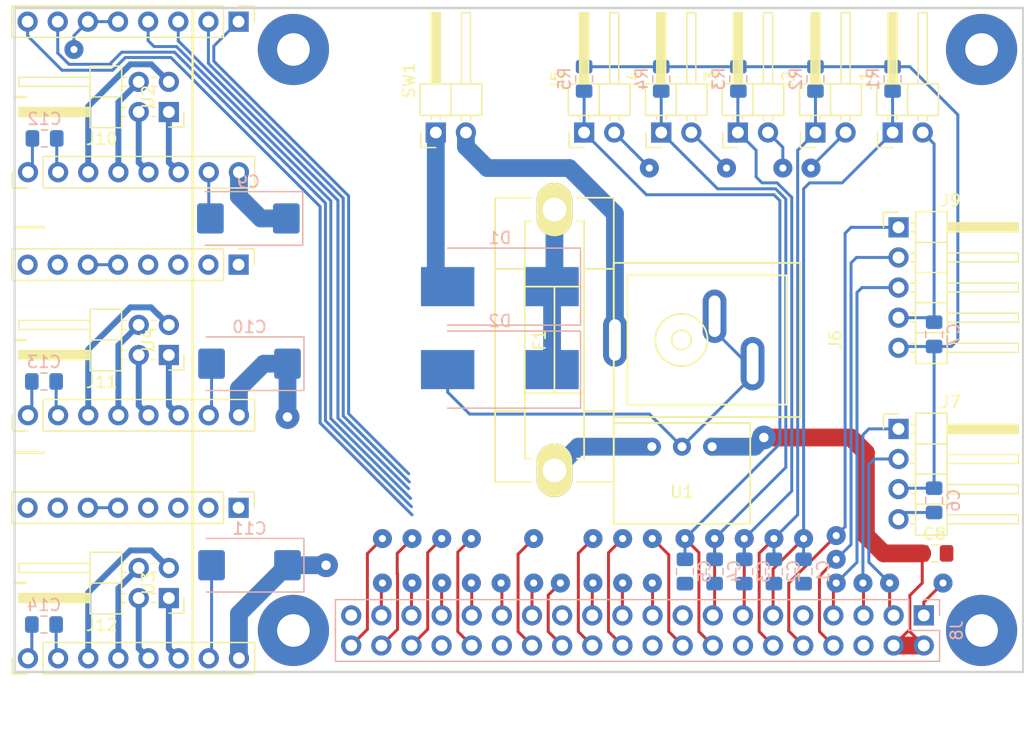
<source format=kicad_pcb>
(kicad_pcb (version 20171130) (host pcbnew 5.0.2-bee76a0~70~ubuntu18.04.1)

  (general
    (thickness 1.6)
    (drawings 10)
    (tracks 352)
    (zones 0)
    (modules 40)
    (nets 48)
  )

  (page A4)
  (title_block
    (title Autoscope)
  )

  (layers
    (0 F.Cu signal)
    (31 B.Cu signal)
    (32 B.Adhes user)
    (33 F.Adhes user)
    (34 B.Paste user)
    (35 F.Paste user)
    (36 B.SilkS user)
    (37 F.SilkS user)
    (38 B.Mask user)
    (39 F.Mask user)
    (40 Dwgs.User user)
    (41 Cmts.User user)
    (42 Eco1.User user)
    (43 Eco2.User user)
    (44 Edge.Cuts user)
    (45 Margin user)
    (46 B.CrtYd user)
    (47 F.CrtYd user)
    (48 B.Fab user)
    (49 F.Fab user)
  )

  (setup
    (last_trace_width 0.25)
    (trace_clearance 0.2)
    (zone_clearance 0.508)
    (zone_45_only no)
    (trace_min 0.2)
    (segment_width 0.2)
    (edge_width 0.15)
    (via_size 1.6)
    (via_drill 0.6)
    (via_min_size 0.4)
    (via_min_drill 0.3)
    (uvia_size 0.3)
    (uvia_drill 0.1)
    (uvias_allowed no)
    (uvia_min_size 0.2)
    (uvia_min_drill 0.1)
    (pcb_text_width 0.3)
    (pcb_text_size 1.5 1.5)
    (mod_edge_width 0.15)
    (mod_text_size 1 1)
    (mod_text_width 0.15)
    (pad_size 4.5 3.8)
    (pad_drill 3.5)
    (pad_to_mask_clearance 0.051)
    (solder_mask_min_width 0.25)
    (aux_axis_origin 0 0)
    (visible_elements FFFFF77F)
    (pcbplotparams
      (layerselection 0x010fc_ffffffff)
      (usegerberextensions false)
      (usegerberattributes false)
      (usegerberadvancedattributes false)
      (creategerberjobfile false)
      (excludeedgelayer true)
      (linewidth 0.100000)
      (plotframeref false)
      (viasonmask false)
      (mode 1)
      (useauxorigin false)
      (hpglpennumber 1)
      (hpglpenspeed 20)
      (hpglpendiameter 15.000000)
      (psnegative false)
      (psa4output false)
      (plotreference true)
      (plotvalue true)
      (plotinvisibletext false)
      (padsonsilk false)
      (subtractmaskfromsilk false)
      (outputformat 1)
      (mirror false)
      (drillshape 1)
      (scaleselection 1)
      (outputdirectory ""))
  )

  (net 0 "")
  (net 1 +12V)
  (net 2 GND)
  (net 3 +5V)
  (net 4 +3V3)
  (net 5 /IMU_SDA)
  (net 6 /IMU_SCL)
  (net 7 /Position_sensor_1)
  (net 8 /GPS_Rx)
  (net 9 /GPS_Tx)
  (net 10 /Position_sensor_2)
  (net 11 /GPS_EN)
  (net 12 /Position_sensor_3)
  (net 13 /Position_sensor_4)
  (net 14 /Motor1_DIR)
  (net 15 /Motor1_STEP)
  (net 16 /Motor1_MS3)
  (net 17 /Motor1_MS2)
  (net 18 /Motor1_MS1)
  (net 19 /Motor1_EN)
  (net 20 /Motor2_DIR)
  (net 21 /Motor2_STEP)
  (net 22 /Motor2_MS3)
  (net 23 /Motor2_MS2)
  (net 24 /Motor2_MS1)
  (net 25 /Motor2_EN)
  (net 26 /Motor3_DIR)
  (net 27 /Motor3_MS2)
  (net 28 /Motor3_STEP)
  (net 29 /Motor3_MS3)
  (net 30 /Motor3_MS1)
  (net 31 /Motor3_EN)
  (net 32 /Position_sensor_5)
  (net 33 "Net-(J6-Pad1)")
  (net 34 /Motor1_2B)
  (net 35 /Motor1_2A)
  (net 36 /Motor1_1A)
  (net 37 /Motor1_1B)
  (net 38 /Motor2_1B)
  (net 39 /Motor2_1A)
  (net 40 /Motor2_2A)
  (net 41 /Motor2_2B)
  (net 42 /Motor3_2B)
  (net 43 /Motor3_2A)
  (net 44 /Motor3_1A)
  (net 45 /Motor3_1B)
  (net 46 "Net-(D1-Pad2)")
  (net 47 "Net-(D1-Pad1)")

  (net_class Default "This is the default net class."
    (clearance 0.2)
    (trace_width 0.25)
    (via_dia 1.6)
    (via_drill 0.6)
    (uvia_dia 0.3)
    (uvia_drill 0.1)
    (add_net +3V3)
    (add_net /GPS_EN)
    (add_net /GPS_Rx)
    (add_net /GPS_Tx)
    (add_net /IMU_SCL)
    (add_net /IMU_SDA)
    (add_net /Motor1_DIR)
    (add_net /Motor1_EN)
    (add_net /Motor1_MS1)
    (add_net /Motor1_MS2)
    (add_net /Motor1_MS3)
    (add_net /Motor1_STEP)
    (add_net /Motor2_DIR)
    (add_net /Motor2_EN)
    (add_net /Motor2_MS1)
    (add_net /Motor2_MS2)
    (add_net /Motor2_MS3)
    (add_net /Motor2_STEP)
    (add_net /Motor3_DIR)
    (add_net /Motor3_EN)
    (add_net /Motor3_MS1)
    (add_net /Motor3_MS2)
    (add_net /Motor3_MS3)
    (add_net /Motor3_STEP)
    (add_net /Position_sensor_1)
    (add_net /Position_sensor_2)
    (add_net /Position_sensor_3)
    (add_net /Position_sensor_4)
    (add_net /Position_sensor_5)
    (add_net GND)
  )

  (net_class "Power 1A" ""
    (clearance 0.2)
    (trace_width 0.5)
    (via_dia 1.6)
    (via_drill 0.6)
    (uvia_dia 0.3)
    (uvia_drill 0.1)
    (add_net /Motor1_1A)
    (add_net /Motor1_1B)
    (add_net /Motor1_2A)
    (add_net /Motor1_2B)
    (add_net /Motor2_1A)
    (add_net /Motor2_1B)
    (add_net /Motor2_2A)
    (add_net /Motor2_2B)
    (add_net /Motor3_1A)
    (add_net /Motor3_1B)
    (add_net /Motor3_2A)
    (add_net /Motor3_2B)
  )

  (net_class "Power 3A" ""
    (clearance 0.2)
    (trace_width 1.5)
    (via_dia 2)
    (via_drill 0.8)
    (uvia_dia 0.3)
    (uvia_drill 0.1)
    (add_net +12V)
    (add_net +5V)
    (add_net "Net-(D1-Pad1)")
    (add_net "Net-(D1-Pad2)")
    (add_net "Net-(J6-Pad1)")
  )

  (module Autoscope:Fuseholder5x20_horiz_SemiClosed_Casing10x25mm (layer F.Cu) (tedit 5C522DA3) (tstamp 5C58D135)
    (at 125.5 78 90)
    (descr "Fuseholder, 5x20, Semi closed, horizontal, Casing 10x25mm,")
    (tags "Fuseholder, 5x20, Semi closed, horizontal, Casing 10x25mm, Sicherungshalter, halbgeschlossen,")
    (path /5C52B00E)
    (fp_text reference F1 (at 0 -1.25 90) (layer F.SilkS)
      (effects (font (size 1 1) (thickness 0.15)))
    )
    (fp_text value 3A (at 0.25 1.25 90) (layer F.Fab)
      (effects (font (size 1 1) (thickness 0.15)))
    )
    (fp_line (start -11.99896 -5.00126) (end -11.99896 -1.89992) (layer F.SilkS) (width 0.15))
    (fp_line (start 11.99896 -5.00126) (end -11.99896 -5.00126) (layer F.SilkS) (width 0.15))
    (fp_line (start 11.99896 5.00126) (end 11.99896 1.89992) (layer F.SilkS) (width 0.15))
    (fp_line (start -11.99896 5.00126) (end 11.99896 5.00126) (layer F.SilkS) (width 0.15))
    (fp_line (start -11.99896 1.89992) (end -11.99896 5.00126) (layer F.SilkS) (width 0.15))
    (fp_line (start 11.99896 -1.89992) (end 11.99896 -5.00126) (layer F.SilkS) (width 0.15))
    (fp_line (start -9.99998 -2.49936) (end -9.99998 -1.89992) (layer F.SilkS) (width 0.15))
    (fp_line (start 9.99998 -2.49936) (end -9.99998 -2.49936) (layer F.SilkS) (width 0.15))
    (fp_line (start 9.99998 2.49936) (end 9.99998 1.89992) (layer F.SilkS) (width 0.15))
    (fp_line (start -9.99998 2.49936) (end 9.99998 2.49936) (layer F.SilkS) (width 0.15))
    (fp_line (start -9.99998 1.89992) (end -9.99998 2.49936) (layer F.SilkS) (width 0.15))
    (fp_line (start 9.99998 -1.89992) (end 9.99998 -2.49936) (layer F.SilkS) (width 0.15))
    (fp_line (start 4.50088 -2.49936) (end 4.50088 2.49936) (layer F.SilkS) (width 0.15))
    (fp_line (start -4.50088 -2.49936) (end -4.50088 2.49936) (layer F.SilkS) (width 0.15))
    (fp_line (start -4.50088 0) (end 4.50088 0) (layer F.SilkS) (width 0.15))
    (fp_line (start 5.99948 -5.00126) (end 5.99948 -2.49936) (layer F.SilkS) (width 0.15))
    (fp_line (start 5.99948 5.00126) (end 5.99948 2.49936) (layer F.SilkS) (width 0.15))
    (fp_line (start -5.99948 5.00126) (end -5.99948 2.49936) (layer F.SilkS) (width 0.15))
    (fp_line (start -5.99948 -2.49936) (end -5.99948 -5.00126) (layer F.SilkS) (width 0.15))
    (pad 1 thru_hole oval (at -11.00074 0) (size 3 4.5) (drill 2) (layers *.Cu *.Mask F.SilkS)
      (net 1 +12V))
    (pad 2 thru_hole oval (at 11.00074 0) (size 3 4.5) (drill 2) (layers *.Cu *.Mask F.SilkS)
      (net 47 "Net-(D1-Pad1)"))
  )

  (module Autoscope:R-78B-2.0 (layer F.Cu) (tedit 5C50CE29) (tstamp 5C5A1D31)
    (at 136.25 87)
    (path /5C4FB180)
    (fp_text reference U1 (at 0 3.81) (layer F.SilkS)
      (effects (font (size 1 1) (thickness 0.15)))
    )
    (fp_text value R-78B5.0-2.0 (at 0 5.08) (layer F.Fab)
      (effects (font (size 1 1) (thickness 0.15)))
    )
    (fp_line (start 5.75 6.5) (end -5.75 6.5) (layer F.SilkS) (width 0.15))
    (fp_line (start 5.75 -2) (end 5.75 6.5) (layer F.SilkS) (width 0.15))
    (fp_line (start -5.75 -2) (end 5.75 -2) (layer F.SilkS) (width 0.15))
    (fp_line (start -5.75 6.5) (end -5.75 -2) (layer F.SilkS) (width 0.15))
    (pad 3 thru_hole circle (at 2.54 0) (size 1.524 1.524) (drill 0.762) (layers *.Cu *.Mask)
      (net 3 +5V))
    (pad 2 thru_hole circle (at 0 0) (size 1.524 1.524) (drill 0.762) (layers *.Cu *.Mask)
      (net 2 GND))
    (pad 1 thru_hole circle (at -2.54 0) (size 1.524 1.524) (drill 0.762) (layers *.Cu *.Mask)
      (net 1 +12V))
  )

  (module Connector_PinSocket_2.54mm:PinSocket_2x20_P2.54mm_Vertical (layer B.Cu) (tedit 5A19A433) (tstamp 5C5DEF70)
    (at 156.63 101.23 90)
    (descr "Through hole straight socket strip, 2x20, 2.54mm pitch, double cols (from Kicad 4.0.7), script generated")
    (tags "Through hole socket strip THT 2x20 2.54mm double row")
    (path /5C4F533F)
    (fp_text reference J8 (at -1.27 2.77 90) (layer B.SilkS)
      (effects (font (size 1 1) (thickness 0.15)) (justify mirror))
    )
    (fp_text value Conn_02x20_Odd_Even (at -1.27 -51.03 90) (layer B.Fab)
      (effects (font (size 1 1) (thickness 0.15)) (justify mirror))
    )
    (fp_line (start -3.81 1.27) (end 0.27 1.27) (layer B.Fab) (width 0.1))
    (fp_line (start 0.27 1.27) (end 1.27 0.27) (layer B.Fab) (width 0.1))
    (fp_line (start 1.27 0.27) (end 1.27 -49.53) (layer B.Fab) (width 0.1))
    (fp_line (start 1.27 -49.53) (end -3.81 -49.53) (layer B.Fab) (width 0.1))
    (fp_line (start -3.81 -49.53) (end -3.81 1.27) (layer B.Fab) (width 0.1))
    (fp_line (start -3.87 1.33) (end -1.27 1.33) (layer B.SilkS) (width 0.12))
    (fp_line (start -3.87 1.33) (end -3.87 -49.59) (layer B.SilkS) (width 0.12))
    (fp_line (start -3.87 -49.59) (end 1.33 -49.59) (layer B.SilkS) (width 0.12))
    (fp_line (start 1.33 -1.27) (end 1.33 -49.59) (layer B.SilkS) (width 0.12))
    (fp_line (start -1.27 -1.27) (end 1.33 -1.27) (layer B.SilkS) (width 0.12))
    (fp_line (start -1.27 1.33) (end -1.27 -1.27) (layer B.SilkS) (width 0.12))
    (fp_line (start 1.33 1.33) (end 1.33 0) (layer B.SilkS) (width 0.12))
    (fp_line (start 0 1.33) (end 1.33 1.33) (layer B.SilkS) (width 0.12))
    (fp_line (start -4.34 1.8) (end 1.76 1.8) (layer B.CrtYd) (width 0.05))
    (fp_line (start 1.76 1.8) (end 1.76 -50) (layer B.CrtYd) (width 0.05))
    (fp_line (start 1.76 -50) (end -4.34 -50) (layer B.CrtYd) (width 0.05))
    (fp_line (start -4.34 -50) (end -4.34 1.8) (layer B.CrtYd) (width 0.05))
    (fp_text user %R (at -1.27 -24.13) (layer B.Fab)
      (effects (font (size 1 1) (thickness 0.15)) (justify mirror))
    )
    (pad 1 thru_hole rect (at 0 0 90) (size 1.7 1.7) (drill 1) (layers *.Cu *.Mask)
      (net 4 +3V3))
    (pad 2 thru_hole oval (at -2.54 0 90) (size 1.7 1.7) (drill 1) (layers *.Cu *.Mask)
      (net 3 +5V))
    (pad 3 thru_hole oval (at 0 -2.54 90) (size 1.7 1.7) (drill 1) (layers *.Cu *.Mask)
      (net 5 /IMU_SDA))
    (pad 4 thru_hole oval (at -2.54 -2.54 90) (size 1.7 1.7) (drill 1) (layers *.Cu *.Mask)
      (net 3 +5V))
    (pad 5 thru_hole oval (at 0 -5.08 90) (size 1.7 1.7) (drill 1) (layers *.Cu *.Mask)
      (net 6 /IMU_SCL))
    (pad 6 thru_hole oval (at -2.54 -5.08 90) (size 1.7 1.7) (drill 1) (layers *.Cu *.Mask)
      (net 2 GND))
    (pad 7 thru_hole oval (at 0 -7.62 90) (size 1.7 1.7) (drill 1) (layers *.Cu *.Mask)
      (net 8 /GPS_Rx))
    (pad 8 thru_hole oval (at -2.54 -7.62 90) (size 1.7 1.7) (drill 1) (layers *.Cu *.Mask)
      (net 9 /GPS_Tx))
    (pad 9 thru_hole oval (at 0 -10.16 90) (size 1.7 1.7) (drill 1) (layers *.Cu *.Mask)
      (net 2 GND))
    (pad 10 thru_hole oval (at -2.54 -10.16 90) (size 1.7 1.7) (drill 1) (layers *.Cu *.Mask)
      (net 11 /GPS_EN))
    (pad 11 thru_hole oval (at 0 -12.7 90) (size 1.7 1.7) (drill 1) (layers *.Cu *.Mask)
      (net 7 /Position_sensor_1))
    (pad 12 thru_hole oval (at -2.54 -12.7 90) (size 1.7 1.7) (drill 1) (layers *.Cu *.Mask)
      (net 10 /Position_sensor_2))
    (pad 13 thru_hole oval (at 0 -15.24 90) (size 1.7 1.7) (drill 1) (layers *.Cu *.Mask)
      (net 12 /Position_sensor_3))
    (pad 14 thru_hole oval (at -2.54 -15.24 90) (size 1.7 1.7) (drill 1) (layers *.Cu *.Mask)
      (net 2 GND))
    (pad 15 thru_hole oval (at 0 -17.78 90) (size 1.7 1.7) (drill 1) (layers *.Cu *.Mask)
      (net 13 /Position_sensor_4))
    (pad 16 thru_hole oval (at -2.54 -17.78 90) (size 1.7 1.7) (drill 1) (layers *.Cu *.Mask)
      (net 32 /Position_sensor_5))
    (pad 17 thru_hole oval (at 0 -20.32 90) (size 1.7 1.7) (drill 1) (layers *.Cu *.Mask)
      (net 4 +3V3))
    (pad 18 thru_hole oval (at -2.54 -20.32 90) (size 1.7 1.7) (drill 1) (layers *.Cu *.Mask)
      (net 14 /Motor1_DIR))
    (pad 19 thru_hole oval (at 0 -22.86 90) (size 1.7 1.7) (drill 1) (layers *.Cu *.Mask)
      (net 15 /Motor1_STEP))
    (pad 20 thru_hole oval (at -2.54 -22.86 90) (size 1.7 1.7) (drill 1) (layers *.Cu *.Mask)
      (net 2 GND))
    (pad 21 thru_hole oval (at 0 -25.4 90) (size 1.7 1.7) (drill 1) (layers *.Cu *.Mask)
      (net 16 /Motor1_MS3))
    (pad 22 thru_hole oval (at -2.54 -25.4 90) (size 1.7 1.7) (drill 1) (layers *.Cu *.Mask)
      (net 17 /Motor1_MS2))
    (pad 23 thru_hole oval (at 0 -27.94 90) (size 1.7 1.7) (drill 1) (layers *.Cu *.Mask)
      (net 18 /Motor1_MS1))
    (pad 24 thru_hole oval (at -2.54 -27.94 90) (size 1.7 1.7) (drill 1) (layers *.Cu *.Mask)
      (net 19 /Motor1_EN))
    (pad 25 thru_hole oval (at 0 -30.48 90) (size 1.7 1.7) (drill 1) (layers *.Cu *.Mask)
      (net 2 GND))
    (pad 26 thru_hole oval (at -2.54 -30.48 90) (size 1.7 1.7) (drill 1) (layers *.Cu *.Mask)
      (net 20 /Motor2_DIR))
    (pad 27 thru_hole oval (at 0 -33.02 90) (size 1.7 1.7) (drill 1) (layers *.Cu *.Mask)
      (net 21 /Motor2_STEP))
    (pad 28 thru_hole oval (at -2.54 -33.02 90) (size 1.7 1.7) (drill 1) (layers *.Cu *.Mask)
      (net 22 /Motor2_MS3))
    (pad 29 thru_hole oval (at 0 -35.56 90) (size 1.7 1.7) (drill 1) (layers *.Cu *.Mask)
      (net 23 /Motor2_MS2))
    (pad 30 thru_hole oval (at -2.54 -35.56 90) (size 1.7 1.7) (drill 1) (layers *.Cu *.Mask)
      (net 2 GND))
    (pad 31 thru_hole oval (at 0 -38.1 90) (size 1.7 1.7) (drill 1) (layers *.Cu *.Mask)
      (net 24 /Motor2_MS1))
    (pad 32 thru_hole oval (at -2.54 -38.1 90) (size 1.7 1.7) (drill 1) (layers *.Cu *.Mask)
      (net 25 /Motor2_EN))
    (pad 33 thru_hole oval (at 0 -40.64 90) (size 1.7 1.7) (drill 1) (layers *.Cu *.Mask)
      (net 26 /Motor3_DIR))
    (pad 34 thru_hole oval (at -2.54 -40.64 90) (size 1.7 1.7) (drill 1) (layers *.Cu *.Mask)
      (net 2 GND))
    (pad 35 thru_hole oval (at 0 -43.18 90) (size 1.7 1.7) (drill 1) (layers *.Cu *.Mask)
      (net 27 /Motor3_MS2))
    (pad 36 thru_hole oval (at -2.54 -43.18 90) (size 1.7 1.7) (drill 1) (layers *.Cu *.Mask)
      (net 28 /Motor3_STEP))
    (pad 37 thru_hole oval (at 0 -45.72 90) (size 1.7 1.7) (drill 1) (layers *.Cu *.Mask)
      (net 29 /Motor3_MS3))
    (pad 38 thru_hole oval (at -2.54 -45.72 90) (size 1.7 1.7) (drill 1) (layers *.Cu *.Mask)
      (net 30 /Motor3_MS1))
    (pad 39 thru_hole oval (at 0 -48.26 90) (size 1.7 1.7) (drill 1) (layers *.Cu *.Mask)
      (net 2 GND))
    (pad 40 thru_hole oval (at -2.54 -48.26 90) (size 1.7 1.7) (drill 1) (layers *.Cu *.Mask)
      (net 31 /Motor3_EN))
    (model ${KISYS3DMOD}/Connector_PinSocket_2.54mm.3dshapes/PinSocket_2x20_P2.54mm_Vertical.wrl
      (at (xyz 0 0 0))
      (scale (xyz 1 1 1))
      (rotate (xyz 0 0 0))
    )
  )

  (module Connector_PinHeader_2.54mm:PinHeader_1x05_P2.54mm_Horizontal (layer F.Cu) (tedit 59FED5CB) (tstamp 5C6AB87A)
    (at 154.5 68.5)
    (descr "Through hole angled pin header, 1x05, 2.54mm pitch, 6mm pin length, single row")
    (tags "Through hole angled pin header THT 1x05 2.54mm single row")
    (path /5C50166F)
    (fp_text reference J9 (at 4.385 -2.27) (layer F.SilkS)
      (effects (font (size 1 1) (thickness 0.15)))
    )
    (fp_text value Conn_01x05 (at 4.385 12.43) (layer F.Fab)
      (effects (font (size 1 1) (thickness 0.15)))
    )
    (fp_line (start 2.135 -1.27) (end 4.04 -1.27) (layer F.Fab) (width 0.1))
    (fp_line (start 4.04 -1.27) (end 4.04 11.43) (layer F.Fab) (width 0.1))
    (fp_line (start 4.04 11.43) (end 1.5 11.43) (layer F.Fab) (width 0.1))
    (fp_line (start 1.5 11.43) (end 1.5 -0.635) (layer F.Fab) (width 0.1))
    (fp_line (start 1.5 -0.635) (end 2.135 -1.27) (layer F.Fab) (width 0.1))
    (fp_line (start -0.32 -0.32) (end 1.5 -0.32) (layer F.Fab) (width 0.1))
    (fp_line (start -0.32 -0.32) (end -0.32 0.32) (layer F.Fab) (width 0.1))
    (fp_line (start -0.32 0.32) (end 1.5 0.32) (layer F.Fab) (width 0.1))
    (fp_line (start 4.04 -0.32) (end 10.04 -0.32) (layer F.Fab) (width 0.1))
    (fp_line (start 10.04 -0.32) (end 10.04 0.32) (layer F.Fab) (width 0.1))
    (fp_line (start 4.04 0.32) (end 10.04 0.32) (layer F.Fab) (width 0.1))
    (fp_line (start -0.32 2.22) (end 1.5 2.22) (layer F.Fab) (width 0.1))
    (fp_line (start -0.32 2.22) (end -0.32 2.86) (layer F.Fab) (width 0.1))
    (fp_line (start -0.32 2.86) (end 1.5 2.86) (layer F.Fab) (width 0.1))
    (fp_line (start 4.04 2.22) (end 10.04 2.22) (layer F.Fab) (width 0.1))
    (fp_line (start 10.04 2.22) (end 10.04 2.86) (layer F.Fab) (width 0.1))
    (fp_line (start 4.04 2.86) (end 10.04 2.86) (layer F.Fab) (width 0.1))
    (fp_line (start -0.32 4.76) (end 1.5 4.76) (layer F.Fab) (width 0.1))
    (fp_line (start -0.32 4.76) (end -0.32 5.4) (layer F.Fab) (width 0.1))
    (fp_line (start -0.32 5.4) (end 1.5 5.4) (layer F.Fab) (width 0.1))
    (fp_line (start 4.04 4.76) (end 10.04 4.76) (layer F.Fab) (width 0.1))
    (fp_line (start 10.04 4.76) (end 10.04 5.4) (layer F.Fab) (width 0.1))
    (fp_line (start 4.04 5.4) (end 10.04 5.4) (layer F.Fab) (width 0.1))
    (fp_line (start -0.32 7.3) (end 1.5 7.3) (layer F.Fab) (width 0.1))
    (fp_line (start -0.32 7.3) (end -0.32 7.94) (layer F.Fab) (width 0.1))
    (fp_line (start -0.32 7.94) (end 1.5 7.94) (layer F.Fab) (width 0.1))
    (fp_line (start 4.04 7.3) (end 10.04 7.3) (layer F.Fab) (width 0.1))
    (fp_line (start 10.04 7.3) (end 10.04 7.94) (layer F.Fab) (width 0.1))
    (fp_line (start 4.04 7.94) (end 10.04 7.94) (layer F.Fab) (width 0.1))
    (fp_line (start -0.32 9.84) (end 1.5 9.84) (layer F.Fab) (width 0.1))
    (fp_line (start -0.32 9.84) (end -0.32 10.48) (layer F.Fab) (width 0.1))
    (fp_line (start -0.32 10.48) (end 1.5 10.48) (layer F.Fab) (width 0.1))
    (fp_line (start 4.04 9.84) (end 10.04 9.84) (layer F.Fab) (width 0.1))
    (fp_line (start 10.04 9.84) (end 10.04 10.48) (layer F.Fab) (width 0.1))
    (fp_line (start 4.04 10.48) (end 10.04 10.48) (layer F.Fab) (width 0.1))
    (fp_line (start 1.44 -1.33) (end 1.44 11.49) (layer F.SilkS) (width 0.12))
    (fp_line (start 1.44 11.49) (end 4.1 11.49) (layer F.SilkS) (width 0.12))
    (fp_line (start 4.1 11.49) (end 4.1 -1.33) (layer F.SilkS) (width 0.12))
    (fp_line (start 4.1 -1.33) (end 1.44 -1.33) (layer F.SilkS) (width 0.12))
    (fp_line (start 4.1 -0.38) (end 10.1 -0.38) (layer F.SilkS) (width 0.12))
    (fp_line (start 10.1 -0.38) (end 10.1 0.38) (layer F.SilkS) (width 0.12))
    (fp_line (start 10.1 0.38) (end 4.1 0.38) (layer F.SilkS) (width 0.12))
    (fp_line (start 4.1 -0.32) (end 10.1 -0.32) (layer F.SilkS) (width 0.12))
    (fp_line (start 4.1 -0.2) (end 10.1 -0.2) (layer F.SilkS) (width 0.12))
    (fp_line (start 4.1 -0.08) (end 10.1 -0.08) (layer F.SilkS) (width 0.12))
    (fp_line (start 4.1 0.04) (end 10.1 0.04) (layer F.SilkS) (width 0.12))
    (fp_line (start 4.1 0.16) (end 10.1 0.16) (layer F.SilkS) (width 0.12))
    (fp_line (start 4.1 0.28) (end 10.1 0.28) (layer F.SilkS) (width 0.12))
    (fp_line (start 1.11 -0.38) (end 1.44 -0.38) (layer F.SilkS) (width 0.12))
    (fp_line (start 1.11 0.38) (end 1.44 0.38) (layer F.SilkS) (width 0.12))
    (fp_line (start 1.44 1.27) (end 4.1 1.27) (layer F.SilkS) (width 0.12))
    (fp_line (start 4.1 2.16) (end 10.1 2.16) (layer F.SilkS) (width 0.12))
    (fp_line (start 10.1 2.16) (end 10.1 2.92) (layer F.SilkS) (width 0.12))
    (fp_line (start 10.1 2.92) (end 4.1 2.92) (layer F.SilkS) (width 0.12))
    (fp_line (start 1.042929 2.16) (end 1.44 2.16) (layer F.SilkS) (width 0.12))
    (fp_line (start 1.042929 2.92) (end 1.44 2.92) (layer F.SilkS) (width 0.12))
    (fp_line (start 1.44 3.81) (end 4.1 3.81) (layer F.SilkS) (width 0.12))
    (fp_line (start 4.1 4.7) (end 10.1 4.7) (layer F.SilkS) (width 0.12))
    (fp_line (start 10.1 4.7) (end 10.1 5.46) (layer F.SilkS) (width 0.12))
    (fp_line (start 10.1 5.46) (end 4.1 5.46) (layer F.SilkS) (width 0.12))
    (fp_line (start 1.042929 4.7) (end 1.44 4.7) (layer F.SilkS) (width 0.12))
    (fp_line (start 1.042929 5.46) (end 1.44 5.46) (layer F.SilkS) (width 0.12))
    (fp_line (start 1.44 6.35) (end 4.1 6.35) (layer F.SilkS) (width 0.12))
    (fp_line (start 4.1 7.24) (end 10.1 7.24) (layer F.SilkS) (width 0.12))
    (fp_line (start 10.1 7.24) (end 10.1 8) (layer F.SilkS) (width 0.12))
    (fp_line (start 10.1 8) (end 4.1 8) (layer F.SilkS) (width 0.12))
    (fp_line (start 1.042929 7.24) (end 1.44 7.24) (layer F.SilkS) (width 0.12))
    (fp_line (start 1.042929 8) (end 1.44 8) (layer F.SilkS) (width 0.12))
    (fp_line (start 1.44 8.89) (end 4.1 8.89) (layer F.SilkS) (width 0.12))
    (fp_line (start 4.1 9.78) (end 10.1 9.78) (layer F.SilkS) (width 0.12))
    (fp_line (start 10.1 9.78) (end 10.1 10.54) (layer F.SilkS) (width 0.12))
    (fp_line (start 10.1 10.54) (end 4.1 10.54) (layer F.SilkS) (width 0.12))
    (fp_line (start 1.042929 9.78) (end 1.44 9.78) (layer F.SilkS) (width 0.12))
    (fp_line (start 1.042929 10.54) (end 1.44 10.54) (layer F.SilkS) (width 0.12))
    (fp_line (start -1.27 0) (end -1.27 -1.27) (layer F.SilkS) (width 0.12))
    (fp_line (start -1.27 -1.27) (end 0 -1.27) (layer F.SilkS) (width 0.12))
    (fp_line (start -1.8 -1.8) (end -1.8 11.95) (layer F.CrtYd) (width 0.05))
    (fp_line (start -1.8 11.95) (end 10.55 11.95) (layer F.CrtYd) (width 0.05))
    (fp_line (start 10.55 11.95) (end 10.55 -1.8) (layer F.CrtYd) (width 0.05))
    (fp_line (start 10.55 -1.8) (end -1.8 -1.8) (layer F.CrtYd) (width 0.05))
    (fp_text user %R (at 2.77 5.08 90) (layer F.Fab)
      (effects (font (size 1 1) (thickness 0.15)))
    )
    (pad 1 thru_hole rect (at 0 0) (size 1.7 1.7) (drill 1) (layers *.Cu *.Mask)
      (net 11 /GPS_EN))
    (pad 2 thru_hole oval (at 0 2.54) (size 1.7 1.7) (drill 1) (layers *.Cu *.Mask)
      (net 9 /GPS_Tx))
    (pad 3 thru_hole oval (at 0 5.08) (size 1.7 1.7) (drill 1) (layers *.Cu *.Mask)
      (net 8 /GPS_Rx))
    (pad 4 thru_hole oval (at 0 7.62) (size 1.7 1.7) (drill 1) (layers *.Cu *.Mask)
      (net 2 GND))
    (pad 5 thru_hole oval (at 0 10.16) (size 1.7 1.7) (drill 1) (layers *.Cu *.Mask)
      (net 4 +3V3))
    (model ${KISYS3DMOD}/Connector_PinHeader_2.54mm.3dshapes/PinHeader_1x05_P2.54mm_Horizontal.wrl
      (at (xyz 0 0 0))
      (scale (xyz 1 1 1))
      (rotate (xyz 0 0 0))
    )
  )

  (module Connector_PinHeader_2.54mm:PinHeader_1x02_P2.54mm_Horizontal (layer F.Cu) (tedit 59FED5CB) (tstamp 5C51D928)
    (at 154 60.5 90)
    (descr "Through hole angled pin header, 1x02, 2.54mm pitch, 6mm pin length, single row")
    (tags "Through hole angled pin header THT 1x02 2.54mm single row")
    (path /5C4F73AD)
    (fp_text reference J1 (at 4.385 -2.27 90) (layer F.SilkS)
      (effects (font (size 1 1) (thickness 0.15)))
    )
    (fp_text value Conn_01x02 (at 4.385 4.81 90) (layer F.Fab)
      (effects (font (size 1 1) (thickness 0.15)))
    )
    (fp_line (start 2.135 -1.27) (end 4.04 -1.27) (layer F.Fab) (width 0.1))
    (fp_line (start 4.04 -1.27) (end 4.04 3.81) (layer F.Fab) (width 0.1))
    (fp_line (start 4.04 3.81) (end 1.5 3.81) (layer F.Fab) (width 0.1))
    (fp_line (start 1.5 3.81) (end 1.5 -0.635) (layer F.Fab) (width 0.1))
    (fp_line (start 1.5 -0.635) (end 2.135 -1.27) (layer F.Fab) (width 0.1))
    (fp_line (start -0.32 -0.32) (end 1.5 -0.32) (layer F.Fab) (width 0.1))
    (fp_line (start -0.32 -0.32) (end -0.32 0.32) (layer F.Fab) (width 0.1))
    (fp_line (start -0.32 0.32) (end 1.5 0.32) (layer F.Fab) (width 0.1))
    (fp_line (start 4.04 -0.32) (end 10.04 -0.32) (layer F.Fab) (width 0.1))
    (fp_line (start 10.04 -0.32) (end 10.04 0.32) (layer F.Fab) (width 0.1))
    (fp_line (start 4.04 0.32) (end 10.04 0.32) (layer F.Fab) (width 0.1))
    (fp_line (start -0.32 2.22) (end 1.5 2.22) (layer F.Fab) (width 0.1))
    (fp_line (start -0.32 2.22) (end -0.32 2.86) (layer F.Fab) (width 0.1))
    (fp_line (start -0.32 2.86) (end 1.5 2.86) (layer F.Fab) (width 0.1))
    (fp_line (start 4.04 2.22) (end 10.04 2.22) (layer F.Fab) (width 0.1))
    (fp_line (start 10.04 2.22) (end 10.04 2.86) (layer F.Fab) (width 0.1))
    (fp_line (start 4.04 2.86) (end 10.04 2.86) (layer F.Fab) (width 0.1))
    (fp_line (start 1.44 -1.33) (end 1.44 3.87) (layer F.SilkS) (width 0.12))
    (fp_line (start 1.44 3.87) (end 4.1 3.87) (layer F.SilkS) (width 0.12))
    (fp_line (start 4.1 3.87) (end 4.1 -1.33) (layer F.SilkS) (width 0.12))
    (fp_line (start 4.1 -1.33) (end 1.44 -1.33) (layer F.SilkS) (width 0.12))
    (fp_line (start 4.1 -0.38) (end 10.1 -0.38) (layer F.SilkS) (width 0.12))
    (fp_line (start 10.1 -0.38) (end 10.1 0.38) (layer F.SilkS) (width 0.12))
    (fp_line (start 10.1 0.38) (end 4.1 0.38) (layer F.SilkS) (width 0.12))
    (fp_line (start 4.1 -0.32) (end 10.1 -0.32) (layer F.SilkS) (width 0.12))
    (fp_line (start 4.1 -0.2) (end 10.1 -0.2) (layer F.SilkS) (width 0.12))
    (fp_line (start 4.1 -0.08) (end 10.1 -0.08) (layer F.SilkS) (width 0.12))
    (fp_line (start 4.1 0.04) (end 10.1 0.04) (layer F.SilkS) (width 0.12))
    (fp_line (start 4.1 0.16) (end 10.1 0.16) (layer F.SilkS) (width 0.12))
    (fp_line (start 4.1 0.28) (end 10.1 0.28) (layer F.SilkS) (width 0.12))
    (fp_line (start 1.11 -0.38) (end 1.44 -0.38) (layer F.SilkS) (width 0.12))
    (fp_line (start 1.11 0.38) (end 1.44 0.38) (layer F.SilkS) (width 0.12))
    (fp_line (start 1.44 1.27) (end 4.1 1.27) (layer F.SilkS) (width 0.12))
    (fp_line (start 4.1 2.16) (end 10.1 2.16) (layer F.SilkS) (width 0.12))
    (fp_line (start 10.1 2.16) (end 10.1 2.92) (layer F.SilkS) (width 0.12))
    (fp_line (start 10.1 2.92) (end 4.1 2.92) (layer F.SilkS) (width 0.12))
    (fp_line (start 1.042929 2.16) (end 1.44 2.16) (layer F.SilkS) (width 0.12))
    (fp_line (start 1.042929 2.92) (end 1.44 2.92) (layer F.SilkS) (width 0.12))
    (fp_line (start -1.27 0) (end -1.27 -1.27) (layer F.SilkS) (width 0.12))
    (fp_line (start -1.27 -1.27) (end 0 -1.27) (layer F.SilkS) (width 0.12))
    (fp_line (start -1.8 -1.8) (end -1.8 4.35) (layer F.CrtYd) (width 0.05))
    (fp_line (start -1.8 4.35) (end 10.55 4.35) (layer F.CrtYd) (width 0.05))
    (fp_line (start 10.55 4.35) (end 10.55 -1.8) (layer F.CrtYd) (width 0.05))
    (fp_line (start 10.55 -1.8) (end -1.8 -1.8) (layer F.CrtYd) (width 0.05))
    (fp_text user %R (at 2.77 1.27 180) (layer F.Fab)
      (effects (font (size 1 1) (thickness 0.15)))
    )
    (pad 1 thru_hole rect (at 0 0 90) (size 1.7 1.7) (drill 1) (layers *.Cu *.Mask)
      (net 7 /Position_sensor_1))
    (pad 2 thru_hole oval (at 0 2.54 90) (size 1.7 1.7) (drill 1) (layers *.Cu *.Mask)
      (net 2 GND))
    (model ${KISYS3DMOD}/Connector_PinHeader_2.54mm.3dshapes/PinHeader_1x02_P2.54mm_Horizontal.wrl
      (at (xyz 0 0 0))
      (scale (xyz 1 1 1))
      (rotate (xyz 0 0 0))
    )
  )

  (module Connector_PinHeader_2.54mm:PinHeader_1x02_P2.54mm_Horizontal (layer F.Cu) (tedit 59FED5CB) (tstamp 5C51D9BE)
    (at 147.5 60.5 90)
    (descr "Through hole angled pin header, 1x02, 2.54mm pitch, 6mm pin length, single row")
    (tags "Through hole angled pin header THT 1x02 2.54mm single row")
    (path /5C540BD7)
    (fp_text reference J2 (at 4.385 -2.27 90) (layer F.SilkS)
      (effects (font (size 1 1) (thickness 0.15)))
    )
    (fp_text value Conn_01x02 (at 4.385 4.81 90) (layer F.Fab)
      (effects (font (size 1 1) (thickness 0.15)))
    )
    (fp_text user %R (at 2.77 1.27 180) (layer F.Fab)
      (effects (font (size 1 1) (thickness 0.15)))
    )
    (fp_line (start 10.55 -1.8) (end -1.8 -1.8) (layer F.CrtYd) (width 0.05))
    (fp_line (start 10.55 4.35) (end 10.55 -1.8) (layer F.CrtYd) (width 0.05))
    (fp_line (start -1.8 4.35) (end 10.55 4.35) (layer F.CrtYd) (width 0.05))
    (fp_line (start -1.8 -1.8) (end -1.8 4.35) (layer F.CrtYd) (width 0.05))
    (fp_line (start -1.27 -1.27) (end 0 -1.27) (layer F.SilkS) (width 0.12))
    (fp_line (start -1.27 0) (end -1.27 -1.27) (layer F.SilkS) (width 0.12))
    (fp_line (start 1.042929 2.92) (end 1.44 2.92) (layer F.SilkS) (width 0.12))
    (fp_line (start 1.042929 2.16) (end 1.44 2.16) (layer F.SilkS) (width 0.12))
    (fp_line (start 10.1 2.92) (end 4.1 2.92) (layer F.SilkS) (width 0.12))
    (fp_line (start 10.1 2.16) (end 10.1 2.92) (layer F.SilkS) (width 0.12))
    (fp_line (start 4.1 2.16) (end 10.1 2.16) (layer F.SilkS) (width 0.12))
    (fp_line (start 1.44 1.27) (end 4.1 1.27) (layer F.SilkS) (width 0.12))
    (fp_line (start 1.11 0.38) (end 1.44 0.38) (layer F.SilkS) (width 0.12))
    (fp_line (start 1.11 -0.38) (end 1.44 -0.38) (layer F.SilkS) (width 0.12))
    (fp_line (start 4.1 0.28) (end 10.1 0.28) (layer F.SilkS) (width 0.12))
    (fp_line (start 4.1 0.16) (end 10.1 0.16) (layer F.SilkS) (width 0.12))
    (fp_line (start 4.1 0.04) (end 10.1 0.04) (layer F.SilkS) (width 0.12))
    (fp_line (start 4.1 -0.08) (end 10.1 -0.08) (layer F.SilkS) (width 0.12))
    (fp_line (start 4.1 -0.2) (end 10.1 -0.2) (layer F.SilkS) (width 0.12))
    (fp_line (start 4.1 -0.32) (end 10.1 -0.32) (layer F.SilkS) (width 0.12))
    (fp_line (start 10.1 0.38) (end 4.1 0.38) (layer F.SilkS) (width 0.12))
    (fp_line (start 10.1 -0.38) (end 10.1 0.38) (layer F.SilkS) (width 0.12))
    (fp_line (start 4.1 -0.38) (end 10.1 -0.38) (layer F.SilkS) (width 0.12))
    (fp_line (start 4.1 -1.33) (end 1.44 -1.33) (layer F.SilkS) (width 0.12))
    (fp_line (start 4.1 3.87) (end 4.1 -1.33) (layer F.SilkS) (width 0.12))
    (fp_line (start 1.44 3.87) (end 4.1 3.87) (layer F.SilkS) (width 0.12))
    (fp_line (start 1.44 -1.33) (end 1.44 3.87) (layer F.SilkS) (width 0.12))
    (fp_line (start 4.04 2.86) (end 10.04 2.86) (layer F.Fab) (width 0.1))
    (fp_line (start 10.04 2.22) (end 10.04 2.86) (layer F.Fab) (width 0.1))
    (fp_line (start 4.04 2.22) (end 10.04 2.22) (layer F.Fab) (width 0.1))
    (fp_line (start -0.32 2.86) (end 1.5 2.86) (layer F.Fab) (width 0.1))
    (fp_line (start -0.32 2.22) (end -0.32 2.86) (layer F.Fab) (width 0.1))
    (fp_line (start -0.32 2.22) (end 1.5 2.22) (layer F.Fab) (width 0.1))
    (fp_line (start 4.04 0.32) (end 10.04 0.32) (layer F.Fab) (width 0.1))
    (fp_line (start 10.04 -0.32) (end 10.04 0.32) (layer F.Fab) (width 0.1))
    (fp_line (start 4.04 -0.32) (end 10.04 -0.32) (layer F.Fab) (width 0.1))
    (fp_line (start -0.32 0.32) (end 1.5 0.32) (layer F.Fab) (width 0.1))
    (fp_line (start -0.32 -0.32) (end -0.32 0.32) (layer F.Fab) (width 0.1))
    (fp_line (start -0.32 -0.32) (end 1.5 -0.32) (layer F.Fab) (width 0.1))
    (fp_line (start 1.5 -0.635) (end 2.135 -1.27) (layer F.Fab) (width 0.1))
    (fp_line (start 1.5 3.81) (end 1.5 -0.635) (layer F.Fab) (width 0.1))
    (fp_line (start 4.04 3.81) (end 1.5 3.81) (layer F.Fab) (width 0.1))
    (fp_line (start 4.04 -1.27) (end 4.04 3.81) (layer F.Fab) (width 0.1))
    (fp_line (start 2.135 -1.27) (end 4.04 -1.27) (layer F.Fab) (width 0.1))
    (pad 2 thru_hole oval (at 0 2.54 90) (size 1.7 1.7) (drill 1) (layers *.Cu *.Mask)
      (net 2 GND))
    (pad 1 thru_hole rect (at 0 0 90) (size 1.7 1.7) (drill 1) (layers *.Cu *.Mask)
      (net 10 /Position_sensor_2))
    (model ${KISYS3DMOD}/Connector_PinHeader_2.54mm.3dshapes/PinHeader_1x02_P2.54mm_Horizontal.wrl
      (at (xyz 0 0 0))
      (scale (xyz 1 1 1))
      (rotate (xyz 0 0 0))
    )
  )

  (module Connector_PinHeader_2.54mm:PinHeader_1x02_P2.54mm_Horizontal (layer F.Cu) (tedit 59FED5CB) (tstamp 5C51DAEA)
    (at 140.96 60.5 90)
    (descr "Through hole angled pin header, 1x02, 2.54mm pitch, 6mm pin length, single row")
    (tags "Through hole angled pin header THT 1x02 2.54mm single row")
    (path /5C544E03)
    (fp_text reference J3 (at 4.385 -2.27 90) (layer F.SilkS)
      (effects (font (size 1 1) (thickness 0.15)))
    )
    (fp_text value Conn_01x02 (at 4.385 4.81 90) (layer F.Fab)
      (effects (font (size 1 1) (thickness 0.15)))
    )
    (fp_text user %R (at 2.77 1.27 180) (layer F.Fab)
      (effects (font (size 1 1) (thickness 0.15)))
    )
    (fp_line (start 10.55 -1.8) (end -1.8 -1.8) (layer F.CrtYd) (width 0.05))
    (fp_line (start 10.55 4.35) (end 10.55 -1.8) (layer F.CrtYd) (width 0.05))
    (fp_line (start -1.8 4.35) (end 10.55 4.35) (layer F.CrtYd) (width 0.05))
    (fp_line (start -1.8 -1.8) (end -1.8 4.35) (layer F.CrtYd) (width 0.05))
    (fp_line (start -1.27 -1.27) (end 0 -1.27) (layer F.SilkS) (width 0.12))
    (fp_line (start -1.27 0) (end -1.27 -1.27) (layer F.SilkS) (width 0.12))
    (fp_line (start 1.042929 2.92) (end 1.44 2.92) (layer F.SilkS) (width 0.12))
    (fp_line (start 1.042929 2.16) (end 1.44 2.16) (layer F.SilkS) (width 0.12))
    (fp_line (start 10.1 2.92) (end 4.1 2.92) (layer F.SilkS) (width 0.12))
    (fp_line (start 10.1 2.16) (end 10.1 2.92) (layer F.SilkS) (width 0.12))
    (fp_line (start 4.1 2.16) (end 10.1 2.16) (layer F.SilkS) (width 0.12))
    (fp_line (start 1.44 1.27) (end 4.1 1.27) (layer F.SilkS) (width 0.12))
    (fp_line (start 1.11 0.38) (end 1.44 0.38) (layer F.SilkS) (width 0.12))
    (fp_line (start 1.11 -0.38) (end 1.44 -0.38) (layer F.SilkS) (width 0.12))
    (fp_line (start 4.1 0.28) (end 10.1 0.28) (layer F.SilkS) (width 0.12))
    (fp_line (start 4.1 0.16) (end 10.1 0.16) (layer F.SilkS) (width 0.12))
    (fp_line (start 4.1 0.04) (end 10.1 0.04) (layer F.SilkS) (width 0.12))
    (fp_line (start 4.1 -0.08) (end 10.1 -0.08) (layer F.SilkS) (width 0.12))
    (fp_line (start 4.1 -0.2) (end 10.1 -0.2) (layer F.SilkS) (width 0.12))
    (fp_line (start 4.1 -0.32) (end 10.1 -0.32) (layer F.SilkS) (width 0.12))
    (fp_line (start 10.1 0.38) (end 4.1 0.38) (layer F.SilkS) (width 0.12))
    (fp_line (start 10.1 -0.38) (end 10.1 0.38) (layer F.SilkS) (width 0.12))
    (fp_line (start 4.1 -0.38) (end 10.1 -0.38) (layer F.SilkS) (width 0.12))
    (fp_line (start 4.1 -1.33) (end 1.44 -1.33) (layer F.SilkS) (width 0.12))
    (fp_line (start 4.1 3.87) (end 4.1 -1.33) (layer F.SilkS) (width 0.12))
    (fp_line (start 1.44 3.87) (end 4.1 3.87) (layer F.SilkS) (width 0.12))
    (fp_line (start 1.44 -1.33) (end 1.44 3.87) (layer F.SilkS) (width 0.12))
    (fp_line (start 4.04 2.86) (end 10.04 2.86) (layer F.Fab) (width 0.1))
    (fp_line (start 10.04 2.22) (end 10.04 2.86) (layer F.Fab) (width 0.1))
    (fp_line (start 4.04 2.22) (end 10.04 2.22) (layer F.Fab) (width 0.1))
    (fp_line (start -0.32 2.86) (end 1.5 2.86) (layer F.Fab) (width 0.1))
    (fp_line (start -0.32 2.22) (end -0.32 2.86) (layer F.Fab) (width 0.1))
    (fp_line (start -0.32 2.22) (end 1.5 2.22) (layer F.Fab) (width 0.1))
    (fp_line (start 4.04 0.32) (end 10.04 0.32) (layer F.Fab) (width 0.1))
    (fp_line (start 10.04 -0.32) (end 10.04 0.32) (layer F.Fab) (width 0.1))
    (fp_line (start 4.04 -0.32) (end 10.04 -0.32) (layer F.Fab) (width 0.1))
    (fp_line (start -0.32 0.32) (end 1.5 0.32) (layer F.Fab) (width 0.1))
    (fp_line (start -0.32 -0.32) (end -0.32 0.32) (layer F.Fab) (width 0.1))
    (fp_line (start -0.32 -0.32) (end 1.5 -0.32) (layer F.Fab) (width 0.1))
    (fp_line (start 1.5 -0.635) (end 2.135 -1.27) (layer F.Fab) (width 0.1))
    (fp_line (start 1.5 3.81) (end 1.5 -0.635) (layer F.Fab) (width 0.1))
    (fp_line (start 4.04 3.81) (end 1.5 3.81) (layer F.Fab) (width 0.1))
    (fp_line (start 4.04 -1.27) (end 4.04 3.81) (layer F.Fab) (width 0.1))
    (fp_line (start 2.135 -1.27) (end 4.04 -1.27) (layer F.Fab) (width 0.1))
    (pad 2 thru_hole oval (at 0 2.54 90) (size 1.7 1.7) (drill 1) (layers *.Cu *.Mask)
      (net 2 GND))
    (pad 1 thru_hole rect (at 0 0 90) (size 1.7 1.7) (drill 1) (layers *.Cu *.Mask)
      (net 12 /Position_sensor_3))
    (model ${KISYS3DMOD}/Connector_PinHeader_2.54mm.3dshapes/PinHeader_1x02_P2.54mm_Horizontal.wrl
      (at (xyz 0 0 0))
      (scale (xyz 1 1 1))
      (rotate (xyz 0 0 0))
    )
  )

  (module Connector_PinHeader_2.54mm:PinHeader_1x02_P2.54mm_Horizontal (layer F.Cu) (tedit 59FED5CB) (tstamp 5C51DA54)
    (at 134.5 60.5 90)
    (descr "Through hole angled pin header, 1x02, 2.54mm pitch, 6mm pin length, single row")
    (tags "Through hole angled pin header THT 1x02 2.54mm single row")
    (path /5C549539)
    (fp_text reference J4 (at 4.385 -2.27 90) (layer F.SilkS)
      (effects (font (size 1 1) (thickness 0.15)))
    )
    (fp_text value Conn_01x02 (at 4.385 4.81 90) (layer F.Fab)
      (effects (font (size 1 1) (thickness 0.15)))
    )
    (fp_line (start 2.135 -1.27) (end 4.04 -1.27) (layer F.Fab) (width 0.1))
    (fp_line (start 4.04 -1.27) (end 4.04 3.81) (layer F.Fab) (width 0.1))
    (fp_line (start 4.04 3.81) (end 1.5 3.81) (layer F.Fab) (width 0.1))
    (fp_line (start 1.5 3.81) (end 1.5 -0.635) (layer F.Fab) (width 0.1))
    (fp_line (start 1.5 -0.635) (end 2.135 -1.27) (layer F.Fab) (width 0.1))
    (fp_line (start -0.32 -0.32) (end 1.5 -0.32) (layer F.Fab) (width 0.1))
    (fp_line (start -0.32 -0.32) (end -0.32 0.32) (layer F.Fab) (width 0.1))
    (fp_line (start -0.32 0.32) (end 1.5 0.32) (layer F.Fab) (width 0.1))
    (fp_line (start 4.04 -0.32) (end 10.04 -0.32) (layer F.Fab) (width 0.1))
    (fp_line (start 10.04 -0.32) (end 10.04 0.32) (layer F.Fab) (width 0.1))
    (fp_line (start 4.04 0.32) (end 10.04 0.32) (layer F.Fab) (width 0.1))
    (fp_line (start -0.32 2.22) (end 1.5 2.22) (layer F.Fab) (width 0.1))
    (fp_line (start -0.32 2.22) (end -0.32 2.86) (layer F.Fab) (width 0.1))
    (fp_line (start -0.32 2.86) (end 1.5 2.86) (layer F.Fab) (width 0.1))
    (fp_line (start 4.04 2.22) (end 10.04 2.22) (layer F.Fab) (width 0.1))
    (fp_line (start 10.04 2.22) (end 10.04 2.86) (layer F.Fab) (width 0.1))
    (fp_line (start 4.04 2.86) (end 10.04 2.86) (layer F.Fab) (width 0.1))
    (fp_line (start 1.44 -1.33) (end 1.44 3.87) (layer F.SilkS) (width 0.12))
    (fp_line (start 1.44 3.87) (end 4.1 3.87) (layer F.SilkS) (width 0.12))
    (fp_line (start 4.1 3.87) (end 4.1 -1.33) (layer F.SilkS) (width 0.12))
    (fp_line (start 4.1 -1.33) (end 1.44 -1.33) (layer F.SilkS) (width 0.12))
    (fp_line (start 4.1 -0.38) (end 10.1 -0.38) (layer F.SilkS) (width 0.12))
    (fp_line (start 10.1 -0.38) (end 10.1 0.38) (layer F.SilkS) (width 0.12))
    (fp_line (start 10.1 0.38) (end 4.1 0.38) (layer F.SilkS) (width 0.12))
    (fp_line (start 4.1 -0.32) (end 10.1 -0.32) (layer F.SilkS) (width 0.12))
    (fp_line (start 4.1 -0.2) (end 10.1 -0.2) (layer F.SilkS) (width 0.12))
    (fp_line (start 4.1 -0.08) (end 10.1 -0.08) (layer F.SilkS) (width 0.12))
    (fp_line (start 4.1 0.04) (end 10.1 0.04) (layer F.SilkS) (width 0.12))
    (fp_line (start 4.1 0.16) (end 10.1 0.16) (layer F.SilkS) (width 0.12))
    (fp_line (start 4.1 0.28) (end 10.1 0.28) (layer F.SilkS) (width 0.12))
    (fp_line (start 1.11 -0.38) (end 1.44 -0.38) (layer F.SilkS) (width 0.12))
    (fp_line (start 1.11 0.38) (end 1.44 0.38) (layer F.SilkS) (width 0.12))
    (fp_line (start 1.44 1.27) (end 4.1 1.27) (layer F.SilkS) (width 0.12))
    (fp_line (start 4.1 2.16) (end 10.1 2.16) (layer F.SilkS) (width 0.12))
    (fp_line (start 10.1 2.16) (end 10.1 2.92) (layer F.SilkS) (width 0.12))
    (fp_line (start 10.1 2.92) (end 4.1 2.92) (layer F.SilkS) (width 0.12))
    (fp_line (start 1.042929 2.16) (end 1.44 2.16) (layer F.SilkS) (width 0.12))
    (fp_line (start 1.042929 2.92) (end 1.44 2.92) (layer F.SilkS) (width 0.12))
    (fp_line (start -1.27 0) (end -1.27 -1.27) (layer F.SilkS) (width 0.12))
    (fp_line (start -1.27 -1.27) (end 0 -1.27) (layer F.SilkS) (width 0.12))
    (fp_line (start -1.8 -1.8) (end -1.8 4.35) (layer F.CrtYd) (width 0.05))
    (fp_line (start -1.8 4.35) (end 10.55 4.35) (layer F.CrtYd) (width 0.05))
    (fp_line (start 10.55 4.35) (end 10.55 -1.8) (layer F.CrtYd) (width 0.05))
    (fp_line (start 10.55 -1.8) (end -1.8 -1.8) (layer F.CrtYd) (width 0.05))
    (fp_text user %R (at 2.77 1.27 180) (layer F.Fab)
      (effects (font (size 1 1) (thickness 0.15)))
    )
    (pad 1 thru_hole rect (at 0 0 90) (size 1.7 1.7) (drill 1) (layers *.Cu *.Mask)
      (net 13 /Position_sensor_4))
    (pad 2 thru_hole oval (at 0 2.54 90) (size 1.7 1.7) (drill 1) (layers *.Cu *.Mask)
      (net 2 GND))
    (model ${KISYS3DMOD}/Connector_PinHeader_2.54mm.3dshapes/PinHeader_1x02_P2.54mm_Horizontal.wrl
      (at (xyz 0 0 0))
      (scale (xyz 1 1 1))
      (rotate (xyz 0 0 0))
    )
  )

  (module Connector_PinHeader_2.54mm:PinHeader_1x02_P2.54mm_Horizontal (layer F.Cu) (tedit 59FED5CB) (tstamp 5C667E92)
    (at 128 60.5 90)
    (descr "Through hole angled pin header, 1x02, 2.54mm pitch, 6mm pin length, single row")
    (tags "Through hole angled pin header THT 1x02 2.54mm single row")
    (path /5C6038CA)
    (fp_text reference J5 (at 4.385 -2.27 90) (layer F.SilkS)
      (effects (font (size 1 1) (thickness 0.15)))
    )
    (fp_text value Conn_01x02 (at 4.385 4.81 90) (layer F.Fab)
      (effects (font (size 1 1) (thickness 0.15)))
    )
    (fp_text user %R (at 2.77 1.27 180) (layer F.Fab)
      (effects (font (size 1 1) (thickness 0.15)))
    )
    (fp_line (start 10.55 -1.8) (end -1.8 -1.8) (layer F.CrtYd) (width 0.05))
    (fp_line (start 10.55 4.35) (end 10.55 -1.8) (layer F.CrtYd) (width 0.05))
    (fp_line (start -1.8 4.35) (end 10.55 4.35) (layer F.CrtYd) (width 0.05))
    (fp_line (start -1.8 -1.8) (end -1.8 4.35) (layer F.CrtYd) (width 0.05))
    (fp_line (start -1.27 -1.27) (end 0 -1.27) (layer F.SilkS) (width 0.12))
    (fp_line (start -1.27 0) (end -1.27 -1.27) (layer F.SilkS) (width 0.12))
    (fp_line (start 1.042929 2.92) (end 1.44 2.92) (layer F.SilkS) (width 0.12))
    (fp_line (start 1.042929 2.16) (end 1.44 2.16) (layer F.SilkS) (width 0.12))
    (fp_line (start 10.1 2.92) (end 4.1 2.92) (layer F.SilkS) (width 0.12))
    (fp_line (start 10.1 2.16) (end 10.1 2.92) (layer F.SilkS) (width 0.12))
    (fp_line (start 4.1 2.16) (end 10.1 2.16) (layer F.SilkS) (width 0.12))
    (fp_line (start 1.44 1.27) (end 4.1 1.27) (layer F.SilkS) (width 0.12))
    (fp_line (start 1.11 0.38) (end 1.44 0.38) (layer F.SilkS) (width 0.12))
    (fp_line (start 1.11 -0.38) (end 1.44 -0.38) (layer F.SilkS) (width 0.12))
    (fp_line (start 4.1 0.28) (end 10.1 0.28) (layer F.SilkS) (width 0.12))
    (fp_line (start 4.1 0.16) (end 10.1 0.16) (layer F.SilkS) (width 0.12))
    (fp_line (start 4.1 0.04) (end 10.1 0.04) (layer F.SilkS) (width 0.12))
    (fp_line (start 4.1 -0.08) (end 10.1 -0.08) (layer F.SilkS) (width 0.12))
    (fp_line (start 4.1 -0.2) (end 10.1 -0.2) (layer F.SilkS) (width 0.12))
    (fp_line (start 4.1 -0.32) (end 10.1 -0.32) (layer F.SilkS) (width 0.12))
    (fp_line (start 10.1 0.38) (end 4.1 0.38) (layer F.SilkS) (width 0.12))
    (fp_line (start 10.1 -0.38) (end 10.1 0.38) (layer F.SilkS) (width 0.12))
    (fp_line (start 4.1 -0.38) (end 10.1 -0.38) (layer F.SilkS) (width 0.12))
    (fp_line (start 4.1 -1.33) (end 1.44 -1.33) (layer F.SilkS) (width 0.12))
    (fp_line (start 4.1 3.87) (end 4.1 -1.33) (layer F.SilkS) (width 0.12))
    (fp_line (start 1.44 3.87) (end 4.1 3.87) (layer F.SilkS) (width 0.12))
    (fp_line (start 1.44 -1.33) (end 1.44 3.87) (layer F.SilkS) (width 0.12))
    (fp_line (start 4.04 2.86) (end 10.04 2.86) (layer F.Fab) (width 0.1))
    (fp_line (start 10.04 2.22) (end 10.04 2.86) (layer F.Fab) (width 0.1))
    (fp_line (start 4.04 2.22) (end 10.04 2.22) (layer F.Fab) (width 0.1))
    (fp_line (start -0.32 2.86) (end 1.5 2.86) (layer F.Fab) (width 0.1))
    (fp_line (start -0.32 2.22) (end -0.32 2.86) (layer F.Fab) (width 0.1))
    (fp_line (start -0.32 2.22) (end 1.5 2.22) (layer F.Fab) (width 0.1))
    (fp_line (start 4.04 0.32) (end 10.04 0.32) (layer F.Fab) (width 0.1))
    (fp_line (start 10.04 -0.32) (end 10.04 0.32) (layer F.Fab) (width 0.1))
    (fp_line (start 4.04 -0.32) (end 10.04 -0.32) (layer F.Fab) (width 0.1))
    (fp_line (start -0.32 0.32) (end 1.5 0.32) (layer F.Fab) (width 0.1))
    (fp_line (start -0.32 -0.32) (end -0.32 0.32) (layer F.Fab) (width 0.1))
    (fp_line (start -0.32 -0.32) (end 1.5 -0.32) (layer F.Fab) (width 0.1))
    (fp_line (start 1.5 -0.635) (end 2.135 -1.27) (layer F.Fab) (width 0.1))
    (fp_line (start 1.5 3.81) (end 1.5 -0.635) (layer F.Fab) (width 0.1))
    (fp_line (start 4.04 3.81) (end 1.5 3.81) (layer F.Fab) (width 0.1))
    (fp_line (start 4.04 -1.27) (end 4.04 3.81) (layer F.Fab) (width 0.1))
    (fp_line (start 2.135 -1.27) (end 4.04 -1.27) (layer F.Fab) (width 0.1))
    (pad 2 thru_hole oval (at 0 2.54 90) (size 1.7 1.7) (drill 1) (layers *.Cu *.Mask)
      (net 2 GND))
    (pad 1 thru_hole rect (at 0 0 90) (size 1.7 1.7) (drill 1) (layers *.Cu *.Mask)
      (net 32 /Position_sensor_5))
    (model ${KISYS3DMOD}/Connector_PinHeader_2.54mm.3dshapes/PinHeader_1x02_P2.54mm_Horizontal.wrl
      (at (xyz 0 0 0))
      (scale (xyz 1 1 1))
      (rotate (xyz 0 0 0))
    )
  )

  (module Connector_PinHeader_2.54mm:PinHeader_1x04_P2.54mm_Horizontal (layer F.Cu) (tedit 59FED5CB) (tstamp 5C5ECCAA)
    (at 154.5 85.5)
    (descr "Through hole angled pin header, 1x04, 2.54mm pitch, 6mm pin length, single row")
    (tags "Through hole angled pin header THT 1x04 2.54mm single row")
    (path /5C4FC8F6)
    (fp_text reference J7 (at 4.385 -2.27) (layer F.SilkS)
      (effects (font (size 1 1) (thickness 0.15)))
    )
    (fp_text value Conn_01x04 (at 4.385 9.89) (layer F.Fab)
      (effects (font (size 1 1) (thickness 0.15)))
    )
    (fp_line (start 2.135 -1.27) (end 4.04 -1.27) (layer F.Fab) (width 0.1))
    (fp_line (start 4.04 -1.27) (end 4.04 8.89) (layer F.Fab) (width 0.1))
    (fp_line (start 4.04 8.89) (end 1.5 8.89) (layer F.Fab) (width 0.1))
    (fp_line (start 1.5 8.89) (end 1.5 -0.635) (layer F.Fab) (width 0.1))
    (fp_line (start 1.5 -0.635) (end 2.135 -1.27) (layer F.Fab) (width 0.1))
    (fp_line (start -0.32 -0.32) (end 1.5 -0.32) (layer F.Fab) (width 0.1))
    (fp_line (start -0.32 -0.32) (end -0.32 0.32) (layer F.Fab) (width 0.1))
    (fp_line (start -0.32 0.32) (end 1.5 0.32) (layer F.Fab) (width 0.1))
    (fp_line (start 4.04 -0.32) (end 10.04 -0.32) (layer F.Fab) (width 0.1))
    (fp_line (start 10.04 -0.32) (end 10.04 0.32) (layer F.Fab) (width 0.1))
    (fp_line (start 4.04 0.32) (end 10.04 0.32) (layer F.Fab) (width 0.1))
    (fp_line (start -0.32 2.22) (end 1.5 2.22) (layer F.Fab) (width 0.1))
    (fp_line (start -0.32 2.22) (end -0.32 2.86) (layer F.Fab) (width 0.1))
    (fp_line (start -0.32 2.86) (end 1.5 2.86) (layer F.Fab) (width 0.1))
    (fp_line (start 4.04 2.22) (end 10.04 2.22) (layer F.Fab) (width 0.1))
    (fp_line (start 10.04 2.22) (end 10.04 2.86) (layer F.Fab) (width 0.1))
    (fp_line (start 4.04 2.86) (end 10.04 2.86) (layer F.Fab) (width 0.1))
    (fp_line (start -0.32 4.76) (end 1.5 4.76) (layer F.Fab) (width 0.1))
    (fp_line (start -0.32 4.76) (end -0.32 5.4) (layer F.Fab) (width 0.1))
    (fp_line (start -0.32 5.4) (end 1.5 5.4) (layer F.Fab) (width 0.1))
    (fp_line (start 4.04 4.76) (end 10.04 4.76) (layer F.Fab) (width 0.1))
    (fp_line (start 10.04 4.76) (end 10.04 5.4) (layer F.Fab) (width 0.1))
    (fp_line (start 4.04 5.4) (end 10.04 5.4) (layer F.Fab) (width 0.1))
    (fp_line (start -0.32 7.3) (end 1.5 7.3) (layer F.Fab) (width 0.1))
    (fp_line (start -0.32 7.3) (end -0.32 7.94) (layer F.Fab) (width 0.1))
    (fp_line (start -0.32 7.94) (end 1.5 7.94) (layer F.Fab) (width 0.1))
    (fp_line (start 4.04 7.3) (end 10.04 7.3) (layer F.Fab) (width 0.1))
    (fp_line (start 10.04 7.3) (end 10.04 7.94) (layer F.Fab) (width 0.1))
    (fp_line (start 4.04 7.94) (end 10.04 7.94) (layer F.Fab) (width 0.1))
    (fp_line (start 1.44 -1.33) (end 1.44 8.95) (layer F.SilkS) (width 0.12))
    (fp_line (start 1.44 8.95) (end 4.1 8.95) (layer F.SilkS) (width 0.12))
    (fp_line (start 4.1 8.95) (end 4.1 -1.33) (layer F.SilkS) (width 0.12))
    (fp_line (start 4.1 -1.33) (end 1.44 -1.33) (layer F.SilkS) (width 0.12))
    (fp_line (start 4.1 -0.38) (end 10.1 -0.38) (layer F.SilkS) (width 0.12))
    (fp_line (start 10.1 -0.38) (end 10.1 0.38) (layer F.SilkS) (width 0.12))
    (fp_line (start 10.1 0.38) (end 4.1 0.38) (layer F.SilkS) (width 0.12))
    (fp_line (start 4.1 -0.32) (end 10.1 -0.32) (layer F.SilkS) (width 0.12))
    (fp_line (start 4.1 -0.2) (end 10.1 -0.2) (layer F.SilkS) (width 0.12))
    (fp_line (start 4.1 -0.08) (end 10.1 -0.08) (layer F.SilkS) (width 0.12))
    (fp_line (start 4.1 0.04) (end 10.1 0.04) (layer F.SilkS) (width 0.12))
    (fp_line (start 4.1 0.16) (end 10.1 0.16) (layer F.SilkS) (width 0.12))
    (fp_line (start 4.1 0.28) (end 10.1 0.28) (layer F.SilkS) (width 0.12))
    (fp_line (start 1.11 -0.38) (end 1.44 -0.38) (layer F.SilkS) (width 0.12))
    (fp_line (start 1.11 0.38) (end 1.44 0.38) (layer F.SilkS) (width 0.12))
    (fp_line (start 1.44 1.27) (end 4.1 1.27) (layer F.SilkS) (width 0.12))
    (fp_line (start 4.1 2.16) (end 10.1 2.16) (layer F.SilkS) (width 0.12))
    (fp_line (start 10.1 2.16) (end 10.1 2.92) (layer F.SilkS) (width 0.12))
    (fp_line (start 10.1 2.92) (end 4.1 2.92) (layer F.SilkS) (width 0.12))
    (fp_line (start 1.042929 2.16) (end 1.44 2.16) (layer F.SilkS) (width 0.12))
    (fp_line (start 1.042929 2.92) (end 1.44 2.92) (layer F.SilkS) (width 0.12))
    (fp_line (start 1.44 3.81) (end 4.1 3.81) (layer F.SilkS) (width 0.12))
    (fp_line (start 4.1 4.7) (end 10.1 4.7) (layer F.SilkS) (width 0.12))
    (fp_line (start 10.1 4.7) (end 10.1 5.46) (layer F.SilkS) (width 0.12))
    (fp_line (start 10.1 5.46) (end 4.1 5.46) (layer F.SilkS) (width 0.12))
    (fp_line (start 1.042929 4.7) (end 1.44 4.7) (layer F.SilkS) (width 0.12))
    (fp_line (start 1.042929 5.46) (end 1.44 5.46) (layer F.SilkS) (width 0.12))
    (fp_line (start 1.44 6.35) (end 4.1 6.35) (layer F.SilkS) (width 0.12))
    (fp_line (start 4.1 7.24) (end 10.1 7.24) (layer F.SilkS) (width 0.12))
    (fp_line (start 10.1 7.24) (end 10.1 8) (layer F.SilkS) (width 0.12))
    (fp_line (start 10.1 8) (end 4.1 8) (layer F.SilkS) (width 0.12))
    (fp_line (start 1.042929 7.24) (end 1.44 7.24) (layer F.SilkS) (width 0.12))
    (fp_line (start 1.042929 8) (end 1.44 8) (layer F.SilkS) (width 0.12))
    (fp_line (start -1.27 0) (end -1.27 -1.27) (layer F.SilkS) (width 0.12))
    (fp_line (start -1.27 -1.27) (end 0 -1.27) (layer F.SilkS) (width 0.12))
    (fp_line (start -1.8 -1.8) (end -1.8 9.4) (layer F.CrtYd) (width 0.05))
    (fp_line (start -1.8 9.4) (end 10.55 9.4) (layer F.CrtYd) (width 0.05))
    (fp_line (start 10.55 9.4) (end 10.55 -1.8) (layer F.CrtYd) (width 0.05))
    (fp_line (start 10.55 -1.8) (end -1.8 -1.8) (layer F.CrtYd) (width 0.05))
    (fp_text user %R (at 2.77 3.81 90) (layer F.Fab)
      (effects (font (size 1 1) (thickness 0.15)))
    )
    (pad 1 thru_hole rect (at 0 0) (size 1.7 1.7) (drill 1) (layers *.Cu *.Mask)
      (net 6 /IMU_SCL))
    (pad 2 thru_hole oval (at 0 2.54) (size 1.7 1.7) (drill 1) (layers *.Cu *.Mask)
      (net 5 /IMU_SDA))
    (pad 3 thru_hole oval (at 0 5.08) (size 1.7 1.7) (drill 1) (layers *.Cu *.Mask)
      (net 4 +3V3))
    (pad 4 thru_hole oval (at 0 7.62) (size 1.7 1.7) (drill 1) (layers *.Cu *.Mask)
      (net 2 GND))
    (model ${KISYS3DMOD}/Connector_PinHeader_2.54mm.3dshapes/PinHeader_1x04_P2.54mm_Horizontal.wrl
      (at (xyz 0 0 0))
      (scale (xyz 1 1 1))
      (rotate (xyz 0 0 0))
    )
  )

  (module "Autoscope:ESTEI Logo" (layer F.Cu) (tedit 0) (tstamp 5C98C933)
    (at 116.5 75.25 90)
    (fp_text reference G*** (at 0 0 90) (layer F.SilkS) hide
      (effects (font (size 1.524 1.524) (thickness 0.3)))
    )
    (fp_text value LOGO (at 0.75 0 90) (layer F.SilkS) hide
      (effects (font (size 1.524 1.524) (thickness 0.3)))
    )
    (fp_poly (pts (xy 12.0904 3.81) (xy -12.0904 3.81) (xy -12.0904 -0.070707) (xy -10.434637 -0.070707)
      (xy -10.433707 0.10396) (xy -10.428933 0.246947) (xy -10.420185 0.325495) (xy -10.418729 0.329306)
      (xy -10.38865 0.422982) (xy -10.382559 0.456306) (xy -10.274459 0.896356) (xy -10.082632 1.328065)
      (xy -9.820124 1.737826) (xy -9.499981 2.112032) (xy -9.13525 2.437077) (xy -8.738977 2.699355)
      (xy -8.324207 2.885257) (xy -7.969889 2.972613) (xy -7.830495 2.99701) (xy -7.740531 3.019561)
      (xy -7.726204 3.026538) (xy -7.667777 3.0344) (xy -7.533482 3.034852) (xy -7.348676 3.029179)
      (xy -7.138719 3.018668) (xy -6.928969 3.004606) (xy -6.744784 2.988278) (xy -6.611522 2.970972)
      (xy -6.604 2.969617) (xy -6.165532 2.839126) (xy -5.740296 2.620238) (xy -5.34143 2.326158)
      (xy -4.98207 1.970089) (xy -4.6826 1.5748) (xy 0.4064 1.5748) (xy 0.4064 3.0988)
      (xy 0.713722 3.0988) (xy 0.909348 3.086264) (xy 1.083191 3.053864) (xy 1.164766 3.024478)
      (xy 1.276425 2.947039) (xy 1.340043 2.867924) (xy 1.37069 2.696187) (xy 1.354901 2.506913)
      (xy 1.297506 2.35531) (xy 1.294855 2.351438) (xy 1.281698 2.322158) (xy 1.6256 2.322158)
      (xy 1.627217 2.547779) (xy 1.636071 2.697205) (xy 1.658165 2.795834) (xy 1.699505 2.869061)
      (xy 1.766092 2.942286) (xy 1.774092 2.950307) (xy 1.954685 3.066271) (xy 2.169088 3.108725)
      (xy 2.383362 3.076631) (xy 2.557982 2.974225) (xy 2.617989 2.913308) (xy 2.656835 2.849204)
      (xy 2.679108 2.759371) (xy 2.689396 2.621269) (xy 2.692286 2.412357) (xy 2.6924 2.313825)
      (xy 2.687071 2.025469) (xy 2.663859 1.823349) (xy 2.611928 1.692343) (xy 2.520438 1.617332)
      (xy 2.378552 1.583196) (xy 2.175433 1.574814) (xy 2.162687 1.5748) (xy 2.9972 1.5748)
      (xy 2.9972 2.302933) (xy 2.999516 2.565377) (xy 3.005883 2.790798) (xy 3.015424 2.960067)
      (xy 3.027264 3.054053) (xy 3.032125 3.065991) (xy 3.100158 3.091952) (xy 3.151552 3.022279)
      (xy 3.183586 2.861981) (xy 3.190311 2.774722) (xy 3.205623 2.484071) (xy 3.469711 2.499335)
      (xy 3.7338 2.5146) (xy 3.749131 2.809918) (xy 3.762635 2.977625) (xy 3.785831 3.064392)
      (xy 3.826235 3.090856) (xy 3.850731 3.088842) (xy 3.904342 3.0326) (xy 3.941291 2.909746)
      (xy 3.958576 2.754346) (xy 3.953193 2.600467) (xy 3.922137 2.482173) (xy 3.90639 2.457523)
      (xy 3.871302 2.377838) (xy 3.903592 2.324487) (xy 3.946885 2.22497) (xy 3.962821 2.068074)
      (xy 3.952938 1.893823) (xy 3.918777 1.74224) (xy 3.878326 1.6677) (xy 3.813292 1.618418)
      (xy 3.712534 1.589714) (xy 3.551569 1.576874) (xy 3.395726 1.5748) (xy 4.318 1.5748)
      (xy 4.318 3.0988) (xy 4.599031 3.0988) (xy 4.79585 3.084922) (xy 4.981696 3.049605)
      (xy 5.056554 3.025057) (xy 5.175546 2.957563) (xy 5.256143 2.860138) (xy 5.304974 2.71438)
      (xy 5.328669 2.501889) (xy 5.334 2.254983) (xy 5.331201 2.039177) (xy 5.318793 1.898101)
      (xy 5.290759 1.804948) (xy 5.241081 1.732913) (xy 5.209309 1.69949) (xy 5.132534 1.634388)
      (xy 5.045022 1.596736) (xy 4.917267 1.579292) (xy 4.719765 1.574815) (xy 4.701309 1.5748)
      (xy 5.6388 1.5748) (xy 5.6388 3.0988) (xy 6.0452 3.0988) (xy 6.246757 3.097446)
      (xy 6.367446 3.089067) (xy 6.427995 3.067185) (xy 6.429389 3.064424) (xy 6.6553 3.064424)
      (xy 6.688641 3.095531) (xy 6.762964 3.079436) (xy 6.837596 3.029394) (xy 6.861589 2.9972)
      (xy 6.912634 2.879374) (xy 6.92894 2.8321) (xy 6.967177 2.778843) (xy 7.055666 2.751543)
      (xy 7.218618 2.743251) (xy 7.238675 2.7432) (xy 7.400435 2.746453) (xy 7.488262 2.765117)
      (xy 7.529804 2.812541) (xy 7.551119 2.894096) (xy 7.601165 3.001606) (xy 7.684381 3.078902)
      (xy 7.769168 3.102051) (xy 7.803148 3.084984) (xy 7.797217 3.030748) (xy 7.764593 2.898788)
      (xy 7.710381 2.707876) (xy 7.63969 2.476785) (xy 7.625697 2.432646) (xy 7.561805 2.231512)
      (xy 8.0264 2.231512) (xy 8.027081 2.500565) (xy 8.031347 2.686999) (xy 8.042534 2.809796)
      (xy 8.063974 2.887937) (xy 8.099002 2.940403) (xy 8.150952 2.986176) (xy 8.16025 2.993512)
      (xy 8.352232 3.081904) (xy 8.509 3.0988) (xy 8.738999 3.059795) (xy 8.758528 3.048894)
      (xy 9.2456 3.048894) (xy 9.279465 3.095383) (xy 9.358118 3.084529) (xy 9.447147 3.022628)
      (xy 9.458779 3.0099) (xy 9.529445 2.911736) (xy 9.617999 2.768357) (xy 9.653807 2.7051)
      (xy 9.728272 2.579588) (xy 9.785204 2.501721) (xy 9.802028 2.4892) (xy 9.839462 2.530273)
      (xy 9.909396 2.6381) (xy 9.996887 2.789593) (xy 9.999312 2.794) (xy 10.116949 2.983514)
      (xy 10.212432 3.081395) (xy 10.265038 3.0988) (xy 10.330809 3.089743) (xy 10.353988 3.052909)
      (xy 10.330748 2.973795) (xy 10.257262 2.837901) (xy 10.150042 2.663102) (xy 9.936885 2.323137)
      (xy 10.124642 1.979813) (xy 10.21395 1.812771) (xy 10.280222 1.681695) (xy 10.311426 1.610565)
      (xy 10.3124 1.605644) (xy 10.269909 1.580143) (xy 10.215649 1.5748) (xy 10.124552 1.623755)
      (xy 10.011113 1.77096) (xy 9.9565 1.862554) (xy 9.794101 2.150308) (xy 9.634699 1.862554)
      (xy 9.531365 1.693848) (xy 9.447205 1.603586) (xy 9.366117 1.574934) (xy 9.359421 1.5748)
      (xy 9.297732 1.578366) (xy 9.277388 1.602721) (xy 9.301511 1.66835) (xy 9.37322 1.795738)
      (xy 9.400042 1.8415) (xy 9.519553 2.045942) (xy 9.592199 2.187935) (xy 9.619719 2.294247)
      (xy 9.603855 2.391647) (xy 9.546346 2.506904) (xy 9.45324 2.659744) (xy 9.354819 2.826548)
      (xy 9.281622 2.962033) (xy 9.246804 3.041551) (xy 9.2456 3.048894) (xy 8.758528 3.048894)
      (xy 8.857749 2.993512) (xy 8.912478 2.94712) (xy 8.949792 2.896835) (xy 8.973027 2.823675)
      (xy 8.985517 2.70866) (xy 8.990594 2.532808) (xy 8.991595 2.277137) (xy 8.9916 2.231512)
      (xy 8.990729 1.962783) (xy 8.986443 1.779414) (xy 8.976229 1.665169) (xy 8.957576 1.603814)
      (xy 8.927973 1.579112) (xy 8.89 1.5748) (xy 8.847909 1.580563) (xy 8.819381 1.608835)
      (xy 8.801793 1.676087) (xy 8.792518 1.798788) (xy 8.788934 1.993412) (xy 8.7884 2.212454)
      (xy 8.7884 2.850109) (xy 8.5217 2.834754) (xy 8.255 2.8194) (xy 8.240736 2.1971)
      (xy 8.233679 1.93637) (xy 8.224627 1.760623) (xy 8.210528 1.653243) (xy 8.188333 1.597619)
      (xy 8.154988 1.577138) (xy 8.126436 1.5748) (xy 8.085485 1.580756) (xy 8.05754 1.609437)
      (xy 8.04013 1.67706) (xy 8.030785 1.799842) (xy 8.027034 1.994) (xy 8.0264 2.231512)
      (xy 7.561805 2.231512) (xy 7.54708 2.18516) (xy 7.4773 1.964001) (xy 7.423488 1.791873)
      (xy 7.392776 1.691482) (xy 7.391216 1.686146) (xy 7.337654 1.597909) (xy 7.23149 1.584219)
      (xy 7.228744 1.584546) (xy 7.176317 1.597852) (xy 7.131374 1.633436) (xy 7.086726 1.706189)
      (xy 7.035187 1.831006) (xy 6.969572 2.02278) (xy 6.882692 2.296404) (xy 6.878005 2.3114)
      (xy 6.799389 2.565637) (xy 6.732922 2.785562) (xy 6.684009 2.952901) (xy 6.658055 3.049379)
      (xy 6.6553 3.064424) (xy 6.429389 3.064424) (xy 6.449134 3.025322) (xy 6.4516 2.9718)
      (xy 6.445146 2.901414) (xy 6.40988 2.863414) (xy 6.321945 2.847856) (xy 6.157483 2.844802)
      (xy 6.1468 2.8448) (xy 5.842 2.8448) (xy 5.842 2.3876) (xy 6.1468 2.3876)
      (xy 6.317036 2.383892) (xy 6.409024 2.367608) (xy 6.445996 2.331) (xy 6.4516 2.286)
      (xy 6.440478 2.229254) (xy 6.391624 2.198591) (xy 6.281801 2.186267) (xy 6.1468 2.1844)
      (xy 5.842 2.1844) (xy 5.842 1.778) (xy 6.1468 1.778) (xy 6.317036 1.774292)
      (xy 6.409024 1.758008) (xy 6.445996 1.7214) (xy 6.4516 1.6764) (xy 6.443115 1.625778)
      (xy 6.404036 1.595439) (xy 6.313927 1.580274) (xy 6.15235 1.575173) (xy 6.0452 1.5748)
      (xy 5.6388 1.5748) (xy 4.701309 1.5748) (xy 4.318 1.5748) (xy 3.395726 1.5748)
      (xy 2.9972 1.5748) (xy 2.162687 1.5748) (xy 1.978695 1.579329) (xy 1.864338 1.599491)
      (xy 1.787818 1.645141) (xy 1.730887 1.70865) (xy 1.679906 1.788146) (xy 1.648287 1.885485)
      (xy 1.631721 2.025781) (xy 1.625898 2.234149) (xy 1.6256 2.322158) (xy 1.281698 2.322158)
      (xy 1.250545 2.252833) (xy 1.269455 2.210136) (xy 1.300872 2.144006) (xy 1.31902 2.015369)
      (xy 1.3208 1.95643) (xy 1.30689 1.784651) (xy 1.254123 1.672424) (xy 1.145944 1.607982)
      (xy 0.965797 1.579563) (xy 0.783771 1.5748) (xy 0.4064 1.5748) (xy -4.6826 1.5748)
      (xy -4.675353 1.565235) (xy -4.434414 1.1248) (xy -4.27239 0.661987) (xy -4.260928 0.614526)
      (xy -4.222397 0.353547) (xy -4.207267 0.033285) (xy -4.214811 -0.306851) (xy -4.240574 -0.586936)
      (xy -2.926889 -0.586936) (xy -2.868888 -0.201016) (xy -2.730724 0.160238) (xy -2.519726 0.475956)
      (xy -2.319539 0.66916) (xy -2.185265 0.771701) (xy -2.083104 0.843002) (xy -2.040139 0.865841)
      (xy -1.975896 0.880203) (xy -1.848043 0.914517) (xy -1.7526 0.94163) (xy -1.445924 0.991554)
      (xy -1.09948 0.984482) (xy -0.756727 0.921688) (xy -0.720894 0.911367) (xy -0.484961 0.799478)
      (xy -0.249146 0.617181) (xy -0.043406 0.391186) (xy 0.078604 0.198454) (xy 0.126085 0.1016)
      (xy 0.4064 0.1016) (xy 0.4064 1.016) (xy 0.703126 1.016) (xy 0.917848 1.003059)
      (xy 1.134557 0.970082) (xy 1.231358 0.946326) (xy 1.542023 0.804397) (xy 1.804054 0.5883)
      (xy 1.955465 0.38575) (xy 2.016898 0.262415) (xy 2.101833 0.066964) (xy 2.200413 -0.176751)
      (xy 2.302781 -0.444878) (xy 2.335261 -0.5334) (xy 2.441605 -0.812577) (xy 2.54128 -1.048648)
      (xy 2.626653 -1.22484) (xy 2.69009 -1.324379) (xy 2.699341 -1.3335) (xy 2.791523 -1.384617)
      (xy 2.931657 -1.412687) (xy 3.144436 -1.422274) (xy 3.180627 -1.4224) (xy 3.556 -1.4224)
      (xy 3.556 -2.3368) (xy 3.1369 -2.335685) (xy 2.775104 -2.309435) (xy 2.479224 -2.227196)
      (xy 2.225379 -2.080518) (xy 2.091165 -1.965626) (xy 2.009177 -1.883355) (xy 1.940124 -1.800605)
      (xy 1.876037 -1.701766) (xy 1.80895 -1.57123) (xy 1.730897 -1.393388) (xy 1.63391 -1.15263)
      (xy 1.510023 -0.833349) (xy 1.50015 -0.807689) (xy 1.397296 -0.548588) (xy 1.299703 -0.317737)
      (xy 1.216052 -0.134614) (xy 1.155023 -0.018699) (xy 1.137459 0.006122) (xy 1.060216 0.06265)
      (xy 0.940492 0.092289) (xy 0.750427 0.101544) (xy 0.728726 0.1016) (xy 0.4064 0.1016)
      (xy 0.126085 0.1016) (xy 0.147842 0.05722) (xy 0.193081 -0.04388) (xy 0.2032 -0.074512)
      (xy 0.156517 -0.087385) (xy 0.032915 -0.096944) (xy -0.14294 -0.101456) (xy -0.182819 -0.1016)
      (xy -0.383433 -0.098696) (xy -0.512334 -0.084368) (xy -0.599364 -0.050193) (xy -0.674366 0.012253)
      (xy -0.70707 0.046378) (xy -0.908952 0.193078) (xy -1.158429 0.271159) (xy -1.42412 0.275918)
      (xy -1.674643 0.202652) (xy -1.691819 0.193947) (xy -1.805269 0.09259) (xy -1.906522 -0.065434)
      (xy -1.970626 -0.235996) (xy -1.981011 -0.3175) (xy -1.9812 -0.4572) (xy 0.268735 -0.4572)
      (xy 0.238098 -0.822637) (xy 0.162612 -1.224851) (xy 0.012497 -1.583614) (xy -0.203288 -1.886178)
      (xy -0.475786 -2.119793) (xy -0.775416 -2.265056) (xy -1.096793 -2.329198) (xy -1.44917 -2.329375)
      (xy -1.792941 -2.268844) (xy -2.075544 -2.158047) (xy -2.39362 -1.936756) (xy -2.635315 -1.657171)
      (xy -2.806543 -1.310795) (xy -2.897401 -0.976651) (xy -2.926889 -0.586936) (xy -4.240574 -0.586936)
      (xy -4.244301 -0.62745) (xy -4.288205 -0.8636) (xy -4.466164 -1.360879) (xy -4.731063 -1.823154)
      (xy -5.07089 -2.238456) (xy -5.47363 -2.594814) (xy -5.927269 -2.880255) (xy -6.419794 -3.082809)
      (xy -6.5532 -3.120538) (xy -6.803727 -3.163449) (xy -7.115493 -3.185931) (xy -7.45021 -3.187974)
      (xy -7.769591 -3.169571) (xy -8.035348 -3.130712) (xy -8.0772 -3.120868) (xy -8.570286 -2.943942)
      (xy -9.030861 -2.678323) (xy -9.445511 -2.335109) (xy -9.800826 -1.925395) (xy -10.082731 -1.461615)
      (xy -10.205121 -1.206014) (xy -10.288077 -1.007591) (xy -10.342509 -0.835274) (xy -10.379324 -0.65799)
      (xy -10.390769 -0.5842) (xy -10.407435 -0.488959) (xy -10.415645 -0.4572) (xy -10.425478 -0.384046)
      (xy -10.431851 -0.244296) (xy -10.434637 -0.070707) (xy -12.0904 -0.070707) (xy -12.0904 -3.2004)
      (xy 3.8608 -3.2004) (xy 3.8608 -1.438439) (xy 3.861083 -0.966312) (xy 3.862324 -0.584563)
      (xy 3.865104 -0.281969) (xy 3.870007 -0.047309) (xy 3.877617 0.130639) (xy 3.888517 0.263098)
      (xy 3.903291 0.361288) (xy 3.922521 0.436433) (xy 3.946792 0.499753) (xy 3.963419 0.535505)
      (xy 4.108861 0.730002) (xy 4.331478 0.866289) (xy 4.5466 0.931513) (xy 4.72005 0.952522)
      (xy 4.940878 0.958523) (xy 5.155957 0.949377) (xy 5.27685 0.93345) (xy 5.4356 0.9017)
      (xy 5.4356 0.2032) (xy 5.157987 0.2032) (xy 4.985295 0.195537) (xy 4.885359 0.166982)
      (xy 4.830112 0.109181) (xy 4.827787 0.104939) (xy 4.808607 0.019439) (xy 4.792671 -0.147411)
      (xy 4.781242 -0.375379) (xy 4.775585 -0.644235) (xy 4.7752 -0.736944) (xy 4.7752 -0.814043)
      (xy 5.812518 -0.814043) (xy 5.813722 -0.475021) (xy 5.857765 -0.15811) (xy 5.933445 0.0762)
      (xy 6.139611 0.410745) (xy 6.41482 0.681193) (xy 6.744156 0.875416) (xy 7.027862 0.965949)
      (xy 7.248134 0.990191) (xy 7.511608 0.987063) (xy 7.775582 0.959732) (xy 7.997356 0.911366)
      (xy 8.058427 0.889504) (xy 8.376581 0.702947) (xy 8.637988 0.438573) (xy 8.741403 0.282805)
      (xy 8.821729 0.132628) (xy 8.87555 0.012613) (xy 8.889523 -0.0381) (xy 8.853928 -0.073604)
      (xy 8.739513 -0.094168) (xy 8.535812 -0.101523) (xy 8.50572 -0.1016) (xy 8.30692 -0.098966)
      (xy 8.1806 -0.085323) (xy 8.097666 -0.05206) (xy 8.029026 0.009431) (xy 7.994011 0.04984)
      (xy 7.811878 0.193109) (xy 7.578844 0.272646) (xy 7.325994 0.284729) (xy 7.084413 0.225633)
      (xy 6.98188 0.171084) (xy 6.889459 0.072211) (xy 6.798298 -0.083154) (xy 6.72991 -0.251943)
      (xy 6.7056 -0.382029) (xy 6.718165 -0.406861) (xy 6.763691 -0.425686) (xy 6.853921 -0.439289)
      (xy 7.000599 -0.448454) (xy 7.21547 -0.453969) (xy 7.510277 -0.456617) (xy 7.82988 -0.4572)
      (xy 8.954161 -0.4572) (xy 8.930319 -0.8255) (xy 8.867924 -1.223207) (xy 8.731183 -1.56441)
      (xy 8.511698 -1.869892) (xy 8.505488 -1.876797) (xy 8.264449 -2.096475) (xy 7.999022 -2.237318)
      (xy 7.792033 -2.286) (xy 9.4488 -2.286) (xy 9.449635 -1.0033) (xy 9.450255 -0.6079)
      (xy 9.452234 -0.300513) (xy 9.45662 -0.067553) (xy 9.46446 0.104567) (xy 9.476804 0.229432)
      (xy 9.494697 0.32063) (xy 9.519189 0.391747) (xy 9.551326 0.456368) (xy 9.563935 0.478842)
      (xy 9.694592 0.637928) (xy 9.879477 0.778933) (xy 10.081546 0.878381) (xy 10.2489 0.912968)
      (xy 10.3632 0.9144) (xy 10.3632 -2.286) (xy 9.4488 -2.286) (xy 7.792033 -2.286)
      (xy 7.68222 -2.311827) (xy 7.536255 -2.325781) (xy 7.127651 -2.306915) (xy 6.751743 -2.200033)
      (xy 6.420826 -2.012176) (xy 6.147198 -1.750386) (xy 5.943154 -1.421702) (xy 5.938164 -1.410722)
      (xy 5.854038 -1.138251) (xy 5.812518 -0.814043) (xy 4.7752 -0.814043) (xy 4.7752 -1.480567)
      (xy 5.0419 -1.472553) (xy 5.205907 -1.468753) (xy 5.331783 -1.467854) (xy 5.3721 -1.46887)
      (xy 5.406 -1.50634) (xy 5.426482 -1.620244) (xy 5.435096 -1.821234) (xy 5.4356 -1.905)
      (xy 5.4356 -2.3368) (xy 4.7752 -2.3368) (xy 4.7752 -3.2004) (xy 3.8608 -3.2004)
      (xy -12.0904 -3.2004) (xy -12.0904 -3.4544) (xy 9.4488 -3.4544) (xy 9.4488 -2.6924)
      (xy 10.3632 -2.6924) (xy 10.3632 -3.4544) (xy 9.4488 -3.4544) (xy -12.0904 -3.4544)
      (xy -12.0904 -3.81) (xy 12.0904 -3.81) (xy 12.0904 3.81)) (layer F.Mask) (width 0.01))
    (fp_poly (pts (xy 1.143 2.413) (xy 1.143 2.8194) (xy 0.8763 2.834754) (xy 0.6096 2.850109)
      (xy 0.6096 2.38229) (xy 1.143 2.413)) (layer F.Mask) (width 0.01))
    (fp_poly (pts (xy 1.107966 1.9685) (xy 1.0922 2.159) (xy 0.581082 2.188936) (xy 0.600677 1.983468)
      (xy 0.620271 1.778) (xy 1.123733 1.778) (xy 1.107966 1.9685)) (layer F.Mask) (width 0.01))
    (fp_poly (pts (xy 2.4638 2.8194) (xy 2.171085 2.834653) (xy 1.986101 2.835955) (xy 1.883908 2.81378)
      (xy 1.851481 2.779832) (xy 1.840993 2.699814) (xy 1.835964 2.545971) (xy 1.837032 2.345963)
      (xy 1.839395 2.256579) (xy 1.8542 1.8034) (xy 2.4638 1.8034) (xy 2.4638 2.8194)) (layer F.Mask) (width 0.01))
    (fp_poly (pts (xy 3.7338 2.2606) (xy 3.4671 2.275954) (xy 3.2004 2.291309) (xy 3.2004 1.778)
      (xy 3.764766 1.778) (xy 3.7338 2.2606)) (layer F.Mask) (width 0.01))
    (fp_poly (pts (xy 4.912853 1.789427) (xy 5.034478 1.81852) (xy 5.06984 1.838959) (xy 5.102839 1.924724)
      (xy 5.12392 2.093669) (xy 5.1308 2.3114) (xy 5.122982 2.541962) (xy 5.101077 2.706168)
      (xy 5.06984 2.78384) (xy 4.986323 2.819266) (xy 4.841902 2.841254) (xy 4.75234 2.8448)
      (xy 4.4958 2.8448) (xy 4.4958 1.778) (xy 4.75234 1.778) (xy 4.912853 1.789427)) (layer F.Mask) (width 0.01))
    (fp_poly (pts (xy 7.260688 1.884414) (xy 7.277995 1.974756) (xy 7.318859 2.12396) (xy 7.359176 2.252714)
      (xy 7.453952 2.54) (xy 7.228752 2.54) (xy 7.091195 2.535783) (xy 7.032421 2.513961)
      (xy 7.02969 2.460776) (xy 7.039809 2.4257) (xy 7.112222 2.207594) (xy 7.176526 2.032489)
      (xy 7.226448 1.915754) (xy 7.25572 1.872755) (xy 7.260688 1.884414)) (layer F.Mask) (width 0.01))
    (fp_poly (pts (xy -7.68736 -2.407118) (xy -7.558173 -2.171566) (xy -7.526655 -1.914629) (xy -7.592061 -1.640173)
      (xy -7.753648 -1.352068) (xy -7.931775 -1.135503) (xy -8.081403 -0.963738) (xy -8.210064 -0.796388)
      (xy -8.295642 -0.662818) (xy -8.309534 -0.6339) (xy -8.38012 -0.345358) (xy -8.362603 -0.057139)
      (xy -8.269 0.216505) (xy -8.11133 0.461323) (xy -7.90161 0.663063) (xy -7.651859 0.807474)
      (xy -7.374092 0.880303) (xy -7.080329 0.8673) (xy -7.049419 0.860464) (xy -6.895896 0.807275)
      (xy -6.735007 0.71295) (xy -6.543197 0.562473) (xy -6.439819 0.47181) (xy -6.233122 0.291627)
      (xy -6.073926 0.17135) (xy -5.937802 0.099134) (xy -5.800319 0.063133) (xy -5.637048 0.051499)
      (xy -5.571993 0.050989) (xy -5.394046 0.070004) (xy -5.218944 0.119056) (xy -5.074843 0.186524)
      (xy -4.989898 0.260785) (xy -4.9784 0.296008) (xy -5.012986 0.344787) (xy -5.108342 0.450569)
      (xy -5.251864 0.600082) (xy -5.43095 0.780051) (xy -5.535594 0.882872) (xy -5.850298 1.177281)
      (xy -6.122379 1.399721) (xy -6.369935 1.559685) (xy -6.611064 1.666663) (xy -6.863863 1.730146)
      (xy -7.14643 1.759625) (xy -7.212722 1.762434) (xy -7.488527 1.760821) (xy -7.721494 1.738481)
      (xy -7.8486 1.709684) (xy -8.192903 1.567307) (xy -8.482542 1.377816) (xy -8.727973 1.148429)
      (xy -9.004617 0.7873) (xy -9.189194 0.391091) (xy -9.279022 -0.030152) (xy -9.271419 -0.466383)
      (xy -9.22424 -0.711002) (xy -9.167576 -0.907447) (xy -9.09984 -1.078604) (xy -9.009311 -1.241681)
      (xy -8.884266 -1.413888) (xy -8.712983 -1.612433) (xy -8.48374 -1.854524) (xy -8.357695 -1.983121)
      (xy -7.79999 -2.54837) (xy -7.68736 -2.407118)) (layer F.Mask) (width 0.01))
    (fp_poly (pts (xy -6.603944 -1.279076) (xy -6.496264 -1.073016) (xy -6.468705 -0.819117) (xy -6.503052 -0.604989)
      (xy -6.555819 -0.467646) (xy -6.649237 -0.322469) (xy -6.798231 -0.148751) (xy -6.929975 -0.0127)
      (xy -7.103748 0.157434) (xy -7.228909 0.265977) (xy -7.325489 0.326244) (xy -7.413517 0.35155)
      (xy -7.483988 0.3556) (xy -7.674443 0.318947) (xy -7.7724 0.254) (xy -7.855981 0.103227)
      (xy -7.874 -0.033815) (xy -7.86833 -0.10932) (xy -7.84443 -0.183239) (xy -7.79197 -0.269233)
      (xy -7.70062 -0.380963) (xy -7.560047 -0.53209) (xy -7.359922 -0.736274) (xy -7.288122 -0.808515)
      (xy -6.702244 -1.397) (xy -6.603944 -1.279076)) (layer F.Mask) (width 0.01))
    (fp_poly (pts (xy -1.156545 -1.6166) (xy -0.963858 -1.54812) (xy -0.822365 -1.418548) (xy -0.816571 -1.40956)
      (xy -0.77829 -1.333332) (xy -0.733739 -1.225802) (xy -0.694305 -1.118096) (xy -0.671372 -1.04134)
      (xy -0.676328 -1.026661) (xy -0.676647 -1.027041) (xy -0.727848 -1.032362) (xy -0.861226 -1.038999)
      (xy -1.05738 -1.046159) (xy -1.296907 -1.053045) (xy -1.3335 -1.053959) (xy -1.61055 -1.064662)
      (xy -1.81818 -1.080888) (xy -1.945132 -1.10146) (xy -1.9812 -1.121641) (xy -1.959511 -1.199522)
      (xy -1.907028 -1.316844) (xy -1.904141 -1.322463) (xy -1.774226 -1.476921) (xy -1.588485 -1.578858)
      (xy -1.373673 -1.626132) (xy -1.156545 -1.6166)) (layer F.Mask) (width 0.01))
    (fp_poly (pts (xy 7.603974 -1.603995) (xy 7.758652 -1.547986) (xy 7.766462 -1.542761) (xy 7.864168 -1.438939)
      (xy 7.955914 -1.287732) (xy 8.016067 -1.135915) (xy 8.0264 -1.068432) (xy 7.976818 -1.044996)
      (xy 7.832587 -1.028122) (xy 7.600479 -1.018349) (xy 7.366 -1.016) (xy 7.055076 -1.019992)
      (xy 6.843407 -1.032079) (xy 6.728958 -1.052436) (xy 6.7056 -1.071823) (xy 6.740816 -1.207031)
      (xy 6.828131 -1.362692) (xy 6.940045 -1.496121) (xy 7.014727 -1.551638) (xy 7.189274 -1.606326)
      (xy 7.399935 -1.62361) (xy 7.603974 -1.603995)) (layer F.Mask) (width 0.01))
  )

  (module Autoscope:PJ-043H (layer F.Cu) (tedit 5C50F2CB) (tstamp 5C5A1D58)
    (at 139 78 90)
    (path /5C4F4C86)
    (fp_text reference J6 (at 0 10.16 90) (layer F.SilkS)
      (effects (font (size 1 1) (thickness 0.15)))
    )
    (fp_text value Conn_01x02 (at 0 8.89 90) (layer F.Fab)
      (effects (font (size 1 1) (thickness 0.15)))
    )
    (fp_line (start -5.45 6.05) (end 5.45 6.05) (layer F.SilkS) (width 0.15))
    (fp_line (start -5.45 -7.35) (end 5.45 -7.35) (layer F.SilkS) (width 0.15))
    (fp_line (start -6.5 7.2) (end 6.5 7.2) (layer F.SilkS) (width 0.15))
    (fp_line (start -6.5 -8.5) (end 6.5 -8.5) (layer F.SilkS) (width 0.15))
    (fp_line (start -5.45 6.05) (end -5.45 -7.35) (layer F.SilkS) (width 0.15))
    (fp_line (start -6.5 -8.5) (end -6.5 7.2) (layer F.SilkS) (width 0.15))
    (fp_line (start 5.45 6.05) (end 5.45 -7.35) (layer F.SilkS) (width 0.15))
    (fp_line (start 6.5 -8.5) (end 6.5 7.2) (layer F.SilkS) (width 0.15))
    (fp_circle (center 0 -2.8) (end 0.825 -2.8) (layer F.SilkS) (width 0.15))
    (fp_circle (center 0 -2.8) (end 2.2 -2.8) (layer F.SilkS) (width 0.15))
    (pad 1 thru_hole oval (at 0 -8.4 90) (size 4.5 2) (drill oval 3.5 1) (layers *.Cu *.Mask)
      (net 33 "Net-(J6-Pad1)"))
    (pad 2 thru_hole oval (at 2 0 90) (size 4.5 2) (drill oval 3.5 1) (layers *.Cu *.Mask)
      (net 2 GND))
    (pad 2 thru_hole oval (at -2 3.2 90) (size 4.5 2) (drill oval 3.5 1) (layers *.Cu *.Mask)
      (net 2 GND))
  )

  (module Autoscope:A4988 (layer F.Cu) (tedit 5C518AB8) (tstamp 5C5EBE43)
    (at 90 57.5 270)
    (descr "Through hole straight pin header, 1x08, 2.54mm pitch, single row")
    (tags "Through hole pin header THT 1x08 2.54mm single row")
    (path /5C526E99)
    (fp_text reference U2 (at 0 -1.27 270) (layer F.SilkS)
      (effects (font (size 1 1) (thickness 0.15)))
    )
    (fp_text value A4988 (at 0 -0.21 270) (layer F.Fab)
      (effects (font (size 1 1) (thickness 0.15)))
    )
    (fp_line (start 5.08 -10.175) (end 7.62 -10.175) (layer F.Fab) (width 0.1))
    (fp_line (start 7.68 10.205) (end 6.35 10.205) (layer F.SilkS) (width 0.12))
    (fp_line (start 7.68 8.875) (end 7.68 10.205) (layer F.SilkS) (width 0.12))
    (fp_line (start 8.15 -10.675) (end 4.55 -10.675) (layer F.CrtYd) (width 0.05))
    (fp_line (start 4.55 10.675) (end 8.15 10.675) (layer F.CrtYd) (width 0.05))
    (fp_line (start 7.62 9.51) (end 6.985 10.145) (layer F.Fab) (width 0.1))
    (fp_line (start 6.985 10.145) (end 5.08 10.145) (layer F.Fab) (width 0.1))
    (fp_line (start 7.68 7.605) (end 5.02 7.605) (layer F.SilkS) (width 0.12))
    (fp_line (start 5.08 10.145) (end 5.08 -10.175) (layer F.Fab) (width 0.1))
    (fp_line (start 7.68 -10.235) (end 5.02 -10.235) (layer F.SilkS) (width 0.12))
    (fp_line (start 7.62 -10.175) (end 7.62 9.51) (layer F.Fab) (width 0.1))
    (fp_line (start 8.15 10.675) (end 8.15 -10.675) (layer F.CrtYd) (width 0.05))
    (fp_line (start 5.02 7.605) (end 5.02 -10.235) (layer F.SilkS) (width 0.12))
    (fp_line (start 4.55 -10.675) (end 4.55 10.675) (layer F.CrtYd) (width 0.05))
    (fp_line (start 7.68 7.605) (end 7.68 -10.235) (layer F.SilkS) (width 0.12))
    (fp_line (start -6.985 -10.145) (end -5.08 -10.145) (layer F.Fab) (width 0.1))
    (fp_line (start -5.08 -10.145) (end -5.08 10.175) (layer F.Fab) (width 0.1))
    (fp_line (start -5.08 10.175) (end -7.62 10.175) (layer F.Fab) (width 0.1))
    (fp_line (start -7.62 10.175) (end -7.62 -9.51) (layer F.Fab) (width 0.1))
    (fp_line (start -7.62 -9.51) (end -6.985 -10.145) (layer F.Fab) (width 0.1))
    (fp_line (start -7.68 10.235) (end -5.02 10.235) (layer F.SilkS) (width 0.12))
    (fp_line (start -7.68 -7.605) (end -7.68 10.235) (layer F.SilkS) (width 0.12))
    (fp_line (start -5.02 -7.605) (end -5.02 10.235) (layer F.SilkS) (width 0.12))
    (fp_line (start -7.68 -7.605) (end -5.02 -7.605) (layer F.SilkS) (width 0.12))
    (fp_line (start -7.68 -8.875) (end -7.68 -10.205) (layer F.SilkS) (width 0.12))
    (fp_line (start -7.68 -10.205) (end -6.35 -10.205) (layer F.SilkS) (width 0.12))
    (fp_line (start -8.15 -10.675) (end -8.15 10.675) (layer F.CrtYd) (width 0.05))
    (fp_line (start -8.15 10.675) (end -4.55 10.675) (layer F.CrtYd) (width 0.05))
    (fp_line (start -4.55 10.675) (end -4.55 -10.675) (layer F.CrtYd) (width 0.05))
    (fp_line (start -4.55 -10.675) (end -8.15 -10.675) (layer F.CrtYd) (width 0.05))
    (pad 12 thru_hole oval (at 6.35 1.255 90) (size 1.7 1.7) (drill 1) (layers *.Cu *.Mask)
      (net 36 /Motor1_1A))
    (pad 9 thru_hole circle (at 6.35 8.875 90) (size 1.7 1.7) (drill 1) (layers *.Cu *.Mask)
      (net 2 GND))
    (pad 13 thru_hole oval (at 6.35 -1.285 90) (size 1.7 1.7) (drill 1) (layers *.Cu *.Mask)
      (net 35 /Motor1_2A))
    (pad 14 thru_hole oval (at 6.35 -3.825 90) (size 1.7 1.7) (drill 1) (layers *.Cu *.Mask)
      (net 34 /Motor1_2B))
    (pad 10 thru_hole oval (at 6.35 6.335 90) (size 1.7 1.7) (drill 1) (layers *.Cu *.Mask)
      (net 4 +3V3))
    (pad 15 thru_hole oval (at 6.35 -6.365 90) (size 1.7 1.7) (drill 1) (layers *.Cu *.Mask)
      (net 2 GND))
    (pad 16 thru_hole oval (at 6.35 -8.905 90) (size 1.7 1.7) (drill 1) (layers *.Cu *.Mask)
      (net 1 +12V))
    (pad 11 thru_hole oval (at 6.35 3.795 90) (size 1.7 1.7) (drill 1) (layers *.Cu *.Mask)
      (net 37 /Motor1_1B))
    (pad 1 thru_hole rect (at -6.35 -8.875 270) (size 1.7 1.7) (drill 1) (layers *.Cu *.Mask)
      (net 19 /Motor1_EN))
    (pad 2 thru_hole oval (at -6.35 -6.335 270) (size 1.7 1.7) (drill 1) (layers *.Cu *.Mask)
      (net 18 /Motor1_MS1))
    (pad 3 thru_hole oval (at -6.35 -3.795 270) (size 1.7 1.7) (drill 1) (layers *.Cu *.Mask)
      (net 17 /Motor1_MS2))
    (pad 4 thru_hole oval (at -6.35 -1.255 270) (size 1.7 1.7) (drill 1) (layers *.Cu *.Mask)
      (net 16 /Motor1_MS3))
    (pad 5 thru_hole oval (at -6.35 1.285 270) (size 1.7 1.7) (drill 1) (layers *.Cu *.Mask)
      (net 4 +3V3))
    (pad 6 thru_hole oval (at -6.35 3.825 270) (size 1.7 1.7) (drill 1) (layers *.Cu *.Mask)
      (net 4 +3V3))
    (pad 7 thru_hole oval (at -6.35 6.365 270) (size 1.7 1.7) (drill 1) (layers *.Cu *.Mask)
      (net 15 /Motor1_STEP))
    (pad 8 thru_hole oval (at -6.35 8.905 270) (size 1.7 1.7) (drill 1) (layers *.Cu *.Mask)
      (net 14 /Motor1_DIR))
    (model ${KISYS3DMOD}/Connector_PinHeader_2.54mm.3dshapes/PinHeader_1x08_P2.54mm_Vertical.wrl
      (at (xyz 0 0 0))
      (scale (xyz 1 1 1))
      (rotate (xyz 0 0 0))
    )
  )

  (module Autoscope:A4988 (layer F.Cu) (tedit 5C518AB8) (tstamp 5C666F5A)
    (at 90 98.5 270)
    (descr "Through hole straight pin header, 1x08, 2.54mm pitch, single row")
    (tags "Through hole pin header THT 1x08 2.54mm single row")
    (path /5C5245B4)
    (fp_text reference U3 (at 0 -1.27 270) (layer F.SilkS)
      (effects (font (size 1 1) (thickness 0.15)))
    )
    (fp_text value A4988 (at 0 -0.21 270) (layer F.Fab)
      (effects (font (size 1 1) (thickness 0.15)))
    )
    (fp_line (start -4.55 -10.675) (end -8.15 -10.675) (layer F.CrtYd) (width 0.05))
    (fp_line (start -4.55 10.675) (end -4.55 -10.675) (layer F.CrtYd) (width 0.05))
    (fp_line (start -8.15 10.675) (end -4.55 10.675) (layer F.CrtYd) (width 0.05))
    (fp_line (start -8.15 -10.675) (end -8.15 10.675) (layer F.CrtYd) (width 0.05))
    (fp_line (start -7.68 -10.205) (end -6.35 -10.205) (layer F.SilkS) (width 0.12))
    (fp_line (start -7.68 -8.875) (end -7.68 -10.205) (layer F.SilkS) (width 0.12))
    (fp_line (start -7.68 -7.605) (end -5.02 -7.605) (layer F.SilkS) (width 0.12))
    (fp_line (start -5.02 -7.605) (end -5.02 10.235) (layer F.SilkS) (width 0.12))
    (fp_line (start -7.68 -7.605) (end -7.68 10.235) (layer F.SilkS) (width 0.12))
    (fp_line (start -7.68 10.235) (end -5.02 10.235) (layer F.SilkS) (width 0.12))
    (fp_line (start -7.62 -9.51) (end -6.985 -10.145) (layer F.Fab) (width 0.1))
    (fp_line (start -7.62 10.175) (end -7.62 -9.51) (layer F.Fab) (width 0.1))
    (fp_line (start -5.08 10.175) (end -7.62 10.175) (layer F.Fab) (width 0.1))
    (fp_line (start -5.08 -10.145) (end -5.08 10.175) (layer F.Fab) (width 0.1))
    (fp_line (start -6.985 -10.145) (end -5.08 -10.145) (layer F.Fab) (width 0.1))
    (fp_line (start 7.68 7.605) (end 7.68 -10.235) (layer F.SilkS) (width 0.12))
    (fp_line (start 4.55 -10.675) (end 4.55 10.675) (layer F.CrtYd) (width 0.05))
    (fp_line (start 5.02 7.605) (end 5.02 -10.235) (layer F.SilkS) (width 0.12))
    (fp_line (start 8.15 10.675) (end 8.15 -10.675) (layer F.CrtYd) (width 0.05))
    (fp_line (start 7.62 -10.175) (end 7.62 9.51) (layer F.Fab) (width 0.1))
    (fp_line (start 7.68 -10.235) (end 5.02 -10.235) (layer F.SilkS) (width 0.12))
    (fp_line (start 5.08 10.145) (end 5.08 -10.175) (layer F.Fab) (width 0.1))
    (fp_line (start 7.68 7.605) (end 5.02 7.605) (layer F.SilkS) (width 0.12))
    (fp_line (start 6.985 10.145) (end 5.08 10.145) (layer F.Fab) (width 0.1))
    (fp_line (start 7.62 9.51) (end 6.985 10.145) (layer F.Fab) (width 0.1))
    (fp_line (start 4.55 10.675) (end 8.15 10.675) (layer F.CrtYd) (width 0.05))
    (fp_line (start 8.15 -10.675) (end 4.55 -10.675) (layer F.CrtYd) (width 0.05))
    (fp_line (start 7.68 8.875) (end 7.68 10.205) (layer F.SilkS) (width 0.12))
    (fp_line (start 7.68 10.205) (end 6.35 10.205) (layer F.SilkS) (width 0.12))
    (fp_line (start 5.08 -10.175) (end 7.62 -10.175) (layer F.Fab) (width 0.1))
    (pad 8 thru_hole oval (at -6.35 8.905 270) (size 1.7 1.7) (drill 1) (layers *.Cu *.Mask)
      (net 26 /Motor3_DIR))
    (pad 7 thru_hole oval (at -6.35 6.365 270) (size 1.7 1.7) (drill 1) (layers *.Cu *.Mask)
      (net 28 /Motor3_STEP))
    (pad 6 thru_hole oval (at -6.35 3.825 270) (size 1.7 1.7) (drill 1) (layers *.Cu *.Mask)
      (net 4 +3V3))
    (pad 5 thru_hole oval (at -6.35 1.285 270) (size 1.7 1.7) (drill 1) (layers *.Cu *.Mask)
      (net 4 +3V3))
    (pad 4 thru_hole oval (at -6.35 -1.255 270) (size 1.7 1.7) (drill 1) (layers *.Cu *.Mask)
      (net 29 /Motor3_MS3))
    (pad 3 thru_hole oval (at -6.35 -3.795 270) (size 1.7 1.7) (drill 1) (layers *.Cu *.Mask)
      (net 27 /Motor3_MS2))
    (pad 2 thru_hole oval (at -6.35 -6.335 270) (size 1.7 1.7) (drill 1) (layers *.Cu *.Mask)
      (net 30 /Motor3_MS1))
    (pad 1 thru_hole rect (at -6.35 -8.875 270) (size 1.7 1.7) (drill 1) (layers *.Cu *.Mask)
      (net 31 /Motor3_EN))
    (pad 11 thru_hole oval (at 6.35 3.795 90) (size 1.7 1.7) (drill 1) (layers *.Cu *.Mask)
      (net 45 /Motor3_1B))
    (pad 16 thru_hole oval (at 6.35 -8.905 90) (size 1.7 1.7) (drill 1) (layers *.Cu *.Mask)
      (net 1 +12V))
    (pad 15 thru_hole oval (at 6.35 -6.365 90) (size 1.7 1.7) (drill 1) (layers *.Cu *.Mask)
      (net 2 GND))
    (pad 10 thru_hole oval (at 6.35 6.335 90) (size 1.7 1.7) (drill 1) (layers *.Cu *.Mask)
      (net 4 +3V3))
    (pad 14 thru_hole oval (at 6.35 -3.825 90) (size 1.7 1.7) (drill 1) (layers *.Cu *.Mask)
      (net 42 /Motor3_2B))
    (pad 13 thru_hole oval (at 6.35 -1.285 90) (size 1.7 1.7) (drill 1) (layers *.Cu *.Mask)
      (net 43 /Motor3_2A))
    (pad 9 thru_hole circle (at 6.35 8.875 90) (size 1.7 1.7) (drill 1) (layers *.Cu *.Mask)
      (net 2 GND))
    (pad 12 thru_hole oval (at 6.35 1.255 90) (size 1.7 1.7) (drill 1) (layers *.Cu *.Mask)
      (net 44 /Motor3_1A))
    (model ${KISYS3DMOD}/Connector_PinHeader_2.54mm.3dshapes/PinHeader_1x08_P2.54mm_Vertical.wrl
      (at (xyz 0 0 0))
      (scale (xyz 1 1 1))
      (rotate (xyz 0 0 0))
    )
  )

  (module Autoscope:A4988 (layer F.Cu) (tedit 5C518AB8) (tstamp 5C5994B6)
    (at 90 78 270)
    (descr "Through hole straight pin header, 1x08, 2.54mm pitch, single row")
    (tags "Through hole pin header THT 1x08 2.54mm single row")
    (path /5C508305)
    (fp_text reference U4 (at 0 -1.27 270) (layer F.SilkS)
      (effects (font (size 1 1) (thickness 0.15)))
    )
    (fp_text value A4988 (at 0 -0.21 270) (layer F.Fab)
      (effects (font (size 1 1) (thickness 0.15)))
    )
    (fp_line (start -4.55 -10.675) (end -8.15 -10.675) (layer F.CrtYd) (width 0.05))
    (fp_line (start -4.55 10.675) (end -4.55 -10.675) (layer F.CrtYd) (width 0.05))
    (fp_line (start -8.15 10.675) (end -4.55 10.675) (layer F.CrtYd) (width 0.05))
    (fp_line (start -8.15 -10.675) (end -8.15 10.675) (layer F.CrtYd) (width 0.05))
    (fp_line (start -7.68 -10.205) (end -6.35 -10.205) (layer F.SilkS) (width 0.12))
    (fp_line (start -7.68 -8.875) (end -7.68 -10.205) (layer F.SilkS) (width 0.12))
    (fp_line (start -7.68 -7.605) (end -5.02 -7.605) (layer F.SilkS) (width 0.12))
    (fp_line (start -5.02 -7.605) (end -5.02 10.235) (layer F.SilkS) (width 0.12))
    (fp_line (start -7.68 -7.605) (end -7.68 10.235) (layer F.SilkS) (width 0.12))
    (fp_line (start -7.68 10.235) (end -5.02 10.235) (layer F.SilkS) (width 0.12))
    (fp_line (start -7.62 -9.51) (end -6.985 -10.145) (layer F.Fab) (width 0.1))
    (fp_line (start -7.62 10.175) (end -7.62 -9.51) (layer F.Fab) (width 0.1))
    (fp_line (start -5.08 10.175) (end -7.62 10.175) (layer F.Fab) (width 0.1))
    (fp_line (start -5.08 -10.145) (end -5.08 10.175) (layer F.Fab) (width 0.1))
    (fp_line (start -6.985 -10.145) (end -5.08 -10.145) (layer F.Fab) (width 0.1))
    (fp_line (start 7.68 7.605) (end 7.68 -10.235) (layer F.SilkS) (width 0.12))
    (fp_line (start 4.55 -10.675) (end 4.55 10.675) (layer F.CrtYd) (width 0.05))
    (fp_line (start 5.02 7.605) (end 5.02 -10.235) (layer F.SilkS) (width 0.12))
    (fp_line (start 8.15 10.675) (end 8.15 -10.675) (layer F.CrtYd) (width 0.05))
    (fp_line (start 7.62 -10.175) (end 7.62 9.51) (layer F.Fab) (width 0.1))
    (fp_line (start 7.68 -10.235) (end 5.02 -10.235) (layer F.SilkS) (width 0.12))
    (fp_line (start 5.08 10.145) (end 5.08 -10.175) (layer F.Fab) (width 0.1))
    (fp_line (start 7.68 7.605) (end 5.02 7.605) (layer F.SilkS) (width 0.12))
    (fp_line (start 6.985 10.145) (end 5.08 10.145) (layer F.Fab) (width 0.1))
    (fp_line (start 7.62 9.51) (end 6.985 10.145) (layer F.Fab) (width 0.1))
    (fp_line (start 4.55 10.675) (end 8.15 10.675) (layer F.CrtYd) (width 0.05))
    (fp_line (start 8.15 -10.675) (end 4.55 -10.675) (layer F.CrtYd) (width 0.05))
    (fp_line (start 7.68 8.875) (end 7.68 10.205) (layer F.SilkS) (width 0.12))
    (fp_line (start 7.68 10.205) (end 6.35 10.205) (layer F.SilkS) (width 0.12))
    (fp_line (start 5.08 -10.175) (end 7.62 -10.175) (layer F.Fab) (width 0.1))
    (pad 8 thru_hole oval (at -6.35 8.905 270) (size 1.7 1.7) (drill 1) (layers *.Cu *.Mask)
      (net 20 /Motor2_DIR))
    (pad 7 thru_hole oval (at -6.35 6.365 270) (size 1.7 1.7) (drill 1) (layers *.Cu *.Mask)
      (net 21 /Motor2_STEP))
    (pad 6 thru_hole oval (at -6.35 3.825 270) (size 1.7 1.7) (drill 1) (layers *.Cu *.Mask)
      (net 4 +3V3))
    (pad 5 thru_hole oval (at -6.35 1.285 270) (size 1.7 1.7) (drill 1) (layers *.Cu *.Mask)
      (net 4 +3V3))
    (pad 4 thru_hole oval (at -6.35 -1.255 270) (size 1.7 1.7) (drill 1) (layers *.Cu *.Mask)
      (net 22 /Motor2_MS3))
    (pad 3 thru_hole oval (at -6.35 -3.795 270) (size 1.7 1.7) (drill 1) (layers *.Cu *.Mask)
      (net 23 /Motor2_MS2))
    (pad 2 thru_hole oval (at -6.35 -6.335 270) (size 1.7 1.7) (drill 1) (layers *.Cu *.Mask)
      (net 24 /Motor2_MS1))
    (pad 1 thru_hole rect (at -6.35 -8.875 270) (size 1.7 1.7) (drill 1) (layers *.Cu *.Mask)
      (net 25 /Motor2_EN))
    (pad 11 thru_hole oval (at 6.35 3.795 90) (size 1.7 1.7) (drill 1) (layers *.Cu *.Mask)
      (net 38 /Motor2_1B))
    (pad 16 thru_hole oval (at 6.35 -8.905 90) (size 1.7 1.7) (drill 1) (layers *.Cu *.Mask)
      (net 1 +12V))
    (pad 15 thru_hole oval (at 6.35 -6.365 90) (size 1.7 1.7) (drill 1) (layers *.Cu *.Mask)
      (net 2 GND))
    (pad 10 thru_hole oval (at 6.35 6.335 90) (size 1.7 1.7) (drill 1) (layers *.Cu *.Mask)
      (net 4 +3V3))
    (pad 14 thru_hole oval (at 6.35 -3.825 90) (size 1.7 1.7) (drill 1) (layers *.Cu *.Mask)
      (net 41 /Motor2_2B))
    (pad 13 thru_hole oval (at 6.35 -1.285 90) (size 1.7 1.7) (drill 1) (layers *.Cu *.Mask)
      (net 40 /Motor2_2A))
    (pad 9 thru_hole circle (at 6.35 8.875 90) (size 1.7 1.7) (drill 1) (layers *.Cu *.Mask)
      (net 2 GND))
    (pad 12 thru_hole oval (at 6.35 1.255 90) (size 1.7 1.7) (drill 1) (layers *.Cu *.Mask)
      (net 39 /Motor2_1A))
    (model ${KISYS3DMOD}/Connector_PinHeader_2.54mm.3dshapes/PinHeader_1x08_P2.54mm_Vertical.wrl
      (at (xyz 0 0 0))
      (scale (xyz 1 1 1))
      (rotate (xyz 0 0 0))
    )
  )

  (module Connector_PinHeader_2.54mm:PinHeader_2x02_P2.54mm_Horizontal (layer F.Cu) (tedit 59FED5CB) (tstamp 5C5E83BC)
    (at 93 58.77 180)
    (descr "Through hole angled pin header, 2x02, 2.54mm pitch, 6mm pin length, double rows")
    (tags "Through hole angled pin header THT 2x02 2.54mm double row")
    (path /5C5A5D4A)
    (fp_text reference J10 (at 5.655 -2.27 180) (layer F.SilkS)
      (effects (font (size 1 1) (thickness 0.15)))
    )
    (fp_text value Conn_02x02_Odd_Even (at 5.655 4.81 180) (layer F.Fab)
      (effects (font (size 1 1) (thickness 0.15)))
    )
    (fp_line (start 4.675 -1.27) (end 6.58 -1.27) (layer F.Fab) (width 0.1))
    (fp_line (start 6.58 -1.27) (end 6.58 3.81) (layer F.Fab) (width 0.1))
    (fp_line (start 6.58 3.81) (end 4.04 3.81) (layer F.Fab) (width 0.1))
    (fp_line (start 4.04 3.81) (end 4.04 -0.635) (layer F.Fab) (width 0.1))
    (fp_line (start 4.04 -0.635) (end 4.675 -1.27) (layer F.Fab) (width 0.1))
    (fp_line (start -0.32 -0.32) (end 4.04 -0.32) (layer F.Fab) (width 0.1))
    (fp_line (start -0.32 -0.32) (end -0.32 0.32) (layer F.Fab) (width 0.1))
    (fp_line (start -0.32 0.32) (end 4.04 0.32) (layer F.Fab) (width 0.1))
    (fp_line (start 6.58 -0.32) (end 12.58 -0.32) (layer F.Fab) (width 0.1))
    (fp_line (start 12.58 -0.32) (end 12.58 0.32) (layer F.Fab) (width 0.1))
    (fp_line (start 6.58 0.32) (end 12.58 0.32) (layer F.Fab) (width 0.1))
    (fp_line (start -0.32 2.22) (end 4.04 2.22) (layer F.Fab) (width 0.1))
    (fp_line (start -0.32 2.22) (end -0.32 2.86) (layer F.Fab) (width 0.1))
    (fp_line (start -0.32 2.86) (end 4.04 2.86) (layer F.Fab) (width 0.1))
    (fp_line (start 6.58 2.22) (end 12.58 2.22) (layer F.Fab) (width 0.1))
    (fp_line (start 12.58 2.22) (end 12.58 2.86) (layer F.Fab) (width 0.1))
    (fp_line (start 6.58 2.86) (end 12.58 2.86) (layer F.Fab) (width 0.1))
    (fp_line (start 3.98 -1.33) (end 3.98 3.87) (layer F.SilkS) (width 0.12))
    (fp_line (start 3.98 3.87) (end 6.64 3.87) (layer F.SilkS) (width 0.12))
    (fp_line (start 6.64 3.87) (end 6.64 -1.33) (layer F.SilkS) (width 0.12))
    (fp_line (start 6.64 -1.33) (end 3.98 -1.33) (layer F.SilkS) (width 0.12))
    (fp_line (start 6.64 -0.38) (end 12.64 -0.38) (layer F.SilkS) (width 0.12))
    (fp_line (start 12.64 -0.38) (end 12.64 0.38) (layer F.SilkS) (width 0.12))
    (fp_line (start 12.64 0.38) (end 6.64 0.38) (layer F.SilkS) (width 0.12))
    (fp_line (start 6.64 -0.32) (end 12.64 -0.32) (layer F.SilkS) (width 0.12))
    (fp_line (start 6.64 -0.2) (end 12.64 -0.2) (layer F.SilkS) (width 0.12))
    (fp_line (start 6.64 -0.08) (end 12.64 -0.08) (layer F.SilkS) (width 0.12))
    (fp_line (start 6.64 0.04) (end 12.64 0.04) (layer F.SilkS) (width 0.12))
    (fp_line (start 6.64 0.16) (end 12.64 0.16) (layer F.SilkS) (width 0.12))
    (fp_line (start 6.64 0.28) (end 12.64 0.28) (layer F.SilkS) (width 0.12))
    (fp_line (start 3.582929 -0.38) (end 3.98 -0.38) (layer F.SilkS) (width 0.12))
    (fp_line (start 3.582929 0.38) (end 3.98 0.38) (layer F.SilkS) (width 0.12))
    (fp_line (start 1.11 -0.38) (end 1.497071 -0.38) (layer F.SilkS) (width 0.12))
    (fp_line (start 1.11 0.38) (end 1.497071 0.38) (layer F.SilkS) (width 0.12))
    (fp_line (start 3.98 1.27) (end 6.64 1.27) (layer F.SilkS) (width 0.12))
    (fp_line (start 6.64 2.16) (end 12.64 2.16) (layer F.SilkS) (width 0.12))
    (fp_line (start 12.64 2.16) (end 12.64 2.92) (layer F.SilkS) (width 0.12))
    (fp_line (start 12.64 2.92) (end 6.64 2.92) (layer F.SilkS) (width 0.12))
    (fp_line (start 3.582929 2.16) (end 3.98 2.16) (layer F.SilkS) (width 0.12))
    (fp_line (start 3.582929 2.92) (end 3.98 2.92) (layer F.SilkS) (width 0.12))
    (fp_line (start 1.042929 2.16) (end 1.497071 2.16) (layer F.SilkS) (width 0.12))
    (fp_line (start 1.042929 2.92) (end 1.497071 2.92) (layer F.SilkS) (width 0.12))
    (fp_line (start -1.27 0) (end -1.27 -1.27) (layer F.SilkS) (width 0.12))
    (fp_line (start -1.27 -1.27) (end 0 -1.27) (layer F.SilkS) (width 0.12))
    (fp_line (start -1.8 -1.8) (end -1.8 4.35) (layer F.CrtYd) (width 0.05))
    (fp_line (start -1.8 4.35) (end 13.1 4.35) (layer F.CrtYd) (width 0.05))
    (fp_line (start 13.1 4.35) (end 13.1 -1.8) (layer F.CrtYd) (width 0.05))
    (fp_line (start 13.1 -1.8) (end -1.8 -1.8) (layer F.CrtYd) (width 0.05))
    (fp_text user %R (at 5.31 1.27 270) (layer F.Fab)
      (effects (font (size 1 1) (thickness 0.15)))
    )
    (pad 1 thru_hole rect (at 0 0 180) (size 1.7 1.7) (drill 1) (layers *.Cu *.Mask)
      (net 34 /Motor1_2B))
    (pad 2 thru_hole oval (at 2.54 0 180) (size 1.7 1.7) (drill 1) (layers *.Cu *.Mask)
      (net 35 /Motor1_2A))
    (pad 3 thru_hole oval (at 0 2.54 180) (size 1.7 1.7) (drill 1) (layers *.Cu *.Mask)
      (net 37 /Motor1_1B))
    (pad 4 thru_hole oval (at 2.54 2.54 180) (size 1.7 1.7) (drill 1) (layers *.Cu *.Mask)
      (net 36 /Motor1_1A))
    (model ${KISYS3DMOD}/Connector_PinHeader_2.54mm.3dshapes/PinHeader_2x02_P2.54mm_Horizontal.wrl
      (at (xyz 0 0 0))
      (scale (xyz 1 1 1))
      (rotate (xyz 0 0 0))
    )
  )

  (module Connector_PinHeader_2.54mm:PinHeader_2x02_P2.54mm_Horizontal (layer F.Cu) (tedit 59FED5CB) (tstamp 5C59973D)
    (at 93 79.27 180)
    (descr "Through hole angled pin header, 2x02, 2.54mm pitch, 6mm pin length, double rows")
    (tags "Through hole angled pin header THT 2x02 2.54mm double row")
    (path /5C5A5AAF)
    (fp_text reference J11 (at 5.655 -2.27 180) (layer F.SilkS)
      (effects (font (size 1 1) (thickness 0.15)))
    )
    (fp_text value Conn_02x02_Odd_Even (at 5.655 4.81 180) (layer F.Fab)
      (effects (font (size 1 1) (thickness 0.15)))
    )
    (fp_text user %R (at 5.31 1.27 270) (layer F.Fab)
      (effects (font (size 1 1) (thickness 0.15)))
    )
    (fp_line (start 13.1 -1.8) (end -1.8 -1.8) (layer F.CrtYd) (width 0.05))
    (fp_line (start 13.1 4.35) (end 13.1 -1.8) (layer F.CrtYd) (width 0.05))
    (fp_line (start -1.8 4.35) (end 13.1 4.35) (layer F.CrtYd) (width 0.05))
    (fp_line (start -1.8 -1.8) (end -1.8 4.35) (layer F.CrtYd) (width 0.05))
    (fp_line (start -1.27 -1.27) (end 0 -1.27) (layer F.SilkS) (width 0.12))
    (fp_line (start -1.27 0) (end -1.27 -1.27) (layer F.SilkS) (width 0.12))
    (fp_line (start 1.042929 2.92) (end 1.497071 2.92) (layer F.SilkS) (width 0.12))
    (fp_line (start 1.042929 2.16) (end 1.497071 2.16) (layer F.SilkS) (width 0.12))
    (fp_line (start 3.582929 2.92) (end 3.98 2.92) (layer F.SilkS) (width 0.12))
    (fp_line (start 3.582929 2.16) (end 3.98 2.16) (layer F.SilkS) (width 0.12))
    (fp_line (start 12.64 2.92) (end 6.64 2.92) (layer F.SilkS) (width 0.12))
    (fp_line (start 12.64 2.16) (end 12.64 2.92) (layer F.SilkS) (width 0.12))
    (fp_line (start 6.64 2.16) (end 12.64 2.16) (layer F.SilkS) (width 0.12))
    (fp_line (start 3.98 1.27) (end 6.64 1.27) (layer F.SilkS) (width 0.12))
    (fp_line (start 1.11 0.38) (end 1.497071 0.38) (layer F.SilkS) (width 0.12))
    (fp_line (start 1.11 -0.38) (end 1.497071 -0.38) (layer F.SilkS) (width 0.12))
    (fp_line (start 3.582929 0.38) (end 3.98 0.38) (layer F.SilkS) (width 0.12))
    (fp_line (start 3.582929 -0.38) (end 3.98 -0.38) (layer F.SilkS) (width 0.12))
    (fp_line (start 6.64 0.28) (end 12.64 0.28) (layer F.SilkS) (width 0.12))
    (fp_line (start 6.64 0.16) (end 12.64 0.16) (layer F.SilkS) (width 0.12))
    (fp_line (start 6.64 0.04) (end 12.64 0.04) (layer F.SilkS) (width 0.12))
    (fp_line (start 6.64 -0.08) (end 12.64 -0.08) (layer F.SilkS) (width 0.12))
    (fp_line (start 6.64 -0.2) (end 12.64 -0.2) (layer F.SilkS) (width 0.12))
    (fp_line (start 6.64 -0.32) (end 12.64 -0.32) (layer F.SilkS) (width 0.12))
    (fp_line (start 12.64 0.38) (end 6.64 0.38) (layer F.SilkS) (width 0.12))
    (fp_line (start 12.64 -0.38) (end 12.64 0.38) (layer F.SilkS) (width 0.12))
    (fp_line (start 6.64 -0.38) (end 12.64 -0.38) (layer F.SilkS) (width 0.12))
    (fp_line (start 6.64 -1.33) (end 3.98 -1.33) (layer F.SilkS) (width 0.12))
    (fp_line (start 6.64 3.87) (end 6.64 -1.33) (layer F.SilkS) (width 0.12))
    (fp_line (start 3.98 3.87) (end 6.64 3.87) (layer F.SilkS) (width 0.12))
    (fp_line (start 3.98 -1.33) (end 3.98 3.87) (layer F.SilkS) (width 0.12))
    (fp_line (start 6.58 2.86) (end 12.58 2.86) (layer F.Fab) (width 0.1))
    (fp_line (start 12.58 2.22) (end 12.58 2.86) (layer F.Fab) (width 0.1))
    (fp_line (start 6.58 2.22) (end 12.58 2.22) (layer F.Fab) (width 0.1))
    (fp_line (start -0.32 2.86) (end 4.04 2.86) (layer F.Fab) (width 0.1))
    (fp_line (start -0.32 2.22) (end -0.32 2.86) (layer F.Fab) (width 0.1))
    (fp_line (start -0.32 2.22) (end 4.04 2.22) (layer F.Fab) (width 0.1))
    (fp_line (start 6.58 0.32) (end 12.58 0.32) (layer F.Fab) (width 0.1))
    (fp_line (start 12.58 -0.32) (end 12.58 0.32) (layer F.Fab) (width 0.1))
    (fp_line (start 6.58 -0.32) (end 12.58 -0.32) (layer F.Fab) (width 0.1))
    (fp_line (start -0.32 0.32) (end 4.04 0.32) (layer F.Fab) (width 0.1))
    (fp_line (start -0.32 -0.32) (end -0.32 0.32) (layer F.Fab) (width 0.1))
    (fp_line (start -0.32 -0.32) (end 4.04 -0.32) (layer F.Fab) (width 0.1))
    (fp_line (start 4.04 -0.635) (end 4.675 -1.27) (layer F.Fab) (width 0.1))
    (fp_line (start 4.04 3.81) (end 4.04 -0.635) (layer F.Fab) (width 0.1))
    (fp_line (start 6.58 3.81) (end 4.04 3.81) (layer F.Fab) (width 0.1))
    (fp_line (start 6.58 -1.27) (end 6.58 3.81) (layer F.Fab) (width 0.1))
    (fp_line (start 4.675 -1.27) (end 6.58 -1.27) (layer F.Fab) (width 0.1))
    (pad 4 thru_hole oval (at 2.54 2.54 180) (size 1.7 1.7) (drill 1) (layers *.Cu *.Mask)
      (net 39 /Motor2_1A))
    (pad 3 thru_hole oval (at 0 2.54 180) (size 1.7 1.7) (drill 1) (layers *.Cu *.Mask)
      (net 38 /Motor2_1B))
    (pad 2 thru_hole oval (at 2.54 0 180) (size 1.7 1.7) (drill 1) (layers *.Cu *.Mask)
      (net 40 /Motor2_2A))
    (pad 1 thru_hole rect (at 0 0 180) (size 1.7 1.7) (drill 1) (layers *.Cu *.Mask)
      (net 41 /Motor2_2B))
    (model ${KISYS3DMOD}/Connector_PinHeader_2.54mm.3dshapes/PinHeader_2x02_P2.54mm_Horizontal.wrl
      (at (xyz 0 0 0))
      (scale (xyz 1 1 1))
      (rotate (xyz 0 0 0))
    )
  )

  (module Connector_PinHeader_2.54mm:PinHeader_2x02_P2.54mm_Horizontal (layer F.Cu) (tedit 59FED5CB) (tstamp 5C5E8AED)
    (at 93 99.77 180)
    (descr "Through hole angled pin header, 2x02, 2.54mm pitch, 6mm pin length, double rows")
    (tags "Through hole angled pin header THT 2x02 2.54mm double row")
    (path /5C5A5521)
    (fp_text reference J12 (at 5.655 -2.27 180) (layer F.SilkS)
      (effects (font (size 1 1) (thickness 0.15)))
    )
    (fp_text value Conn_02x02_Odd_Even (at 5.655 4.81 180) (layer F.Fab)
      (effects (font (size 1 1) (thickness 0.15)))
    )
    (fp_line (start 4.675 -1.27) (end 6.58 -1.27) (layer F.Fab) (width 0.1))
    (fp_line (start 6.58 -1.27) (end 6.58 3.81) (layer F.Fab) (width 0.1))
    (fp_line (start 6.58 3.81) (end 4.04 3.81) (layer F.Fab) (width 0.1))
    (fp_line (start 4.04 3.81) (end 4.04 -0.635) (layer F.Fab) (width 0.1))
    (fp_line (start 4.04 -0.635) (end 4.675 -1.27) (layer F.Fab) (width 0.1))
    (fp_line (start -0.32 -0.32) (end 4.04 -0.32) (layer F.Fab) (width 0.1))
    (fp_line (start -0.32 -0.32) (end -0.32 0.32) (layer F.Fab) (width 0.1))
    (fp_line (start -0.32 0.32) (end 4.04 0.32) (layer F.Fab) (width 0.1))
    (fp_line (start 6.58 -0.32) (end 12.58 -0.32) (layer F.Fab) (width 0.1))
    (fp_line (start 12.58 -0.32) (end 12.58 0.32) (layer F.Fab) (width 0.1))
    (fp_line (start 6.58 0.32) (end 12.58 0.32) (layer F.Fab) (width 0.1))
    (fp_line (start -0.32 2.22) (end 4.04 2.22) (layer F.Fab) (width 0.1))
    (fp_line (start -0.32 2.22) (end -0.32 2.86) (layer F.Fab) (width 0.1))
    (fp_line (start -0.32 2.86) (end 4.04 2.86) (layer F.Fab) (width 0.1))
    (fp_line (start 6.58 2.22) (end 12.58 2.22) (layer F.Fab) (width 0.1))
    (fp_line (start 12.58 2.22) (end 12.58 2.86) (layer F.Fab) (width 0.1))
    (fp_line (start 6.58 2.86) (end 12.58 2.86) (layer F.Fab) (width 0.1))
    (fp_line (start 3.98 -1.33) (end 3.98 3.87) (layer F.SilkS) (width 0.12))
    (fp_line (start 3.98 3.87) (end 6.64 3.87) (layer F.SilkS) (width 0.12))
    (fp_line (start 6.64 3.87) (end 6.64 -1.33) (layer F.SilkS) (width 0.12))
    (fp_line (start 6.64 -1.33) (end 3.98 -1.33) (layer F.SilkS) (width 0.12))
    (fp_line (start 6.64 -0.38) (end 12.64 -0.38) (layer F.SilkS) (width 0.12))
    (fp_line (start 12.64 -0.38) (end 12.64 0.38) (layer F.SilkS) (width 0.12))
    (fp_line (start 12.64 0.38) (end 6.64 0.38) (layer F.SilkS) (width 0.12))
    (fp_line (start 6.64 -0.32) (end 12.64 -0.32) (layer F.SilkS) (width 0.12))
    (fp_line (start 6.64 -0.2) (end 12.64 -0.2) (layer F.SilkS) (width 0.12))
    (fp_line (start 6.64 -0.08) (end 12.64 -0.08) (layer F.SilkS) (width 0.12))
    (fp_line (start 6.64 0.04) (end 12.64 0.04) (layer F.SilkS) (width 0.12))
    (fp_line (start 6.64 0.16) (end 12.64 0.16) (layer F.SilkS) (width 0.12))
    (fp_line (start 6.64 0.28) (end 12.64 0.28) (layer F.SilkS) (width 0.12))
    (fp_line (start 3.582929 -0.38) (end 3.98 -0.38) (layer F.SilkS) (width 0.12))
    (fp_line (start 3.582929 0.38) (end 3.98 0.38) (layer F.SilkS) (width 0.12))
    (fp_line (start 1.11 -0.38) (end 1.497071 -0.38) (layer F.SilkS) (width 0.12))
    (fp_line (start 1.11 0.38) (end 1.497071 0.38) (layer F.SilkS) (width 0.12))
    (fp_line (start 3.98 1.27) (end 6.64 1.27) (layer F.SilkS) (width 0.12))
    (fp_line (start 6.64 2.16) (end 12.64 2.16) (layer F.SilkS) (width 0.12))
    (fp_line (start 12.64 2.16) (end 12.64 2.92) (layer F.SilkS) (width 0.12))
    (fp_line (start 12.64 2.92) (end 6.64 2.92) (layer F.SilkS) (width 0.12))
    (fp_line (start 3.582929 2.16) (end 3.98 2.16) (layer F.SilkS) (width 0.12))
    (fp_line (start 3.582929 2.92) (end 3.98 2.92) (layer F.SilkS) (width 0.12))
    (fp_line (start 1.042929 2.16) (end 1.497071 2.16) (layer F.SilkS) (width 0.12))
    (fp_line (start 1.042929 2.92) (end 1.497071 2.92) (layer F.SilkS) (width 0.12))
    (fp_line (start -1.27 0) (end -1.27 -1.27) (layer F.SilkS) (width 0.12))
    (fp_line (start -1.27 -1.27) (end 0 -1.27) (layer F.SilkS) (width 0.12))
    (fp_line (start -1.8 -1.8) (end -1.8 4.35) (layer F.CrtYd) (width 0.05))
    (fp_line (start -1.8 4.35) (end 13.1 4.35) (layer F.CrtYd) (width 0.05))
    (fp_line (start 13.1 4.35) (end 13.1 -1.8) (layer F.CrtYd) (width 0.05))
    (fp_line (start 13.1 -1.8) (end -1.8 -1.8) (layer F.CrtYd) (width 0.05))
    (fp_text user %R (at 5.31 1.27 270) (layer F.Fab)
      (effects (font (size 1 1) (thickness 0.15)))
    )
    (pad 1 thru_hole rect (at 0 0 180) (size 1.7 1.7) (drill 1) (layers *.Cu *.Mask)
      (net 42 /Motor3_2B))
    (pad 2 thru_hole oval (at 2.54 0 180) (size 1.7 1.7) (drill 1) (layers *.Cu *.Mask)
      (net 43 /Motor3_2A))
    (pad 3 thru_hole oval (at 0 2.54 180) (size 1.7 1.7) (drill 1) (layers *.Cu *.Mask)
      (net 45 /Motor3_1B))
    (pad 4 thru_hole oval (at 2.54 2.54 180) (size 1.7 1.7) (drill 1) (layers *.Cu *.Mask)
      (net 44 /Motor3_1A))
    (model ${KISYS3DMOD}/Connector_PinHeader_2.54mm.3dshapes/PinHeader_2x02_P2.54mm_Horizontal.wrl
      (at (xyz 0 0 0))
      (scale (xyz 1 1 1))
      (rotate (xyz 0 0 0))
    )
  )

  (module Connector_PinHeader_2.54mm:PinHeader_1x02_P2.54mm_Horizontal (layer F.Cu) (tedit 59FED5CB) (tstamp 5C66755A)
    (at 115.5 60.5 90)
    (descr "Through hole angled pin header, 1x02, 2.54mm pitch, 6mm pin length, single row")
    (tags "Through hole angled pin header THT 1x02 2.54mm single row")
    (path /5C4F4B54)
    (fp_text reference SW1 (at 4.385 -2.27 90) (layer F.SilkS)
      (effects (font (size 1 1) (thickness 0.15)))
    )
    (fp_text value SW_SPST (at 4.385 4.81 90) (layer F.Fab)
      (effects (font (size 1 1) (thickness 0.15)))
    )
    (fp_line (start 2.135 -1.27) (end 4.04 -1.27) (layer F.Fab) (width 0.1))
    (fp_line (start 4.04 -1.27) (end 4.04 3.81) (layer F.Fab) (width 0.1))
    (fp_line (start 4.04 3.81) (end 1.5 3.81) (layer F.Fab) (width 0.1))
    (fp_line (start 1.5 3.81) (end 1.5 -0.635) (layer F.Fab) (width 0.1))
    (fp_line (start 1.5 -0.635) (end 2.135 -1.27) (layer F.Fab) (width 0.1))
    (fp_line (start -0.32 -0.32) (end 1.5 -0.32) (layer F.Fab) (width 0.1))
    (fp_line (start -0.32 -0.32) (end -0.32 0.32) (layer F.Fab) (width 0.1))
    (fp_line (start -0.32 0.32) (end 1.5 0.32) (layer F.Fab) (width 0.1))
    (fp_line (start 4.04 -0.32) (end 10.04 -0.32) (layer F.Fab) (width 0.1))
    (fp_line (start 10.04 -0.32) (end 10.04 0.32) (layer F.Fab) (width 0.1))
    (fp_line (start 4.04 0.32) (end 10.04 0.32) (layer F.Fab) (width 0.1))
    (fp_line (start -0.32 2.22) (end 1.5 2.22) (layer F.Fab) (width 0.1))
    (fp_line (start -0.32 2.22) (end -0.32 2.86) (layer F.Fab) (width 0.1))
    (fp_line (start -0.32 2.86) (end 1.5 2.86) (layer F.Fab) (width 0.1))
    (fp_line (start 4.04 2.22) (end 10.04 2.22) (layer F.Fab) (width 0.1))
    (fp_line (start 10.04 2.22) (end 10.04 2.86) (layer F.Fab) (width 0.1))
    (fp_line (start 4.04 2.86) (end 10.04 2.86) (layer F.Fab) (width 0.1))
    (fp_line (start 1.44 -1.33) (end 1.44 3.87) (layer F.SilkS) (width 0.12))
    (fp_line (start 1.44 3.87) (end 4.1 3.87) (layer F.SilkS) (width 0.12))
    (fp_line (start 4.1 3.87) (end 4.1 -1.33) (layer F.SilkS) (width 0.12))
    (fp_line (start 4.1 -1.33) (end 1.44 -1.33) (layer F.SilkS) (width 0.12))
    (fp_line (start 4.1 -0.38) (end 10.1 -0.38) (layer F.SilkS) (width 0.12))
    (fp_line (start 10.1 -0.38) (end 10.1 0.38) (layer F.SilkS) (width 0.12))
    (fp_line (start 10.1 0.38) (end 4.1 0.38) (layer F.SilkS) (width 0.12))
    (fp_line (start 4.1 -0.32) (end 10.1 -0.32) (layer F.SilkS) (width 0.12))
    (fp_line (start 4.1 -0.2) (end 10.1 -0.2) (layer F.SilkS) (width 0.12))
    (fp_line (start 4.1 -0.08) (end 10.1 -0.08) (layer F.SilkS) (width 0.12))
    (fp_line (start 4.1 0.04) (end 10.1 0.04) (layer F.SilkS) (width 0.12))
    (fp_line (start 4.1 0.16) (end 10.1 0.16) (layer F.SilkS) (width 0.12))
    (fp_line (start 4.1 0.28) (end 10.1 0.28) (layer F.SilkS) (width 0.12))
    (fp_line (start 1.11 -0.38) (end 1.44 -0.38) (layer F.SilkS) (width 0.12))
    (fp_line (start 1.11 0.38) (end 1.44 0.38) (layer F.SilkS) (width 0.12))
    (fp_line (start 1.44 1.27) (end 4.1 1.27) (layer F.SilkS) (width 0.12))
    (fp_line (start 4.1 2.16) (end 10.1 2.16) (layer F.SilkS) (width 0.12))
    (fp_line (start 10.1 2.16) (end 10.1 2.92) (layer F.SilkS) (width 0.12))
    (fp_line (start 10.1 2.92) (end 4.1 2.92) (layer F.SilkS) (width 0.12))
    (fp_line (start 1.042929 2.16) (end 1.44 2.16) (layer F.SilkS) (width 0.12))
    (fp_line (start 1.042929 2.92) (end 1.44 2.92) (layer F.SilkS) (width 0.12))
    (fp_line (start -1.27 0) (end -1.27 -1.27) (layer F.SilkS) (width 0.12))
    (fp_line (start -1.27 -1.27) (end 0 -1.27) (layer F.SilkS) (width 0.12))
    (fp_line (start -1.8 -1.8) (end -1.8 4.35) (layer F.CrtYd) (width 0.05))
    (fp_line (start -1.8 4.35) (end 10.55 4.35) (layer F.CrtYd) (width 0.05))
    (fp_line (start 10.55 4.35) (end 10.55 -1.8) (layer F.CrtYd) (width 0.05))
    (fp_line (start 10.55 -1.8) (end -1.8 -1.8) (layer F.CrtYd) (width 0.05))
    (fp_text user %R (at 2.77 1.27 180) (layer F.Fab)
      (effects (font (size 1 1) (thickness 0.15)))
    )
    (pad 1 thru_hole rect (at 0 0 90) (size 1.7 1.7) (drill 1) (layers *.Cu *.Mask)
      (net 46 "Net-(D1-Pad2)"))
    (pad 2 thru_hole oval (at 0 2.54 90) (size 1.7 1.7) (drill 1) (layers *.Cu *.Mask)
      (net 33 "Net-(J6-Pad1)"))
    (model ${KISYS3DMOD}/Connector_PinHeader_2.54mm.3dshapes/PinHeader_1x02_P2.54mm_Horizontal.wrl
      (at (xyz 0 0 0))
      (scale (xyz 1 1 1))
      (rotate (xyz 0 0 0))
    )
  )

  (module Capacitor_SMD:C_0805_2012Metric_Pad1.15x1.40mm_HandSolder (layer B.Cu) (tedit 5C59BB70) (tstamp 5C665885)
    (at 146.5 97.525 90)
    (descr "Capacitor SMD 0805 (2012 Metric), square (rectangular) end terminal, IPC_7351 nominal with elongated pad for handsoldering. (Body size source: https://docs.google.com/spreadsheets/d/1BsfQQcO9C6DZCsRaXUlFlo91Tg2WpOkGARC1WS5S8t0/edit?usp=sharing), generated with kicad-footprint-generator")
    (tags "capacitor handsolder")
    (path /5C4F79A9)
    (attr smd)
    (fp_text reference C1 (at 0 1.65 90) (layer B.SilkS)
      (effects (font (size 1 1) (thickness 0.15)) (justify mirror))
    )
    (fp_text value 100nF (at 0 -1.65 90) (layer B.Fab)
      (effects (font (size 1 1) (thickness 0.15)) (justify mirror))
    )
    (fp_text user %R (at 0 0 90) (layer B.Fab)
      (effects (font (size 0.5 0.5) (thickness 0.08)) (justify mirror))
    )
    (fp_line (start 1.85 -0.95) (end -1.85 -0.95) (layer B.CrtYd) (width 0.05))
    (fp_line (start 1.85 0.95) (end 1.85 -0.95) (layer B.CrtYd) (width 0.05))
    (fp_line (start -1.85 0.95) (end 1.85 0.95) (layer B.CrtYd) (width 0.05))
    (fp_line (start -1.85 -0.95) (end -1.85 0.95) (layer B.CrtYd) (width 0.05))
    (fp_line (start -0.261252 -0.71) (end 0.261252 -0.71) (layer B.SilkS) (width 0.12))
    (fp_line (start -0.261252 0.71) (end 0.261252 0.71) (layer B.SilkS) (width 0.12))
    (fp_line (start 1 -0.6) (end -1 -0.6) (layer B.Fab) (width 0.1))
    (fp_line (start 1 0.6) (end 1 -0.6) (layer B.Fab) (width 0.1))
    (fp_line (start -1 0.6) (end 1 0.6) (layer B.Fab) (width 0.1))
    (fp_line (start -1 -0.6) (end -1 0.6) (layer B.Fab) (width 0.1))
    (pad 2 smd roundrect (at 1.025 0 90) (size 1.15 1.4) (layers B.Cu B.Paste B.Mask) (roundrect_rratio 0.217391)
      (net 7 /Position_sensor_1))
    (pad 1 smd roundrect (at -1.025 0 90) (size 1.15 1.4) (layers B.Cu B.Paste B.Mask) (roundrect_rratio 0.217391)
      (net 2 GND))
    (model ${KISYS3DMOD}/Capacitor_SMD.3dshapes/C_0805_2012Metric.wrl
      (at (xyz 0 0 0))
      (scale (xyz 1 1 1))
      (rotate (xyz 0 0 0))
    )
  )

  (module Capacitor_SMD:C_0805_2012Metric_Pad1.15x1.40mm_HandSolder (layer B.Cu) (tedit 5B36C52B) (tstamp 5C668549)
    (at 144 97.525 90)
    (descr "Capacitor SMD 0805 (2012 Metric), square (rectangular) end terminal, IPC_7351 nominal with elongated pad for handsoldering. (Body size source: https://docs.google.com/spreadsheets/d/1BsfQQcO9C6DZCsRaXUlFlo91Tg2WpOkGARC1WS5S8t0/edit?usp=sharing), generated with kicad-footprint-generator")
    (tags "capacitor handsolder")
    (path /5C540BE5)
    (attr smd)
    (fp_text reference C2 (at 0 1.65 90) (layer B.SilkS)
      (effects (font (size 1 1) (thickness 0.15)) (justify mirror))
    )
    (fp_text value 100nF (at 0 -1.65 90) (layer B.Fab)
      (effects (font (size 1 1) (thickness 0.15)) (justify mirror))
    )
    (fp_line (start -1 -0.6) (end -1 0.6) (layer B.Fab) (width 0.1))
    (fp_line (start -1 0.6) (end 1 0.6) (layer B.Fab) (width 0.1))
    (fp_line (start 1 0.6) (end 1 -0.6) (layer B.Fab) (width 0.1))
    (fp_line (start 1 -0.6) (end -1 -0.6) (layer B.Fab) (width 0.1))
    (fp_line (start -0.261252 0.71) (end 0.261252 0.71) (layer B.SilkS) (width 0.12))
    (fp_line (start -0.261252 -0.71) (end 0.261252 -0.71) (layer B.SilkS) (width 0.12))
    (fp_line (start -1.85 -0.95) (end -1.85 0.95) (layer B.CrtYd) (width 0.05))
    (fp_line (start -1.85 0.95) (end 1.85 0.95) (layer B.CrtYd) (width 0.05))
    (fp_line (start 1.85 0.95) (end 1.85 -0.95) (layer B.CrtYd) (width 0.05))
    (fp_line (start 1.85 -0.95) (end -1.85 -0.95) (layer B.CrtYd) (width 0.05))
    (fp_text user %R (at 0 0 90) (layer B.Fab)
      (effects (font (size 0.5 0.5) (thickness 0.08)) (justify mirror))
    )
    (pad 1 smd roundrect (at -1.025 0 90) (size 1.15 1.4) (layers B.Cu B.Paste B.Mask) (roundrect_rratio 0.217391)
      (net 2 GND))
    (pad 2 smd roundrect (at 1.025 0 90) (size 1.15 1.4) (layers B.Cu B.Paste B.Mask) (roundrect_rratio 0.217391)
      (net 10 /Position_sensor_2))
    (model ${KISYS3DMOD}/Capacitor_SMD.3dshapes/C_0805_2012Metric.wrl
      (at (xyz 0 0 0))
      (scale (xyz 1 1 1))
      (rotate (xyz 0 0 0))
    )
  )

  (module Capacitor_SMD:C_0805_2012Metric_Pad1.15x1.40mm_HandSolder (layer B.Cu) (tedit 5B36C52B) (tstamp 5C66816E)
    (at 141.5 97.525 90)
    (descr "Capacitor SMD 0805 (2012 Metric), square (rectangular) end terminal, IPC_7351 nominal with elongated pad for handsoldering. (Body size source: https://docs.google.com/spreadsheets/d/1BsfQQcO9C6DZCsRaXUlFlo91Tg2WpOkGARC1WS5S8t0/edit?usp=sharing), generated with kicad-footprint-generator")
    (tags "capacitor handsolder")
    (path /5C544E11)
    (attr smd)
    (fp_text reference C3 (at 0 1.65 90) (layer B.SilkS)
      (effects (font (size 1 1) (thickness 0.15)) (justify mirror))
    )
    (fp_text value 100nF (at 0 -1.65 90) (layer B.Fab)
      (effects (font (size 1 1) (thickness 0.15)) (justify mirror))
    )
    (fp_line (start -1 -0.6) (end -1 0.6) (layer B.Fab) (width 0.1))
    (fp_line (start -1 0.6) (end 1 0.6) (layer B.Fab) (width 0.1))
    (fp_line (start 1 0.6) (end 1 -0.6) (layer B.Fab) (width 0.1))
    (fp_line (start 1 -0.6) (end -1 -0.6) (layer B.Fab) (width 0.1))
    (fp_line (start -0.261252 0.71) (end 0.261252 0.71) (layer B.SilkS) (width 0.12))
    (fp_line (start -0.261252 -0.71) (end 0.261252 -0.71) (layer B.SilkS) (width 0.12))
    (fp_line (start -1.85 -0.95) (end -1.85 0.95) (layer B.CrtYd) (width 0.05))
    (fp_line (start -1.85 0.95) (end 1.85 0.95) (layer B.CrtYd) (width 0.05))
    (fp_line (start 1.85 0.95) (end 1.85 -0.95) (layer B.CrtYd) (width 0.05))
    (fp_line (start 1.85 -0.95) (end -1.85 -0.95) (layer B.CrtYd) (width 0.05))
    (fp_text user %R (at 0 0 90) (layer B.Fab)
      (effects (font (size 0.5 0.5) (thickness 0.08)) (justify mirror))
    )
    (pad 1 smd roundrect (at -1.025 0 90) (size 1.15 1.4) (layers B.Cu B.Paste B.Mask) (roundrect_rratio 0.217391)
      (net 2 GND))
    (pad 2 smd roundrect (at 1.025 0 90) (size 1.15 1.4) (layers B.Cu B.Paste B.Mask) (roundrect_rratio 0.217391)
      (net 12 /Position_sensor_3))
    (model ${KISYS3DMOD}/Capacitor_SMD.3dshapes/C_0805_2012Metric.wrl
      (at (xyz 0 0 0))
      (scale (xyz 1 1 1))
      (rotate (xyz 0 0 0))
    )
  )

  (module Capacitor_SMD:C_0805_2012Metric_Pad1.15x1.40mm_HandSolder (layer B.Cu) (tedit 5B36C52B) (tstamp 5C6658B8)
    (at 139 97.525 90)
    (descr "Capacitor SMD 0805 (2012 Metric), square (rectangular) end terminal, IPC_7351 nominal with elongated pad for handsoldering. (Body size source: https://docs.google.com/spreadsheets/d/1BsfQQcO9C6DZCsRaXUlFlo91Tg2WpOkGARC1WS5S8t0/edit?usp=sharing), generated with kicad-footprint-generator")
    (tags "capacitor handsolder")
    (path /5C549547)
    (attr smd)
    (fp_text reference C4 (at 0 1.65 90) (layer B.SilkS)
      (effects (font (size 1 1) (thickness 0.15)) (justify mirror))
    )
    (fp_text value 100nF (at 0 -1.65 90) (layer B.Fab)
      (effects (font (size 1 1) (thickness 0.15)) (justify mirror))
    )
    (fp_text user %R (at 0 0 90) (layer B.Fab)
      (effects (font (size 0.5 0.5) (thickness 0.08)) (justify mirror))
    )
    (fp_line (start 1.85 -0.95) (end -1.85 -0.95) (layer B.CrtYd) (width 0.05))
    (fp_line (start 1.85 0.95) (end 1.85 -0.95) (layer B.CrtYd) (width 0.05))
    (fp_line (start -1.85 0.95) (end 1.85 0.95) (layer B.CrtYd) (width 0.05))
    (fp_line (start -1.85 -0.95) (end -1.85 0.95) (layer B.CrtYd) (width 0.05))
    (fp_line (start -0.261252 -0.71) (end 0.261252 -0.71) (layer B.SilkS) (width 0.12))
    (fp_line (start -0.261252 0.71) (end 0.261252 0.71) (layer B.SilkS) (width 0.12))
    (fp_line (start 1 -0.6) (end -1 -0.6) (layer B.Fab) (width 0.1))
    (fp_line (start 1 0.6) (end 1 -0.6) (layer B.Fab) (width 0.1))
    (fp_line (start -1 0.6) (end 1 0.6) (layer B.Fab) (width 0.1))
    (fp_line (start -1 -0.6) (end -1 0.6) (layer B.Fab) (width 0.1))
    (pad 2 smd roundrect (at 1.025 0 90) (size 1.15 1.4) (layers B.Cu B.Paste B.Mask) (roundrect_rratio 0.217391)
      (net 13 /Position_sensor_4))
    (pad 1 smd roundrect (at -1.025 0 90) (size 1.15 1.4) (layers B.Cu B.Paste B.Mask) (roundrect_rratio 0.217391)
      (net 2 GND))
    (model ${KISYS3DMOD}/Capacitor_SMD.3dshapes/C_0805_2012Metric.wrl
      (at (xyz 0 0 0))
      (scale (xyz 1 1 1))
      (rotate (xyz 0 0 0))
    )
  )

  (module Capacitor_SMD:C_0805_2012Metric_Pad1.15x1.40mm_HandSolder (layer B.Cu) (tedit 5B36C52B) (tstamp 5C667C0C)
    (at 136.5 97.525 90)
    (descr "Capacitor SMD 0805 (2012 Metric), square (rectangular) end terminal, IPC_7351 nominal with elongated pad for handsoldering. (Body size source: https://docs.google.com/spreadsheets/d/1BsfQQcO9C6DZCsRaXUlFlo91Tg2WpOkGARC1WS5S8t0/edit?usp=sharing), generated with kicad-footprint-generator")
    (tags "capacitor handsolder")
    (path /5C6038D8)
    (attr smd)
    (fp_text reference C5 (at 0 1.65 90) (layer B.SilkS)
      (effects (font (size 1 1) (thickness 0.15)) (justify mirror))
    )
    (fp_text value 100nF (at 0 -1.65 90) (layer B.Fab)
      (effects (font (size 1 1) (thickness 0.15)) (justify mirror))
    )
    (fp_text user %R (at 0 0 90) (layer B.Fab)
      (effects (font (size 0.5 0.5) (thickness 0.08)) (justify mirror))
    )
    (fp_line (start 1.85 -0.95) (end -1.85 -0.95) (layer B.CrtYd) (width 0.05))
    (fp_line (start 1.85 0.95) (end 1.85 -0.95) (layer B.CrtYd) (width 0.05))
    (fp_line (start -1.85 0.95) (end 1.85 0.95) (layer B.CrtYd) (width 0.05))
    (fp_line (start -1.85 -0.95) (end -1.85 0.95) (layer B.CrtYd) (width 0.05))
    (fp_line (start -0.261252 -0.71) (end 0.261252 -0.71) (layer B.SilkS) (width 0.12))
    (fp_line (start -0.261252 0.71) (end 0.261252 0.71) (layer B.SilkS) (width 0.12))
    (fp_line (start 1 -0.6) (end -1 -0.6) (layer B.Fab) (width 0.1))
    (fp_line (start 1 0.6) (end 1 -0.6) (layer B.Fab) (width 0.1))
    (fp_line (start -1 0.6) (end 1 0.6) (layer B.Fab) (width 0.1))
    (fp_line (start -1 -0.6) (end -1 0.6) (layer B.Fab) (width 0.1))
    (pad 2 smd roundrect (at 1.025 0 90) (size 1.15 1.4) (layers B.Cu B.Paste B.Mask) (roundrect_rratio 0.217391)
      (net 32 /Position_sensor_5))
    (pad 1 smd roundrect (at -1.025 0 90) (size 1.15 1.4) (layers B.Cu B.Paste B.Mask) (roundrect_rratio 0.217391)
      (net 2 GND))
    (model ${KISYS3DMOD}/Capacitor_SMD.3dshapes/C_0805_2012Metric.wrl
      (at (xyz 0 0 0))
      (scale (xyz 1 1 1))
      (rotate (xyz 0 0 0))
    )
  )

  (module Capacitor_SMD:C_0805_2012Metric_Pad1.15x1.40mm_HandSolder (layer B.Cu) (tedit 5B36C52B) (tstamp 5C66633D)
    (at 157.5 91.525 90)
    (descr "Capacitor SMD 0805 (2012 Metric), square (rectangular) end terminal, IPC_7351 nominal with elongated pad for handsoldering. (Body size source: https://docs.google.com/spreadsheets/d/1BsfQQcO9C6DZCsRaXUlFlo91Tg2WpOkGARC1WS5S8t0/edit?usp=sharing), generated with kicad-footprint-generator")
    (tags "capacitor handsolder")
    (path /5C4FEC43)
    (attr smd)
    (fp_text reference C6 (at 0 1.65 90) (layer B.SilkS)
      (effects (font (size 1 1) (thickness 0.15)) (justify mirror))
    )
    (fp_text value 100nF (at 0 -1.65 90) (layer B.Fab)
      (effects (font (size 1 1) (thickness 0.15)) (justify mirror))
    )
    (fp_line (start -1 -0.6) (end -1 0.6) (layer B.Fab) (width 0.1))
    (fp_line (start -1 0.6) (end 1 0.6) (layer B.Fab) (width 0.1))
    (fp_line (start 1 0.6) (end 1 -0.6) (layer B.Fab) (width 0.1))
    (fp_line (start 1 -0.6) (end -1 -0.6) (layer B.Fab) (width 0.1))
    (fp_line (start -0.261252 0.71) (end 0.261252 0.71) (layer B.SilkS) (width 0.12))
    (fp_line (start -0.261252 -0.71) (end 0.261252 -0.71) (layer B.SilkS) (width 0.12))
    (fp_line (start -1.85 -0.95) (end -1.85 0.95) (layer B.CrtYd) (width 0.05))
    (fp_line (start -1.85 0.95) (end 1.85 0.95) (layer B.CrtYd) (width 0.05))
    (fp_line (start 1.85 0.95) (end 1.85 -0.95) (layer B.CrtYd) (width 0.05))
    (fp_line (start 1.85 -0.95) (end -1.85 -0.95) (layer B.CrtYd) (width 0.05))
    (fp_text user %R (at 0 0 90) (layer B.Fab)
      (effects (font (size 0.5 0.5) (thickness 0.08)) (justify mirror))
    )
    (pad 1 smd roundrect (at -1.025 0 90) (size 1.15 1.4) (layers B.Cu B.Paste B.Mask) (roundrect_rratio 0.217391)
      (net 2 GND))
    (pad 2 smd roundrect (at 1.025 0 90) (size 1.15 1.4) (layers B.Cu B.Paste B.Mask) (roundrect_rratio 0.217391)
      (net 4 +3V3))
    (model ${KISYS3DMOD}/Capacitor_SMD.3dshapes/C_0805_2012Metric.wrl
      (at (xyz 0 0 0))
      (scale (xyz 1 1 1))
      (rotate (xyz 0 0 0))
    )
  )

  (module Capacitor_SMD:C_0805_2012Metric_Pad1.15x1.40mm_HandSolder (layer B.Cu) (tedit 5B36C52B) (tstamp 5C6658EB)
    (at 157.5 77.525 90)
    (descr "Capacitor SMD 0805 (2012 Metric), square (rectangular) end terminal, IPC_7351 nominal with elongated pad for handsoldering. (Body size source: https://docs.google.com/spreadsheets/d/1BsfQQcO9C6DZCsRaXUlFlo91Tg2WpOkGARC1WS5S8t0/edit?usp=sharing), generated with kicad-footprint-generator")
    (tags "capacitor handsolder")
    (path /5C6B0426)
    (attr smd)
    (fp_text reference C7 (at 0 1.65 90) (layer B.SilkS)
      (effects (font (size 1 1) (thickness 0.15)) (justify mirror))
    )
    (fp_text value 100nF (at 0 -1.65 90) (layer B.Fab)
      (effects (font (size 1 1) (thickness 0.15)) (justify mirror))
    )
    (fp_line (start -1 -0.6) (end -1 0.6) (layer B.Fab) (width 0.1))
    (fp_line (start -1 0.6) (end 1 0.6) (layer B.Fab) (width 0.1))
    (fp_line (start 1 0.6) (end 1 -0.6) (layer B.Fab) (width 0.1))
    (fp_line (start 1 -0.6) (end -1 -0.6) (layer B.Fab) (width 0.1))
    (fp_line (start -0.261252 0.71) (end 0.261252 0.71) (layer B.SilkS) (width 0.12))
    (fp_line (start -0.261252 -0.71) (end 0.261252 -0.71) (layer B.SilkS) (width 0.12))
    (fp_line (start -1.85 -0.95) (end -1.85 0.95) (layer B.CrtYd) (width 0.05))
    (fp_line (start -1.85 0.95) (end 1.85 0.95) (layer B.CrtYd) (width 0.05))
    (fp_line (start 1.85 0.95) (end 1.85 -0.95) (layer B.CrtYd) (width 0.05))
    (fp_line (start 1.85 -0.95) (end -1.85 -0.95) (layer B.CrtYd) (width 0.05))
    (fp_text user %R (at 0 0 90) (layer B.Fab)
      (effects (font (size 0.5 0.5) (thickness 0.08)) (justify mirror))
    )
    (pad 1 smd roundrect (at -1.025 0 90) (size 1.15 1.4) (layers B.Cu B.Paste B.Mask) (roundrect_rratio 0.217391)
      (net 4 +3V3))
    (pad 2 smd roundrect (at 1.025 0 90) (size 1.15 1.4) (layers B.Cu B.Paste B.Mask) (roundrect_rratio 0.217391)
      (net 2 GND))
    (model ${KISYS3DMOD}/Capacitor_SMD.3dshapes/C_0805_2012Metric.wrl
      (at (xyz 0 0 0))
      (scale (xyz 1 1 1))
      (rotate (xyz 0 0 0))
    )
  )

  (module Capacitor_SMD:C_0805_2012Metric_Pad1.15x1.40mm_HandSolder (layer F.Cu) (tedit 5C59E8D6) (tstamp 5C669361)
    (at 157.525 96)
    (descr "Capacitor SMD 0805 (2012 Metric), square (rectangular) end terminal, IPC_7351 nominal with elongated pad for handsoldering. (Body size source: https://docs.google.com/spreadsheets/d/1BsfQQcO9C6DZCsRaXUlFlo91Tg2WpOkGARC1WS5S8t0/edit?usp=sharing), generated with kicad-footprint-generator")
    (tags "capacitor handsolder")
    (path /5C4F60EE)
    (attr smd)
    (fp_text reference C8 (at 0 -1.65) (layer F.SilkS)
      (effects (font (size 1 1) (thickness 0.15)))
    )
    (fp_text value 100nF (at 0 1.65) (layer F.Fab)
      (effects (font (size 1 1) (thickness 0.15)))
    )
    (fp_line (start -1 0.6) (end -1 -0.6) (layer F.Fab) (width 0.1))
    (fp_line (start -1 -0.6) (end 1 -0.6) (layer F.Fab) (width 0.1))
    (fp_line (start 1 -0.6) (end 1 0.6) (layer F.Fab) (width 0.1))
    (fp_line (start 1 0.6) (end -1 0.6) (layer F.Fab) (width 0.1))
    (fp_line (start -0.261252 -0.71) (end 0.261252 -0.71) (layer F.SilkS) (width 0.12))
    (fp_line (start -0.261252 0.71) (end 0.261252 0.71) (layer F.SilkS) (width 0.12))
    (fp_line (start -1.85 0.95) (end -1.85 -0.95) (layer F.CrtYd) (width 0.05))
    (fp_line (start -1.85 -0.95) (end 1.85 -0.95) (layer F.CrtYd) (width 0.05))
    (fp_line (start 1.85 -0.95) (end 1.85 0.95) (layer F.CrtYd) (width 0.05))
    (fp_line (start 1.85 0.95) (end -1.85 0.95) (layer F.CrtYd) (width 0.05))
    (fp_text user %R (at 0 0) (layer F.Fab)
      (effects (font (size 0.5 0.5) (thickness 0.08)))
    )
    (pad 1 smd roundrect (at -1.025 0) (size 1.15 1.4) (layers F.Cu F.Paste F.Mask) (roundrect_rratio 0.217391)
      (net 3 +5V))
    (pad 2 smd roundrect (at 1.025 0) (size 1.15 1.4) (layers F.Cu F.Paste F.Mask) (roundrect_rratio 0.217391)
      (net 2 GND))
    (model ${KISYS3DMOD}/Capacitor_SMD.3dshapes/C_0805_2012Metric.wrl
      (at (xyz 0 0 0))
      (scale (xyz 1 1 1))
      (rotate (xyz 0 0 0))
    )
  )

  (module Capacitor_SMD:C_0805_2012Metric_Pad1.15x1.40mm_HandSolder (layer B.Cu) (tedit 5B36C52B) (tstamp 5C66719A)
    (at 82.525 61 180)
    (descr "Capacitor SMD 0805 (2012 Metric), square (rectangular) end terminal, IPC_7351 nominal with elongated pad for handsoldering. (Body size source: https://docs.google.com/spreadsheets/d/1BsfQQcO9C6DZCsRaXUlFlo91Tg2WpOkGARC1WS5S8t0/edit?usp=sharing), generated with kicad-footprint-generator")
    (tags "capacitor handsolder")
    (path /5C526EB8)
    (attr smd)
    (fp_text reference C12 (at 0 1.65 180) (layer B.SilkS)
      (effects (font (size 1 1) (thickness 0.15)) (justify mirror))
    )
    (fp_text value 100nF (at 0 -1.65 180) (layer B.Fab)
      (effects (font (size 1 1) (thickness 0.15)) (justify mirror))
    )
    (fp_text user %R (at 0 0 180) (layer B.Fab)
      (effects (font (size 0.5 0.5) (thickness 0.08)) (justify mirror))
    )
    (fp_line (start 1.85 -0.95) (end -1.85 -0.95) (layer B.CrtYd) (width 0.05))
    (fp_line (start 1.85 0.95) (end 1.85 -0.95) (layer B.CrtYd) (width 0.05))
    (fp_line (start -1.85 0.95) (end 1.85 0.95) (layer B.CrtYd) (width 0.05))
    (fp_line (start -1.85 -0.95) (end -1.85 0.95) (layer B.CrtYd) (width 0.05))
    (fp_line (start -0.261252 -0.71) (end 0.261252 -0.71) (layer B.SilkS) (width 0.12))
    (fp_line (start -0.261252 0.71) (end 0.261252 0.71) (layer B.SilkS) (width 0.12))
    (fp_line (start 1 -0.6) (end -1 -0.6) (layer B.Fab) (width 0.1))
    (fp_line (start 1 0.6) (end 1 -0.6) (layer B.Fab) (width 0.1))
    (fp_line (start -1 0.6) (end 1 0.6) (layer B.Fab) (width 0.1))
    (fp_line (start -1 -0.6) (end -1 0.6) (layer B.Fab) (width 0.1))
    (pad 2 smd roundrect (at 1.025 0 180) (size 1.15 1.4) (layers B.Cu B.Paste B.Mask) (roundrect_rratio 0.217391)
      (net 2 GND))
    (pad 1 smd roundrect (at -1.025 0 180) (size 1.15 1.4) (layers B.Cu B.Paste B.Mask) (roundrect_rratio 0.217391)
      (net 4 +3V3))
    (model ${KISYS3DMOD}/Capacitor_SMD.3dshapes/C_0805_2012Metric.wrl
      (at (xyz 0 0 0))
      (scale (xyz 1 1 1))
      (rotate (xyz 0 0 0))
    )
  )

  (module Capacitor_SMD:C_0805_2012Metric_Pad1.15x1.40mm_HandSolder (layer B.Cu) (tedit 5B36C52B) (tstamp 5C665957)
    (at 82.475 81.5 180)
    (descr "Capacitor SMD 0805 (2012 Metric), square (rectangular) end terminal, IPC_7351 nominal with elongated pad for handsoldering. (Body size source: https://docs.google.com/spreadsheets/d/1BsfQQcO9C6DZCsRaXUlFlo91Tg2WpOkGARC1WS5S8t0/edit?usp=sharing), generated with kicad-footprint-generator")
    (tags "capacitor handsolder")
    (path /5C667D45)
    (attr smd)
    (fp_text reference C13 (at 0 1.65 180) (layer B.SilkS)
      (effects (font (size 1 1) (thickness 0.15)) (justify mirror))
    )
    (fp_text value 100nF (at 0 -1.65 180) (layer B.Fab)
      (effects (font (size 1 1) (thickness 0.15)) (justify mirror))
    )
    (fp_line (start -1 -0.6) (end -1 0.6) (layer B.Fab) (width 0.1))
    (fp_line (start -1 0.6) (end 1 0.6) (layer B.Fab) (width 0.1))
    (fp_line (start 1 0.6) (end 1 -0.6) (layer B.Fab) (width 0.1))
    (fp_line (start 1 -0.6) (end -1 -0.6) (layer B.Fab) (width 0.1))
    (fp_line (start -0.261252 0.71) (end 0.261252 0.71) (layer B.SilkS) (width 0.12))
    (fp_line (start -0.261252 -0.71) (end 0.261252 -0.71) (layer B.SilkS) (width 0.12))
    (fp_line (start -1.85 -0.95) (end -1.85 0.95) (layer B.CrtYd) (width 0.05))
    (fp_line (start -1.85 0.95) (end 1.85 0.95) (layer B.CrtYd) (width 0.05))
    (fp_line (start 1.85 0.95) (end 1.85 -0.95) (layer B.CrtYd) (width 0.05))
    (fp_line (start 1.85 -0.95) (end -1.85 -0.95) (layer B.CrtYd) (width 0.05))
    (fp_text user %R (at 0 0 180) (layer B.Fab)
      (effects (font (size 0.5 0.5) (thickness 0.08)) (justify mirror))
    )
    (pad 1 smd roundrect (at -1.025 0 180) (size 1.15 1.4) (layers B.Cu B.Paste B.Mask) (roundrect_rratio 0.217391)
      (net 4 +3V3))
    (pad 2 smd roundrect (at 1.025 0 180) (size 1.15 1.4) (layers B.Cu B.Paste B.Mask) (roundrect_rratio 0.217391)
      (net 2 GND))
    (model ${KISYS3DMOD}/Capacitor_SMD.3dshapes/C_0805_2012Metric.wrl
      (at (xyz 0 0 0))
      (scale (xyz 1 1 1))
      (rotate (xyz 0 0 0))
    )
  )

  (module Capacitor_SMD:C_0805_2012Metric_Pad1.15x1.40mm_HandSolder (layer B.Cu) (tedit 5B36C52B) (tstamp 5C665968)
    (at 82.475 102 180)
    (descr "Capacitor SMD 0805 (2012 Metric), square (rectangular) end terminal, IPC_7351 nominal with elongated pad for handsoldering. (Body size source: https://docs.google.com/spreadsheets/d/1BsfQQcO9C6DZCsRaXUlFlo91Tg2WpOkGARC1WS5S8t0/edit?usp=sharing), generated with kicad-footprint-generator")
    (tags "capacitor handsolder")
    (path /5C66ED94)
    (attr smd)
    (fp_text reference C14 (at 0 1.65 180) (layer B.SilkS)
      (effects (font (size 1 1) (thickness 0.15)) (justify mirror))
    )
    (fp_text value 100nF (at 0 -1.65 180) (layer B.Fab)
      (effects (font (size 1 1) (thickness 0.15)) (justify mirror))
    )
    (fp_text user %R (at 0 0 180) (layer B.Fab)
      (effects (font (size 0.5 0.5) (thickness 0.08)) (justify mirror))
    )
    (fp_line (start 1.85 -0.95) (end -1.85 -0.95) (layer B.CrtYd) (width 0.05))
    (fp_line (start 1.85 0.95) (end 1.85 -0.95) (layer B.CrtYd) (width 0.05))
    (fp_line (start -1.85 0.95) (end 1.85 0.95) (layer B.CrtYd) (width 0.05))
    (fp_line (start -1.85 -0.95) (end -1.85 0.95) (layer B.CrtYd) (width 0.05))
    (fp_line (start -0.261252 -0.71) (end 0.261252 -0.71) (layer B.SilkS) (width 0.12))
    (fp_line (start -0.261252 0.71) (end 0.261252 0.71) (layer B.SilkS) (width 0.12))
    (fp_line (start 1 -0.6) (end -1 -0.6) (layer B.Fab) (width 0.1))
    (fp_line (start 1 0.6) (end 1 -0.6) (layer B.Fab) (width 0.1))
    (fp_line (start -1 0.6) (end 1 0.6) (layer B.Fab) (width 0.1))
    (fp_line (start -1 -0.6) (end -1 0.6) (layer B.Fab) (width 0.1))
    (pad 2 smd roundrect (at 1.025 0 180) (size 1.15 1.4) (layers B.Cu B.Paste B.Mask) (roundrect_rratio 0.217391)
      (net 2 GND))
    (pad 1 smd roundrect (at -1.025 0 180) (size 1.15 1.4) (layers B.Cu B.Paste B.Mask) (roundrect_rratio 0.217391)
      (net 4 +3V3))
    (model ${KISYS3DMOD}/Capacitor_SMD.3dshapes/C_0805_2012Metric.wrl
      (at (xyz 0 0 0))
      (scale (xyz 1 1 1))
      (rotate (xyz 0 0 0))
    )
  )

  (module Diode_SMD:D_SMC_Handsoldering (layer B.Cu) (tedit 58642B03) (tstamp 5C5A1CCD)
    (at 120.9 73.5 180)
    (descr "Diode SMC (DO-214AB) Handsoldering")
    (tags "Diode SMC (DO-214AB) Handsoldering")
    (path /5C4F473B)
    (attr smd)
    (fp_text reference D1 (at 0 4.1 180) (layer B.SilkS)
      (effects (font (size 1 1) (thickness 0.15)) (justify mirror))
    )
    (fp_text value Schottky (at 0 -4.2 180) (layer B.Fab)
      (effects (font (size 1 1) (thickness 0.15)) (justify mirror))
    )
    (fp_text user %R (at 0 1.5 180) (layer B.Fab)
      (effects (font (size 1 1) (thickness 0.15)) (justify mirror))
    )
    (fp_line (start -6.8 -3.25) (end -6.8 3.25) (layer B.SilkS) (width 0.12))
    (fp_line (start 3.55 -3.1) (end -3.55 -3.1) (layer B.Fab) (width 0.1))
    (fp_line (start -3.55 -3.1) (end -3.55 3.1) (layer B.Fab) (width 0.1))
    (fp_line (start 3.55 3.1) (end 3.55 -3.1) (layer B.Fab) (width 0.1))
    (fp_line (start 3.55 3.1) (end -3.55 3.1) (layer B.Fab) (width 0.1))
    (fp_line (start -6.9 3.35) (end 6.9 3.35) (layer B.CrtYd) (width 0.05))
    (fp_line (start 6.9 3.35) (end 6.9 -3.35) (layer B.CrtYd) (width 0.05))
    (fp_line (start 6.9 -3.35) (end -6.9 -3.35) (layer B.CrtYd) (width 0.05))
    (fp_line (start -6.9 -3.35) (end -6.9 3.35) (layer B.CrtYd) (width 0.05))
    (fp_line (start -0.64944 -0.00102) (end -1.55114 -0.00102) (layer B.Fab) (width 0.1))
    (fp_line (start 0.50118 -0.00102) (end 1.4994 -0.00102) (layer B.Fab) (width 0.1))
    (fp_line (start -0.64944 0.79908) (end -0.64944 -0.80112) (layer B.Fab) (width 0.1))
    (fp_line (start 0.50118 -0.75032) (end 0.50118 0.79908) (layer B.Fab) (width 0.1))
    (fp_line (start -0.64944 -0.00102) (end 0.50118 -0.75032) (layer B.Fab) (width 0.1))
    (fp_line (start -0.64944 -0.00102) (end 0.50118 0.79908) (layer B.Fab) (width 0.1))
    (fp_line (start -6.8 -3.25) (end 4.4 -3.25) (layer B.SilkS) (width 0.12))
    (fp_line (start -6.8 3.25) (end 4.4 3.25) (layer B.SilkS) (width 0.12))
    (pad 1 smd rect (at -4.4 0 90) (size 3.3 4.5) (layers B.Cu B.Paste B.Mask)
      (net 47 "Net-(D1-Pad1)"))
    (pad 2 smd rect (at 4.4 0 90) (size 3.3 4.5) (layers B.Cu B.Paste B.Mask)
      (net 46 "Net-(D1-Pad2)"))
    (model ${KISYS3DMOD}/Diode_SMD.3dshapes/D_SMC.wrl
      (at (xyz 0 0 0))
      (scale (xyz 1 1 1))
      (rotate (xyz 0 0 0))
    )
  )

  (module Diode_SMD:D_SMC_Handsoldering (layer B.Cu) (tedit 58642B03) (tstamp 5C5A1C88)
    (at 120.9 80.5 180)
    (descr "Diode SMC (DO-214AB) Handsoldering")
    (tags "Diode SMC (DO-214AB) Handsoldering")
    (path /5C4F461A)
    (attr smd)
    (fp_text reference D2 (at 0 4.1 180) (layer B.SilkS)
      (effects (font (size 1 1) (thickness 0.15)) (justify mirror))
    )
    (fp_text value 14V (at 0 -4.2 180) (layer B.Fab)
      (effects (font (size 1 1) (thickness 0.15)) (justify mirror))
    )
    (fp_line (start -6.8 3.25) (end 4.4 3.25) (layer B.SilkS) (width 0.12))
    (fp_line (start -6.8 -3.25) (end 4.4 -3.25) (layer B.SilkS) (width 0.12))
    (fp_line (start -0.64944 -0.00102) (end 0.50118 0.79908) (layer B.Fab) (width 0.1))
    (fp_line (start -0.64944 -0.00102) (end 0.50118 -0.75032) (layer B.Fab) (width 0.1))
    (fp_line (start 0.50118 -0.75032) (end 0.50118 0.79908) (layer B.Fab) (width 0.1))
    (fp_line (start -0.64944 0.79908) (end -0.64944 -0.80112) (layer B.Fab) (width 0.1))
    (fp_line (start 0.50118 -0.00102) (end 1.4994 -0.00102) (layer B.Fab) (width 0.1))
    (fp_line (start -0.64944 -0.00102) (end -1.55114 -0.00102) (layer B.Fab) (width 0.1))
    (fp_line (start -6.9 -3.35) (end -6.9 3.35) (layer B.CrtYd) (width 0.05))
    (fp_line (start 6.9 -3.35) (end -6.9 -3.35) (layer B.CrtYd) (width 0.05))
    (fp_line (start 6.9 3.35) (end 6.9 -3.35) (layer B.CrtYd) (width 0.05))
    (fp_line (start -6.9 3.35) (end 6.9 3.35) (layer B.CrtYd) (width 0.05))
    (fp_line (start 3.55 3.1) (end -3.55 3.1) (layer B.Fab) (width 0.1))
    (fp_line (start 3.55 3.1) (end 3.55 -3.1) (layer B.Fab) (width 0.1))
    (fp_line (start -3.55 -3.1) (end -3.55 3.1) (layer B.Fab) (width 0.1))
    (fp_line (start 3.55 -3.1) (end -3.55 -3.1) (layer B.Fab) (width 0.1))
    (fp_line (start -6.8 -3.25) (end -6.8 3.25) (layer B.SilkS) (width 0.12))
    (fp_text user %R (at 0 1.5 180) (layer B.Fab)
      (effects (font (size 1 1) (thickness 0.15)) (justify mirror))
    )
    (pad 2 smd rect (at 4.4 0 90) (size 3.3 4.5) (layers B.Cu B.Paste B.Mask)
      (net 2 GND))
    (pad 1 smd rect (at -4.4 0 90) (size 3.3 4.5) (layers B.Cu B.Paste B.Mask)
      (net 47 "Net-(D1-Pad1)"))
    (model ${KISYS3DMOD}/Diode_SMD.3dshapes/D_SMC.wrl
      (at (xyz 0 0 0))
      (scale (xyz 1 1 1))
      (rotate (xyz 0 0 0))
    )
  )

  (module Resistor_SMD:R_0805_2012Metric_Pad1.15x1.40mm_HandSolder (layer B.Cu) (tedit 5B36C52B) (tstamp 5C6659A9)
    (at 154 55.975 270)
    (descr "Resistor SMD 0805 (2012 Metric), square (rectangular) end terminal, IPC_7351 nominal with elongated pad for handsoldering. (Body size source: https://docs.google.com/spreadsheets/d/1BsfQQcO9C6DZCsRaXUlFlo91Tg2WpOkGARC1WS5S8t0/edit?usp=sharing), generated with kicad-footprint-generator")
    (tags "resistor handsolder")
    (path /5C4F7ADD)
    (attr smd)
    (fp_text reference R1 (at 0 1.65 270) (layer B.SilkS)
      (effects (font (size 1 1) (thickness 0.15)) (justify mirror))
    )
    (fp_text value 100kR (at 0 -1.65 270) (layer B.Fab)
      (effects (font (size 1 1) (thickness 0.15)) (justify mirror))
    )
    (fp_line (start -1 -0.6) (end -1 0.6) (layer B.Fab) (width 0.1))
    (fp_line (start -1 0.6) (end 1 0.6) (layer B.Fab) (width 0.1))
    (fp_line (start 1 0.6) (end 1 -0.6) (layer B.Fab) (width 0.1))
    (fp_line (start 1 -0.6) (end -1 -0.6) (layer B.Fab) (width 0.1))
    (fp_line (start -0.261252 0.71) (end 0.261252 0.71) (layer B.SilkS) (width 0.12))
    (fp_line (start -0.261252 -0.71) (end 0.261252 -0.71) (layer B.SilkS) (width 0.12))
    (fp_line (start -1.85 -0.95) (end -1.85 0.95) (layer B.CrtYd) (width 0.05))
    (fp_line (start -1.85 0.95) (end 1.85 0.95) (layer B.CrtYd) (width 0.05))
    (fp_line (start 1.85 0.95) (end 1.85 -0.95) (layer B.CrtYd) (width 0.05))
    (fp_line (start 1.85 -0.95) (end -1.85 -0.95) (layer B.CrtYd) (width 0.05))
    (fp_text user %R (at 0 0 270) (layer B.Fab)
      (effects (font (size 0.5 0.5) (thickness 0.08)) (justify mirror))
    )
    (pad 1 smd roundrect (at -1.025 0 270) (size 1.15 1.4) (layers B.Cu B.Paste B.Mask) (roundrect_rratio 0.217391)
      (net 4 +3V3))
    (pad 2 smd roundrect (at 1.025 0 270) (size 1.15 1.4) (layers B.Cu B.Paste B.Mask) (roundrect_rratio 0.217391)
      (net 7 /Position_sensor_1))
    (model ${KISYS3DMOD}/Resistor_SMD.3dshapes/R_0805_2012Metric.wrl
      (at (xyz 0 0 0))
      (scale (xyz 1 1 1))
      (rotate (xyz 0 0 0))
    )
  )

  (module Resistor_SMD:R_0805_2012Metric_Pad1.15x1.40mm_HandSolder (layer B.Cu) (tedit 5B36C52B) (tstamp 5C6659BA)
    (at 147.5 55.975 270)
    (descr "Resistor SMD 0805 (2012 Metric), square (rectangular) end terminal, IPC_7351 nominal with elongated pad for handsoldering. (Body size source: https://docs.google.com/spreadsheets/d/1BsfQQcO9C6DZCsRaXUlFlo91Tg2WpOkGARC1WS5S8t0/edit?usp=sharing), generated with kicad-footprint-generator")
    (tags "resistor handsolder")
    (path /5C540BF2)
    (attr smd)
    (fp_text reference R2 (at 0 1.65 270) (layer B.SilkS)
      (effects (font (size 1 1) (thickness 0.15)) (justify mirror))
    )
    (fp_text value 100kR (at 0 -1.65 270) (layer B.Fab)
      (effects (font (size 1 1) (thickness 0.15)) (justify mirror))
    )
    (fp_line (start -1 -0.6) (end -1 0.6) (layer B.Fab) (width 0.1))
    (fp_line (start -1 0.6) (end 1 0.6) (layer B.Fab) (width 0.1))
    (fp_line (start 1 0.6) (end 1 -0.6) (layer B.Fab) (width 0.1))
    (fp_line (start 1 -0.6) (end -1 -0.6) (layer B.Fab) (width 0.1))
    (fp_line (start -0.261252 0.71) (end 0.261252 0.71) (layer B.SilkS) (width 0.12))
    (fp_line (start -0.261252 -0.71) (end 0.261252 -0.71) (layer B.SilkS) (width 0.12))
    (fp_line (start -1.85 -0.95) (end -1.85 0.95) (layer B.CrtYd) (width 0.05))
    (fp_line (start -1.85 0.95) (end 1.85 0.95) (layer B.CrtYd) (width 0.05))
    (fp_line (start 1.85 0.95) (end 1.85 -0.95) (layer B.CrtYd) (width 0.05))
    (fp_line (start 1.85 -0.95) (end -1.85 -0.95) (layer B.CrtYd) (width 0.05))
    (fp_text user %R (at 0 0 270) (layer B.Fab)
      (effects (font (size 0.5 0.5) (thickness 0.08)) (justify mirror))
    )
    (pad 1 smd roundrect (at -1.025 0 270) (size 1.15 1.4) (layers B.Cu B.Paste B.Mask) (roundrect_rratio 0.217391)
      (net 4 +3V3))
    (pad 2 smd roundrect (at 1.025 0 270) (size 1.15 1.4) (layers B.Cu B.Paste B.Mask) (roundrect_rratio 0.217391)
      (net 10 /Position_sensor_2))
    (model ${KISYS3DMOD}/Resistor_SMD.3dshapes/R_0805_2012Metric.wrl
      (at (xyz 0 0 0))
      (scale (xyz 1 1 1))
      (rotate (xyz 0 0 0))
    )
  )

  (module Resistor_SMD:R_0805_2012Metric_Pad1.15x1.40mm_HandSolder (layer B.Cu) (tedit 5B36C52B) (tstamp 5C6659CB)
    (at 141 55.975 270)
    (descr "Resistor SMD 0805 (2012 Metric), square (rectangular) end terminal, IPC_7351 nominal with elongated pad for handsoldering. (Body size source: https://docs.google.com/spreadsheets/d/1BsfQQcO9C6DZCsRaXUlFlo91Tg2WpOkGARC1WS5S8t0/edit?usp=sharing), generated with kicad-footprint-generator")
    (tags "resistor handsolder")
    (path /5C544E1E)
    (attr smd)
    (fp_text reference R3 (at 0 1.65 270) (layer B.SilkS)
      (effects (font (size 1 1) (thickness 0.15)) (justify mirror))
    )
    (fp_text value 100kR (at 0 -1.65 270) (layer B.Fab)
      (effects (font (size 1 1) (thickness 0.15)) (justify mirror))
    )
    (fp_text user %R (at 0 0 270) (layer B.Fab)
      (effects (font (size 0.5 0.5) (thickness 0.08)) (justify mirror))
    )
    (fp_line (start 1.85 -0.95) (end -1.85 -0.95) (layer B.CrtYd) (width 0.05))
    (fp_line (start 1.85 0.95) (end 1.85 -0.95) (layer B.CrtYd) (width 0.05))
    (fp_line (start -1.85 0.95) (end 1.85 0.95) (layer B.CrtYd) (width 0.05))
    (fp_line (start -1.85 -0.95) (end -1.85 0.95) (layer B.CrtYd) (width 0.05))
    (fp_line (start -0.261252 -0.71) (end 0.261252 -0.71) (layer B.SilkS) (width 0.12))
    (fp_line (start -0.261252 0.71) (end 0.261252 0.71) (layer B.SilkS) (width 0.12))
    (fp_line (start 1 -0.6) (end -1 -0.6) (layer B.Fab) (width 0.1))
    (fp_line (start 1 0.6) (end 1 -0.6) (layer B.Fab) (width 0.1))
    (fp_line (start -1 0.6) (end 1 0.6) (layer B.Fab) (width 0.1))
    (fp_line (start -1 -0.6) (end -1 0.6) (layer B.Fab) (width 0.1))
    (pad 2 smd roundrect (at 1.025 0 270) (size 1.15 1.4) (layers B.Cu B.Paste B.Mask) (roundrect_rratio 0.217391)
      (net 12 /Position_sensor_3))
    (pad 1 smd roundrect (at -1.025 0 270) (size 1.15 1.4) (layers B.Cu B.Paste B.Mask) (roundrect_rratio 0.217391)
      (net 4 +3V3))
    (model ${KISYS3DMOD}/Resistor_SMD.3dshapes/R_0805_2012Metric.wrl
      (at (xyz 0 0 0))
      (scale (xyz 1 1 1))
      (rotate (xyz 0 0 0))
    )
  )

  (module Resistor_SMD:R_0805_2012Metric_Pad1.15x1.40mm_HandSolder (layer B.Cu) (tedit 5B36C52B) (tstamp 5C6659DC)
    (at 134.5 55.975 270)
    (descr "Resistor SMD 0805 (2012 Metric), square (rectangular) end terminal, IPC_7351 nominal with elongated pad for handsoldering. (Body size source: https://docs.google.com/spreadsheets/d/1BsfQQcO9C6DZCsRaXUlFlo91Tg2WpOkGARC1WS5S8t0/edit?usp=sharing), generated with kicad-footprint-generator")
    (tags "resistor handsolder")
    (path /5C549554)
    (attr smd)
    (fp_text reference R4 (at 0 1.65 270) (layer B.SilkS)
      (effects (font (size 1 1) (thickness 0.15)) (justify mirror))
    )
    (fp_text value 100kR (at 0 -1.65 270) (layer B.Fab)
      (effects (font (size 1 1) (thickness 0.15)) (justify mirror))
    )
    (fp_line (start -1 -0.6) (end -1 0.6) (layer B.Fab) (width 0.1))
    (fp_line (start -1 0.6) (end 1 0.6) (layer B.Fab) (width 0.1))
    (fp_line (start 1 0.6) (end 1 -0.6) (layer B.Fab) (width 0.1))
    (fp_line (start 1 -0.6) (end -1 -0.6) (layer B.Fab) (width 0.1))
    (fp_line (start -0.261252 0.71) (end 0.261252 0.71) (layer B.SilkS) (width 0.12))
    (fp_line (start -0.261252 -0.71) (end 0.261252 -0.71) (layer B.SilkS) (width 0.12))
    (fp_line (start -1.85 -0.95) (end -1.85 0.95) (layer B.CrtYd) (width 0.05))
    (fp_line (start -1.85 0.95) (end 1.85 0.95) (layer B.CrtYd) (width 0.05))
    (fp_line (start 1.85 0.95) (end 1.85 -0.95) (layer B.CrtYd) (width 0.05))
    (fp_line (start 1.85 -0.95) (end -1.85 -0.95) (layer B.CrtYd) (width 0.05))
    (fp_text user %R (at 0 0 270) (layer B.Fab)
      (effects (font (size 0.5 0.5) (thickness 0.08)) (justify mirror))
    )
    (pad 1 smd roundrect (at -1.025 0 270) (size 1.15 1.4) (layers B.Cu B.Paste B.Mask) (roundrect_rratio 0.217391)
      (net 4 +3V3))
    (pad 2 smd roundrect (at 1.025 0 270) (size 1.15 1.4) (layers B.Cu B.Paste B.Mask) (roundrect_rratio 0.217391)
      (net 13 /Position_sensor_4))
    (model ${KISYS3DMOD}/Resistor_SMD.3dshapes/R_0805_2012Metric.wrl
      (at (xyz 0 0 0))
      (scale (xyz 1 1 1))
      (rotate (xyz 0 0 0))
    )
  )

  (module Resistor_SMD:R_0805_2012Metric_Pad1.15x1.40mm_HandSolder (layer B.Cu) (tedit 5B36C52B) (tstamp 5C667F06)
    (at 128 55.975 270)
    (descr "Resistor SMD 0805 (2012 Metric), square (rectangular) end terminal, IPC_7351 nominal with elongated pad for handsoldering. (Body size source: https://docs.google.com/spreadsheets/d/1BsfQQcO9C6DZCsRaXUlFlo91Tg2WpOkGARC1WS5S8t0/edit?usp=sharing), generated with kicad-footprint-generator")
    (tags "resistor handsolder")
    (path /5C6038E5)
    (attr smd)
    (fp_text reference R5 (at 0 1.65 270) (layer B.SilkS)
      (effects (font (size 1 1) (thickness 0.15)) (justify mirror))
    )
    (fp_text value 100kR (at 0 -1.65 270) (layer B.Fab)
      (effects (font (size 1 1) (thickness 0.15)) (justify mirror))
    )
    (fp_text user %R (at 0 0 270) (layer B.Fab)
      (effects (font (size 0.5 0.5) (thickness 0.08)) (justify mirror))
    )
    (fp_line (start 1.85 -0.95) (end -1.85 -0.95) (layer B.CrtYd) (width 0.05))
    (fp_line (start 1.85 0.95) (end 1.85 -0.95) (layer B.CrtYd) (width 0.05))
    (fp_line (start -1.85 0.95) (end 1.85 0.95) (layer B.CrtYd) (width 0.05))
    (fp_line (start -1.85 -0.95) (end -1.85 0.95) (layer B.CrtYd) (width 0.05))
    (fp_line (start -0.261252 -0.71) (end 0.261252 -0.71) (layer B.SilkS) (width 0.12))
    (fp_line (start -0.261252 0.71) (end 0.261252 0.71) (layer B.SilkS) (width 0.12))
    (fp_line (start 1 -0.6) (end -1 -0.6) (layer B.Fab) (width 0.1))
    (fp_line (start 1 0.6) (end 1 -0.6) (layer B.Fab) (width 0.1))
    (fp_line (start -1 0.6) (end 1 0.6) (layer B.Fab) (width 0.1))
    (fp_line (start -1 -0.6) (end -1 0.6) (layer B.Fab) (width 0.1))
    (pad 2 smd roundrect (at 1.025 0 270) (size 1.15 1.4) (layers B.Cu B.Paste B.Mask) (roundrect_rratio 0.217391)
      (net 32 /Position_sensor_5))
    (pad 1 smd roundrect (at -1.025 0 270) (size 1.15 1.4) (layers B.Cu B.Paste B.Mask) (roundrect_rratio 0.217391)
      (net 4 +3V3))
    (model ${KISYS3DMOD}/Resistor_SMD.3dshapes/R_0805_2012Metric.wrl
      (at (xyz 0 0 0))
      (scale (xyz 1 1 1))
      (rotate (xyz 0 0 0))
    )
  )

  (module Capacitor_Tantalum_SMD:CP_EIA-7343-43_Kemet-X_Pad2.25x2.55mm_HandSolder (layer B.Cu) (tedit 5B301BBE) (tstamp 5C5A143F)
    (at 99.7 67.75 180)
    (descr "Tantalum Capacitor SMD Kemet-X (7343-43 Metric), IPC_7351 nominal, (Body size from: http://www.kemet.com/Lists/ProductCatalog/Attachments/253/KEM_TC101_STD.pdf), generated with kicad-footprint-generator")
    (tags "capacitor tantalum")
    (path /5C526ED1)
    (attr smd)
    (fp_text reference C9 (at 0 3.1 180) (layer B.SilkS)
      (effects (font (size 1 1) (thickness 0.15)) (justify mirror))
    )
    (fp_text value 100µF (at 0 -3.1 180) (layer B.Fab)
      (effects (font (size 1 1) (thickness 0.15)) (justify mirror))
    )
    (fp_line (start 3.65 2.15) (end -2.65 2.15) (layer B.Fab) (width 0.1))
    (fp_line (start -2.65 2.15) (end -3.65 1.15) (layer B.Fab) (width 0.1))
    (fp_line (start -3.65 1.15) (end -3.65 -2.15) (layer B.Fab) (width 0.1))
    (fp_line (start -3.65 -2.15) (end 3.65 -2.15) (layer B.Fab) (width 0.1))
    (fp_line (start 3.65 -2.15) (end 3.65 2.15) (layer B.Fab) (width 0.1))
    (fp_line (start 3.65 2.26) (end -4.585 2.26) (layer B.SilkS) (width 0.12))
    (fp_line (start -4.585 2.26) (end -4.585 -2.26) (layer B.SilkS) (width 0.12))
    (fp_line (start -4.585 -2.26) (end 3.65 -2.26) (layer B.SilkS) (width 0.12))
    (fp_line (start -4.58 -2.4) (end -4.58 2.4) (layer B.CrtYd) (width 0.05))
    (fp_line (start -4.58 2.4) (end 4.58 2.4) (layer B.CrtYd) (width 0.05))
    (fp_line (start 4.58 2.4) (end 4.58 -2.4) (layer B.CrtYd) (width 0.05))
    (fp_line (start 4.58 -2.4) (end -4.58 -2.4) (layer B.CrtYd) (width 0.05))
    (fp_text user %R (at 0 0 180) (layer B.Fab)
      (effects (font (size 1 1) (thickness 0.15)) (justify mirror))
    )
    (pad 1 smd roundrect (at -3.2 0 180) (size 2.25 2.55) (layers B.Cu B.Paste B.Mask) (roundrect_rratio 0.111111)
      (net 1 +12V))
    (pad 2 smd roundrect (at 3.2 0 180) (size 2.25 2.55) (layers B.Cu B.Paste B.Mask) (roundrect_rratio 0.111111)
      (net 2 GND))
    (model ${KISYS3DMOD}/Capacitor_Tantalum_SMD.3dshapes/CP_EIA-7343-43_Kemet-X.wrl
      (at (xyz 0 0 0))
      (scale (xyz 1 1 1))
      (rotate (xyz 0 0 0))
    )
  )

  (module Capacitor_Tantalum_SMD:CP_EIA-7343-43_Kemet-X_Pad2.25x2.55mm_HandSolder (layer B.Cu) (tedit 5B301BBE) (tstamp 5C5A1113)
    (at 99.8 80 180)
    (descr "Tantalum Capacitor SMD Kemet-X (7343-43 Metric), IPC_7351 nominal, (Body size from: http://www.kemet.com/Lists/ProductCatalog/Attachments/253/KEM_TC101_STD.pdf), generated with kicad-footprint-generator")
    (tags "capacitor tantalum")
    (path /5C667D5D)
    (attr smd)
    (fp_text reference C10 (at 0 3.1 180) (layer B.SilkS)
      (effects (font (size 1 1) (thickness 0.15)) (justify mirror))
    )
    (fp_text value 100µF (at 0 -3.1 180) (layer B.Fab)
      (effects (font (size 1 1) (thickness 0.15)) (justify mirror))
    )
    (fp_line (start 3.65 2.15) (end -2.65 2.15) (layer B.Fab) (width 0.1))
    (fp_line (start -2.65 2.15) (end -3.65 1.15) (layer B.Fab) (width 0.1))
    (fp_line (start -3.65 1.15) (end -3.65 -2.15) (layer B.Fab) (width 0.1))
    (fp_line (start -3.65 -2.15) (end 3.65 -2.15) (layer B.Fab) (width 0.1))
    (fp_line (start 3.65 -2.15) (end 3.65 2.15) (layer B.Fab) (width 0.1))
    (fp_line (start 3.65 2.26) (end -4.585 2.26) (layer B.SilkS) (width 0.12))
    (fp_line (start -4.585 2.26) (end -4.585 -2.26) (layer B.SilkS) (width 0.12))
    (fp_line (start -4.585 -2.26) (end 3.65 -2.26) (layer B.SilkS) (width 0.12))
    (fp_line (start -4.58 -2.4) (end -4.58 2.4) (layer B.CrtYd) (width 0.05))
    (fp_line (start -4.58 2.4) (end 4.58 2.4) (layer B.CrtYd) (width 0.05))
    (fp_line (start 4.58 2.4) (end 4.58 -2.4) (layer B.CrtYd) (width 0.05))
    (fp_line (start 4.58 -2.4) (end -4.58 -2.4) (layer B.CrtYd) (width 0.05))
    (fp_text user %R (at 0 0 180) (layer B.Fab)
      (effects (font (size 1 1) (thickness 0.15)) (justify mirror))
    )
    (pad 1 smd roundrect (at -3.2 0 180) (size 2.25 2.55) (layers B.Cu B.Paste B.Mask) (roundrect_rratio 0.111111)
      (net 1 +12V))
    (pad 2 smd roundrect (at 3.2 0 180) (size 2.25 2.55) (layers B.Cu B.Paste B.Mask) (roundrect_rratio 0.111111)
      (net 2 GND))
    (model ${KISYS3DMOD}/Capacitor_Tantalum_SMD.3dshapes/CP_EIA-7343-43_Kemet-X.wrl
      (at (xyz 0 0 0))
      (scale (xyz 1 1 1))
      (rotate (xyz 0 0 0))
    )
  )

  (module Capacitor_Tantalum_SMD:CP_EIA-7343-43_Kemet-X_Pad2.25x2.55mm_HandSolder (layer B.Cu) (tedit 5B301BBE) (tstamp 5C666B39)
    (at 99.8 97 180)
    (descr "Tantalum Capacitor SMD Kemet-X (7343-43 Metric), IPC_7351 nominal, (Body size from: http://www.kemet.com/Lists/ProductCatalog/Attachments/253/KEM_TC101_STD.pdf), generated with kicad-footprint-generator")
    (tags "capacitor tantalum")
    (path /5C66EDAC)
    (attr smd)
    (fp_text reference C11 (at 0 3.1 180) (layer B.SilkS)
      (effects (font (size 1 1) (thickness 0.15)) (justify mirror))
    )
    (fp_text value 100µF (at 0 -3.1 180) (layer B.Fab)
      (effects (font (size 1 1) (thickness 0.15)) (justify mirror))
    )
    (fp_text user %R (at 0 0 180) (layer B.Fab)
      (effects (font (size 1 1) (thickness 0.15)) (justify mirror))
    )
    (fp_line (start 4.58 -2.4) (end -4.58 -2.4) (layer B.CrtYd) (width 0.05))
    (fp_line (start 4.58 2.4) (end 4.58 -2.4) (layer B.CrtYd) (width 0.05))
    (fp_line (start -4.58 2.4) (end 4.58 2.4) (layer B.CrtYd) (width 0.05))
    (fp_line (start -4.58 -2.4) (end -4.58 2.4) (layer B.CrtYd) (width 0.05))
    (fp_line (start -4.585 -2.26) (end 3.65 -2.26) (layer B.SilkS) (width 0.12))
    (fp_line (start -4.585 2.26) (end -4.585 -2.26) (layer B.SilkS) (width 0.12))
    (fp_line (start 3.65 2.26) (end -4.585 2.26) (layer B.SilkS) (width 0.12))
    (fp_line (start 3.65 -2.15) (end 3.65 2.15) (layer B.Fab) (width 0.1))
    (fp_line (start -3.65 -2.15) (end 3.65 -2.15) (layer B.Fab) (width 0.1))
    (fp_line (start -3.65 1.15) (end -3.65 -2.15) (layer B.Fab) (width 0.1))
    (fp_line (start -2.65 2.15) (end -3.65 1.15) (layer B.Fab) (width 0.1))
    (fp_line (start 3.65 2.15) (end -2.65 2.15) (layer B.Fab) (width 0.1))
    (pad 2 smd roundrect (at 3.2 0 180) (size 2.25 2.55) (layers B.Cu B.Paste B.Mask) (roundrect_rratio 0.111111)
      (net 2 GND))
    (pad 1 smd roundrect (at -3.2 0 180) (size 2.25 2.55) (layers B.Cu B.Paste B.Mask) (roundrect_rratio 0.111111)
      (net 1 +12V))
    (model ${KISYS3DMOD}/Capacitor_Tantalum_SMD.3dshapes/CP_EIA-7343-43_Kemet-X.wrl
      (at (xyz 0 0 0))
      (scale (xyz 1 1 1))
      (rotate (xyz 0 0 0))
    )
  )

  (gr_line (start 95 106) (end 95 50) (layer F.SilkS) (width 0.2))
  (gr_line (start 80 57.5) (end 81 57.5) (layer F.SilkS) (width 0.2))
  (gr_line (start 80 98.5) (end 81 98.5) (layer F.SilkS) (width 0.2))
  (gr_line (start 80 78) (end 81 78) (layer F.SilkS) (width 0.2))
  (gr_line (start 82.5 68.5) (end 80 68.5) (layer F.SilkS) (width 0.2))
  (gr_line (start 80 87.5) (end 82.5 87.5) (layer F.SilkS) (width 0.2))
  (gr_line (start 165 50) (end 80 50) (layer Edge.Cuts) (width 0.2) (tstamp 5C667F27))
  (gr_line (start 165 106) (end 165 50) (layer Edge.Cuts) (width 0.2))
  (gr_line (start 80 106) (end 165 106) (layer Edge.Cuts) (width 0.2))
  (gr_line (start 80 50) (end 80 106) (layer Edge.Cuts) (width 0.2) (tstamp 5C5EC69F))

  (via (at 161.5 102.5) (size 6) (drill 2.75) (layers F.Cu B.Cu) (net 2))
  (via (at 161.5 53.5) (size 6) (drill 2.75) (layers F.Cu B.Cu) (net 2) (tstamp 5C50C8BF))
  (via (at 103.5 53.5) (size 6) (drill 2.75) (layers F.Cu B.Cu) (net 2) (tstamp 5C666E2B))
  (via (at 103.5 102.5) (size 6) (drill 2.75) (layers F.Cu B.Cu) (net 2) (tstamp 5C50CF1E))
  (segment (start 125.5 89.00074) (end 125.5 89) (width 0.25) (layer B.Cu) (net 1) (tstamp 5C5A1D82))
  (segment (start 98.905 101.095) (end 103 97) (width 1.5) (layer B.Cu) (net 1))
  (segment (start 98.905 104.85) (end 98.905 101.095) (width 1.5) (layer B.Cu) (net 1))
  (segment (start 103 80) (end 101 80) (width 1.5) (layer B.Cu) (net 1))
  (segment (start 98.905 82.095) (end 98.905 84.35) (width 1.5) (layer B.Cu) (net 1))
  (segment (start 101 80) (end 98.905 82.095) (width 1.5) (layer B.Cu) (net 1))
  (segment (start 98.905 65.905) (end 98.905 63.85) (width 1.5) (layer B.Cu) (net 1))
  (segment (start 102.9 67.75) (end 100.75 67.75) (width 1.5) (layer B.Cu) (net 1))
  (segment (start 100.75 67.75) (end 98.905 65.905) (width 1.5) (layer B.Cu) (net 1))
  (segment (start 127.50074 87) (end 125.5 89.00074) (width 1.5) (layer B.Cu) (net 1))
  (segment (start 133.71 87) (end 127.50074 87) (width 1.5) (layer B.Cu) (net 1))
  (via (at 106.25 97) (size 2) (drill 0.8) (layers F.Cu B.Cu) (net 1))
  (segment (start 103 97) (end 106.25 97) (width 1.5) (layer B.Cu) (net 1))
  (via (at 103 84.5) (size 2) (drill 0.8) (layers F.Cu B.Cu) (net 1))
  (segment (start 103 80) (end 103 84.5) (width 1.5) (layer B.Cu) (net 1))
  (segment (start 157.12 76.12) (end 157.5 76.5) (width 0.25) (layer B.Cu) (net 2))
  (segment (start 154.5 76.12) (end 157.12 76.12) (width 0.25) (layer B.Cu) (net 2))
  (segment (start 155.07 92.55) (end 154.5 93.12) (width 0.25) (layer B.Cu) (net 2))
  (segment (start 157.5 92.55) (end 155.07 92.55) (width 0.25) (layer B.Cu) (net 2))
  (segment (start 157.5 61.46) (end 156.54 60.5) (width 0.25) (layer B.Cu) (net 2))
  (segment (start 157.5 76.5) (end 157.5 61.46) (width 0.25) (layer B.Cu) (net 2))
  (via (at 133.5 63.5) (size 1.6) (drill 0.6) (layers F.Cu B.Cu) (net 2))
  (segment (start 130.54 60.5) (end 133.5 63.46) (width 0.25) (layer B.Cu) (net 2))
  (segment (start 133.5 63.46) (end 133.5 63.5) (width 0.25) (layer B.Cu) (net 2))
  (via (at 140 63.5) (size 1.6) (drill 0.6) (layers F.Cu B.Cu) (net 2))
  (segment (start 137.04 60.5) (end 140 63.46) (width 0.25) (layer B.Cu) (net 2))
  (segment (start 140 63.46) (end 140 63.5) (width 0.25) (layer B.Cu) (net 2))
  (via (at 147.125 63.5) (size 1.6) (drill 0.6) (layers F.Cu B.Cu) (net 2))
  (segment (start 150.04 60.5) (end 147.125 63.415) (width 0.25) (layer B.Cu) (net 2))
  (segment (start 147.125 63.415) (end 147.125 63.5) (width 0.25) (layer B.Cu) (net 2))
  (via (at 144.75 63.5) (size 1.6) (drill 0.6) (layers F.Cu B.Cu) (net 2))
  (segment (start 144.75 61.75) (end 144.75 63.5) (width 0.25) (layer B.Cu) (net 2))
  (segment (start 143.5 60.5) (end 144.75 61.75) (width 0.25) (layer B.Cu) (net 2))
  (segment (start 96.365 67.615) (end 96.5 67.75) (width 0.25) (layer B.Cu) (net 2))
  (segment (start 96.365 63.85) (end 96.365 67.615) (width 0.25) (layer B.Cu) (net 2))
  (segment (start 96.6 104.615) (end 96.365 104.85) (width 0.25) (layer B.Cu) (net 2))
  (segment (start 96.6 97) (end 96.6 104.615) (width 0.25) (layer B.Cu) (net 2))
  (segment (start 96.6 84.115) (end 96.365 84.35) (width 0.25) (layer B.Cu) (net 2))
  (segment (start 96.6 80) (end 96.6 84.115) (width 0.25) (layer B.Cu) (net 2))
  (segment (start 81.45 104.525) (end 81.125 104.85) (width 0.25) (layer B.Cu) (net 2))
  (segment (start 81.45 102) (end 81.45 104.525) (width 0.25) (layer B.Cu) (net 2))
  (segment (start 81.45 84.025) (end 81.125 84.35) (width 0.25) (layer B.Cu) (net 2))
  (segment (start 81.45 81.5) (end 81.45 84.025) (width 0.25) (layer B.Cu) (net 2))
  (segment (start 81.5 63.475) (end 81.125 63.85) (width 0.25) (layer B.Cu) (net 2))
  (segment (start 81.5 61) (end 81.5 63.475) (width 0.25) (layer B.Cu) (net 2))
  (segment (start 142.2 81.05) (end 142.2 80) (width 0.25) (layer B.Cu) (net 2))
  (segment (start 136.25 87) (end 142.2 81.05) (width 0.25) (layer B.Cu) (net 2))
  (segment (start 139 77.25) (end 141.75 80) (width 0.25) (layer B.Cu) (net 2))
  (segment (start 141.75 80) (end 142.2 80) (width 0.25) (layer B.Cu) (net 2))
  (segment (start 139 76) (end 139 77.25) (width 0.25) (layer B.Cu) (net 2))
  (segment (start 116.5 82.4) (end 118.35 84.25) (width 0.25) (layer B.Cu) (net 2))
  (segment (start 116.5 80.5) (end 116.5 82.4) (width 0.25) (layer B.Cu) (net 2))
  (segment (start 133.5 84.25) (end 136.25 87) (width 0.25) (layer B.Cu) (net 2))
  (segment (start 118.35 84.25) (end 133.5 84.25) (width 0.25) (layer B.Cu) (net 2))
  (segment (start 154.09 103.77) (end 156.63 103.77) (width 1.5) (layer F.Cu) (net 3))
  (segment (start 155.454999 102.405001) (end 155.454999 99.545001) (width 0.25) (layer F.Cu) (net 3))
  (segment (start 154.09 103.77) (end 155.454999 102.405001) (width 0.25) (layer F.Cu) (net 3))
  (segment (start 156.5 98.5) (end 156.5 96) (width 0.25) (layer F.Cu) (net 3))
  (segment (start 155.454999 99.545001) (end 156.5 98.5) (width 0.25) (layer F.Cu) (net 3))
  (segment (start 155.454999 102.594999) (end 156.63 103.77) (width 0.25) (layer F.Cu) (net 3))
  (segment (start 155.454999 102.405001) (end 155.454999 102.594999) (width 0.25) (layer F.Cu) (net 3))
  (via (at 143.150583 86.225583) (size 2) (drill 0.8) (layers F.Cu B.Cu) (net 3))
  (segment (start 138.79 87) (end 142.376166 87) (width 1.5) (layer B.Cu) (net 3))
  (segment (start 142.376166 87) (end 143.150583 86.225583) (width 1.5) (layer B.Cu) (net 3))
  (segment (start 150.475583 86.225583) (end 143.150583 86.225583) (width 1.5) (layer F.Cu) (net 3))
  (segment (start 151.75 94.5) (end 151.75 87.5) (width 1.5) (layer F.Cu) (net 3))
  (segment (start 151.75 87.5) (end 150.475583 86.225583) (width 1.5) (layer F.Cu) (net 3))
  (segment (start 156.5 96) (end 153.25 96) (width 1.5) (layer F.Cu) (net 3))
  (segment (start 153.25 96) (end 151.75 94.5) (width 1.5) (layer F.Cu) (net 3))
  (segment (start 154.58 90.5) (end 154.5 90.58) (width 0.25) (layer B.Cu) (net 4))
  (segment (start 157.5 90.5) (end 154.58 90.5) (width 0.25) (layer B.Cu) (net 4))
  (segment (start 154.61 78.55) (end 154.5 78.66) (width 0.25) (layer B.Cu) (net 4))
  (segment (start 157.5 78.55) (end 154.61 78.55) (width 0.25) (layer B.Cu) (net 4))
  (segment (start 128 54.95) (end 154 54.95) (width 0.25) (layer B.Cu) (net 4))
  (segment (start 157.5 90.5) (end 157.5 78.55) (width 0.25) (layer B.Cu) (net 4))
  (segment (start 83.5 104.685) (end 83.665 104.85) (width 0.25) (layer B.Cu) (net 4))
  (segment (start 83.5 102) (end 83.5 104.685) (width 0.25) (layer B.Cu) (net 4))
  (segment (start 83.5 84.185) (end 83.665 84.35) (width 0.25) (layer B.Cu) (net 4))
  (segment (start 83.5 81.5) (end 83.5 84.185) (width 0.25) (layer B.Cu) (net 4))
  (segment (start 83.55 63.735) (end 83.665 63.85) (width 0.25) (layer B.Cu) (net 4))
  (segment (start 83.55 61) (end 83.55 63.735) (width 0.25) (layer B.Cu) (net 4))
  (segment (start 158.95 78.55) (end 157.5 78.55) (width 0.25) (layer B.Cu) (net 4))
  (segment (start 159.5 78) (end 158.95 78.55) (width 0.25) (layer B.Cu) (net 4))
  (segment (start 154 54.95) (end 155.45 54.95) (width 0.25) (layer B.Cu) (net 4))
  (segment (start 159.5 59) (end 159.5 78) (width 0.25) (layer B.Cu) (net 4))
  (segment (start 155.45 54.95) (end 159.5 59) (width 0.25) (layer B.Cu) (net 4))
  (segment (start 156.63 101.23) (end 156.63 101.12) (width 0.25) (layer F.Cu) (net 4))
  (via (at 158.25 98.5) (size 1.6) (drill 0.6) (layers F.Cu B.Cu) (net 4))
  (segment (start 156.63 101.23) (end 156.63 100.12) (width 0.25) (layer F.Cu) (net 4))
  (segment (start 156.63 100.12) (end 158.25 98.5) (width 0.25) (layer F.Cu) (net 4))
  (segment (start 87.377081 51.15) (end 88.715 51.15) (width 0.25) (layer B.Cu) (net 4))
  (segment (start 86.175 51.15) (end 87.377081 51.15) (width 0.25) (layer B.Cu) (net 4))
  (via (at 85 53.5) (size 1.6) (drill 0.6) (layers F.Cu B.Cu) (net 4))
  (segment (start 86.175 51.15) (end 85 52.325) (width 0.25) (layer B.Cu) (net 4))
  (segment (start 85 52.325) (end 85 53.5) (width 0.25) (layer B.Cu) (net 4))
  (segment (start 86.175 71.65) (end 88.715 71.65) (width 0.25) (layer B.Cu) (net 4))
  (segment (start 86.175 92.15) (end 88.715 92.15) (width 0.25) (layer B.Cu) (net 4))
  (via (at 153.75 98.5) (size 1.6) (drill 0.6) (layers F.Cu B.Cu) (net 5))
  (segment (start 154.09 98.84) (end 153.75 98.5) (width 0.25) (layer F.Cu) (net 5))
  (segment (start 153.75 100.89) (end 154.09 101.23) (width 0.25) (layer F.Cu) (net 5))
  (segment (start 153.75 98.5) (end 153.75 100.89) (width 0.25) (layer F.Cu) (net 5))
  (segment (start 152 88.5) (end 152.46 88.04) (width 0.25) (layer B.Cu) (net 5))
  (segment (start 152.46 88.04) (end 154.5 88.04) (width 0.25) (layer B.Cu) (net 5))
  (segment (start 153.75 98.5) (end 152 96.75) (width 0.25) (layer B.Cu) (net 5))
  (segment (start 152 96.75) (end 152 88.5) (width 0.25) (layer B.Cu) (net 5))
  (segment (start 151.55 98.55) (end 151.5 98.5) (width 0.25) (layer F.Cu) (net 6))
  (segment (start 151.55 101.23) (end 151.55 98.55) (width 0.25) (layer F.Cu) (net 6))
  (via (at 151.5 98.5) (size 1.6) (drill 0.6) (layers F.Cu B.Cu) (net 6))
  (segment (start 151.5 98.5) (end 151.5 86) (width 0.25) (layer B.Cu) (net 6))
  (segment (start 152 85.5) (end 154.5 85.5) (width 0.25) (layer B.Cu) (net 6))
  (segment (start 151.5 86) (end 152 85.5) (width 0.25) (layer B.Cu) (net 6))
  (segment (start 154 57) (end 154 60.5) (width 0.25) (layer B.Cu) (net 7))
  (via (at 146.5 94.75) (size 1.6) (drill 0.6) (layers F.Cu B.Cu) (net 7))
  (segment (start 146.5 96.5) (end 146.5 94.75) (width 0.25) (layer B.Cu) (net 7))
  (segment (start 149.75 64.75) (end 154 60.5) (width 0.25) (layer B.Cu) (net 7))
  (segment (start 147 64.75) (end 149.75 64.75) (width 0.25) (layer B.Cu) (net 7))
  (segment (start 146.5 94.75) (end 146.5 65.25) (width 0.25) (layer B.Cu) (net 7))
  (segment (start 146.5 65.25) (end 147 64.75) (width 0.25) (layer B.Cu) (net 7))
  (segment (start 145.25 96) (end 146.5 94.75) (width 0.25) (layer F.Cu) (net 7))
  (segment (start 143.93 101.23) (end 143.93 97.32) (width 0.25) (layer F.Cu) (net 7))
  (segment (start 143.93 97.32) (end 145.25 96) (width 0.25) (layer F.Cu) (net 7))
  (segment (start 149.01 101.23) (end 149.01 100.99) (width 0.25) (layer F.Cu) (net 8))
  (via (at 149.25 98.5) (size 1.6) (drill 0.6) (layers F.Cu B.Cu) (net 8))
  (segment (start 149.01 98.74) (end 149.25 98.5) (width 0.25) (layer F.Cu) (net 8))
  (segment (start 149.01 101.23) (end 149.01 98.74) (width 0.25) (layer F.Cu) (net 8))
  (segment (start 151.42 73.58) (end 154.5 73.58) (width 0.25) (layer B.Cu) (net 8))
  (segment (start 151 74) (end 151.42 73.58) (width 0.25) (layer B.Cu) (net 8))
  (segment (start 149.25 98.5) (end 151 96.75) (width 0.25) (layer B.Cu) (net 8))
  (segment (start 151 96.75) (end 151 74) (width 0.25) (layer B.Cu) (net 8))
  (segment (start 149.01 103.77) (end 147.834999 102.594999) (width 0.25) (layer F.Cu) (net 9))
  (via (at 149.25 96.5) (size 1.6) (drill 0.6) (layers F.Cu B.Cu) (net 9))
  (segment (start 147.834999 97.915001) (end 147.834999 98.75) (width 0.25) (layer F.Cu) (net 9))
  (segment (start 149.25 96.5) (end 147.834999 97.915001) (width 0.25) (layer F.Cu) (net 9))
  (segment (start 147.834999 102.594999) (end 147.834999 98.75) (width 0.25) (layer F.Cu) (net 9))
  (segment (start 147.834999 98.75) (end 147.834999 98.415001) (width 0.25) (layer F.Cu) (net 9))
  (segment (start 150.96 71.04) (end 154.5 71.04) (width 0.25) (layer B.Cu) (net 9))
  (segment (start 150.5 71.5) (end 150.96 71.04) (width 0.25) (layer B.Cu) (net 9))
  (segment (start 149.25 96.5) (end 150.5 95.25) (width 0.25) (layer B.Cu) (net 9))
  (segment (start 150.5 95.25) (end 150.5 71.5) (width 0.25) (layer B.Cu) (net 9))
  (segment (start 147.5 57) (end 147.5 60.5) (width 0.25) (layer B.Cu) (net 10))
  (via (at 144 94.75) (size 1.6) (drill 0.6) (layers F.Cu B.Cu) (net 10))
  (segment (start 144 94.75) (end 144 96.5) (width 0.25) (layer B.Cu) (net 10))
  (segment (start 146 92.75) (end 144 94.75) (width 0.25) (layer B.Cu) (net 10))
  (segment (start 147.5 60.5) (end 146 62) (width 0.25) (layer B.Cu) (net 10))
  (segment (start 146 62) (end 146 92.75) (width 0.25) (layer B.Cu) (net 10))
  (segment (start 142.754999 95.995001) (end 144 94.75) (width 0.25) (layer F.Cu) (net 10))
  (segment (start 143.93 103.77) (end 142.754999 102.594999) (width 0.25) (layer F.Cu) (net 10))
  (segment (start 142.754999 102.594999) (end 142.754999 95.995001) (width 0.25) (layer F.Cu) (net 10))
  (via (at 149.25 94.5) (size 1.6) (drill 0.6) (layers F.Cu B.Cu) (net 11) (tstamp 5C59F929))
  (segment (start 150.5 68.5) (end 154.5 68.5) (width 0.25) (layer B.Cu) (net 11))
  (segment (start 150 69) (end 150.5 68.5) (width 0.25) (layer B.Cu) (net 11))
  (segment (start 149.25 94.5) (end 150 93.75) (width 0.25) (layer B.Cu) (net 11))
  (segment (start 150 93.75) (end 150 69) (width 0.25) (layer B.Cu) (net 11))
  (segment (start 145.25 102.55) (end 146.47 103.77) (width 0.25) (layer F.Cu) (net 11))
  (segment (start 149.25 94.5) (end 145.25 98.5) (width 0.25) (layer F.Cu) (net 11))
  (segment (start 145.25 98.5) (end 145.25 102.55) (width 0.25) (layer F.Cu) (net 11))
  (segment (start 140.96 57.04) (end 141 57) (width 0.25) (layer B.Cu) (net 12))
  (segment (start 140.96 60.5) (end 140.96 57.04) (width 0.25) (layer B.Cu) (net 12))
  (via (at 141.5 94.75) (size 1.6) (drill 0.6) (layers F.Cu B.Cu) (net 12))
  (segment (start 141.5 101.12) (end 141.39 101.23) (width 0.25) (layer F.Cu) (net 12))
  (segment (start 141.5 95) (end 141.5 101.12) (width 0.25) (layer F.Cu) (net 12))
  (segment (start 141.5 96.5) (end 141.5 94.75) (width 0.25) (layer B.Cu) (net 12))
  (segment (start 140.96 60.5) (end 141 60.5) (width 0.25) (layer B.Cu) (net 12))
  (segment (start 141 60.5) (end 142.5 62) (width 0.25) (layer B.Cu) (net 12))
  (segment (start 142.5 62) (end 142.5 64.25) (width 0.25) (layer B.Cu) (net 12))
  (segment (start 142.5 64.25) (end 143 64.75) (width 0.25) (layer B.Cu) (net 12))
  (segment (start 144.27282 64.75) (end 145.5 65.97718) (width 0.25) (layer B.Cu) (net 12))
  (segment (start 143 64.75) (end 144.27282 64.75) (width 0.25) (layer B.Cu) (net 12))
  (segment (start 145.5 90.75) (end 141.5 94.75) (width 0.25) (layer B.Cu) (net 12))
  (segment (start 145.5 65.97718) (end 145.5 90.75) (width 0.25) (layer B.Cu) (net 12))
  (segment (start 134.5 60.5) (end 134.5 57) (width 0.25) (layer B.Cu) (net 13))
  (via (at 139 94.75) (size 1.6) (drill 0.6) (layers F.Cu B.Cu) (net 13))
  (segment (start 139 101.08) (end 138.85 101.23) (width 0.25) (layer F.Cu) (net 13))
  (segment (start 139 95) (end 139 101.08) (width 0.25) (layer F.Cu) (net 13))
  (segment (start 139 94.75) (end 139 96.5) (width 0.25) (layer B.Cu) (net 13))
  (segment (start 145 88.75) (end 139 94.75) (width 0.25) (layer B.Cu) (net 13))
  (segment (start 134.5 60.5) (end 139.25 65.25) (width 0.25) (layer B.Cu) (net 13))
  (segment (start 145 66.11359) (end 145 88.75) (width 0.25) (layer B.Cu) (net 13) (tstamp 5C5A1AFF))
  (segment (start 144.13641 65.25) (end 145 66.11359) (width 0.25) (layer B.Cu) (net 13))
  (segment (start 139.25 65.25) (end 144.13641 65.25) (width 0.25) (layer B.Cu) (net 13))
  (segment (start 135.134999 102.594999) (end 135.134999 96.115001) (width 0.25) (layer F.Cu) (net 14))
  (segment (start 136.31 103.77) (end 135.134999 102.594999) (width 0.25) (layer F.Cu) (net 14))
  (via (at 133.75 94.75) (size 1.6) (drill 0.6) (layers F.Cu B.Cu) (net 14))
  (segment (start 135.134999 96.115001) (end 133.769998 94.75) (width 0.25) (layer F.Cu) (net 14))
  (segment (start 133.769998 94.75) (end 133.75 94.75) (width 0.25) (layer F.Cu) (net 14))
  (segment (start 105.75 85) (end 113.5 92.75) (width 0.25) (layer B.Cu) (net 14))
  (segment (start 105.75 66.75) (end 105.75 85) (width 0.25) (layer B.Cu) (net 14))
  (segment (start 81.095 52.352081) (end 83.992919 55.25) (width 0.25) (layer B.Cu) (net 14))
  (segment (start 89.32501 54.17499) (end 93.17499 54.17499) (width 0.25) (layer B.Cu) (net 14))
  (segment (start 81.095 51.15) (end 81.095 52.352081) (width 0.25) (layer B.Cu) (net 14))
  (segment (start 88.25 55.25) (end 89.32501 54.17499) (width 0.25) (layer B.Cu) (net 14))
  (segment (start 93.17499 54.17499) (end 105.75 66.75) (width 0.25) (layer B.Cu) (net 14))
  (segment (start 83.992919 55.25) (end 88.25 55.25) (width 0.25) (layer B.Cu) (net 14))
  (segment (start 83.635 53.800002) (end 84.584998 54.75) (width 0.25) (layer B.Cu) (net 15))
  (segment (start 83.635 51.15) (end 83.635 53.800002) (width 0.25) (layer B.Cu) (net 15))
  (segment (start 84.584998 54.75) (end 86.25 54.75) (width 0.25) (layer B.Cu) (net 15))
  (segment (start 86.25 54.75) (end 88.11359 54.75) (width 0.25) (layer B.Cu) (net 15))
  (segment (start 88.11359 54.75) (end 88.11359 54.63641) (width 0.25) (layer B.Cu) (net 15))
  (segment (start 89.02502 53.72498) (end 93.47498 53.72498) (width 0.25) (layer B.Cu) (net 15))
  (segment (start 88.11359 54.63641) (end 89.02502 53.72498) (width 0.25) (layer B.Cu) (net 15))
  (segment (start 93.47498 53.72498) (end 95.5 55.75) (width 0.25) (layer B.Cu) (net 15))
  (segment (start 106.20001 66.45001) (end 106.20001 84.8136) (width 0.25) (layer B.Cu) (net 15))
  (segment (start 95.5 55.75) (end 106.20001 66.45001) (width 0.25) (layer B.Cu) (net 15))
  (via (at 133.75 98.5) (size 1.6) (drill 0.6) (layers F.Cu B.Cu) (net 15))
  (segment (start 133.77 101.23) (end 133.77 98.52) (width 0.25) (layer F.Cu) (net 15))
  (segment (start 133.77 98.52) (end 133.75 98.5) (width 0.25) (layer F.Cu) (net 15))
  (segment (start 106.20001 84.8136) (end 113.443205 92.056795) (width 0.25) (layer B.Cu) (net 15))
  (segment (start 91.255 52.352081) (end 91.25 52.357081) (width 0.25) (layer B.Cu) (net 16))
  (segment (start 91.255 51.15) (end 91.255 52.352081) (width 0.25) (layer B.Cu) (net 16))
  (segment (start 91.25 52.357081) (end 91.25 52.75) (width 0.25) (layer B.Cu) (net 16))
  (segment (start 91.25 52.75) (end 91.75 53.25) (width 0.25) (layer B.Cu) (net 16))
  (segment (start 93.63641 53.25) (end 95.88641 55.5) (width 0.25) (layer B.Cu) (net 16))
  (segment (start 91.75 53.25) (end 93.63641 53.25) (width 0.25) (layer B.Cu) (net 16))
  (segment (start 106.65002 66.26361) (end 106.65002 84.6272) (width 0.25) (layer B.Cu) (net 16))
  (segment (start 95.88641 55.5) (end 106.65002 66.26361) (width 0.25) (layer B.Cu) (net 16))
  (via (at 131.25 98.5) (size 1.6) (drill 0.6) (layers F.Cu B.Cu) (net 16))
  (segment (start 131.23 101.23) (end 131.23 98.52) (width 0.25) (layer F.Cu) (net 16))
  (segment (start 131.23 98.52) (end 131.25 98.5) (width 0.25) (layer F.Cu) (net 16))
  (segment (start 106.65002 84.6272) (end 113.38641 91.36359) (width 0.25) (layer B.Cu) (net 16))
  (segment (start 93.795 52.77218) (end 93.822811 52.799991) (width 0.25) (layer B.Cu) (net 17))
  (segment (start 93.795 51.15) (end 93.795 52.77218) (width 0.25) (layer B.Cu) (net 17))
  (segment (start 93.822811 52.799991) (end 96.26141 55.23859) (width 0.25) (layer B.Cu) (net 17))
  (segment (start 96.26141 55.23859) (end 107.25 66.22718) (width 0.25) (layer B.Cu) (net 17))
  (segment (start 107.25 66.22718) (end 107.25 84.59077) (width 0.25) (layer B.Cu) (net 17))
  (segment (start 131.23 103.77) (end 130.054999 102.594999) (width 0.25) (layer F.Cu) (net 17))
  (via (at 131.25 94.75) (size 1.6) (drill 0.6) (layers F.Cu B.Cu) (net 17))
  (segment (start 130.054999 95.945001) (end 131.25 94.75) (width 0.25) (layer F.Cu) (net 17))
  (segment (start 130.054999 102.594999) (end 130.054999 95.945001) (width 0.25) (layer F.Cu) (net 17))
  (segment (start 107.25 84.59077) (end 113.204615 90.545385) (width 0.25) (layer B.Cu) (net 17))
  (segment (start 96.335 51.15) (end 96.335 54.665) (width 0.25) (layer B.Cu) (net 18))
  (segment (start 96.5 54.83) (end 96.5 54.84077) (width 0.25) (layer B.Cu) (net 18))
  (segment (start 96.335 54.665) (end 96.5 54.83) (width 0.25) (layer B.Cu) (net 18))
  (segment (start 96.5 54.84077) (end 96.579615 54.920385) (width 0.25) (layer B.Cu) (net 18))
  (segment (start 96.5 54.84077) (end 107.700009 66.040779) (width 0.25) (layer B.Cu) (net 18))
  (segment (start 107.700009 66.040779) (end 107.700009 84.404369) (width 0.25) (layer B.Cu) (net 18))
  (segment (start 128.69 101.23) (end 128.69 98.56) (width 0.25) (layer F.Cu) (net 18))
  (via (at 128.75 98.5) (size 1.6) (drill 0.6) (layers F.Cu B.Cu) (net 18))
  (segment (start 128.69 98.56) (end 128.75 98.5) (width 0.25) (layer F.Cu) (net 18))
  (segment (start 107.700009 84.404369) (end 113.27282 89.97718) (width 0.25) (layer B.Cu) (net 18))
  (via (at 128.75 94.75) (size 1.6) (drill 0.6) (layers F.Cu B.Cu) (net 19))
  (segment (start 128.69 103.77) (end 127.514999 102.594999) (width 0.25) (layer F.Cu) (net 19))
  (segment (start 127.514999 95.985001) (end 128.75 94.75) (width 0.25) (layer F.Cu) (net 19))
  (segment (start 127.514999 102.594999) (end 127.514999 95.985001) (width 0.25) (layer F.Cu) (net 19))
  (segment (start 108.150019 65.854379) (end 108.150019 84.217969) (width 0.25) (layer B.Cu) (net 19))
  (segment (start 98.85 51.15) (end 96.78501 53.21499) (width 0.25) (layer B.Cu) (net 19))
  (segment (start 98.875 51.15) (end 98.85 51.15) (width 0.25) (layer B.Cu) (net 19))
  (segment (start 96.95001 54.65437) (end 108.150019 65.854379) (width 0.25) (layer B.Cu) (net 19))
  (segment (start 96.78501 53.21499) (end 96.78501 54.4786) (width 0.25) (layer B.Cu) (net 19))
  (segment (start 96.78501 54.4786) (end 96.95001 54.6436) (width 0.25) (layer B.Cu) (net 19))
  (segment (start 96.95001 54.6436) (end 96.95001 54.65437) (width 0.25) (layer B.Cu) (net 19))
  (segment (start 108.150019 84.217969) (end 113.216025 89.283975) (width 0.25) (layer B.Cu) (net 19))
  (segment (start 124.974999 99.525001) (end 126 98.5) (width 0.25) (layer F.Cu) (net 20))
  (via (at 126 98.5) (size 1.6) (drill 0.6) (layers F.Cu B.Cu) (net 20))
  (segment (start 126.15 103.77) (end 124.974999 102.594999) (width 0.25) (layer F.Cu) (net 20))
  (segment (start 124.974999 102.594999) (end 124.974999 99.525001) (width 0.25) (layer F.Cu) (net 20))
  (via (at 123.75 98.5) (size 1.6) (drill 0.6) (layers F.Cu B.Cu) (net 21))
  (segment (start 123.61 101.23) (end 123.61 98.64) (width 0.25) (layer F.Cu) (net 21))
  (segment (start 123.61 98.64) (end 123.75 98.5) (width 0.25) (layer F.Cu) (net 21))
  (via (at 123.75 94.75) (size 1.6) (drill 0.6) (layers F.Cu B.Cu) (net 22))
  (segment (start 122.434999 96.065001) (end 123.75 94.75) (width 0.25) (layer F.Cu) (net 22))
  (segment (start 123.61 103.77) (end 122.434999 102.594999) (width 0.25) (layer F.Cu) (net 22))
  (segment (start 122.434999 102.594999) (end 122.434999 96.065001) (width 0.25) (layer F.Cu) (net 22))
  (segment (start 121.07 101.23) (end 121.07 98.57) (width 0.25) (layer F.Cu) (net 23))
  (via (at 121 98.5) (size 1.6) (drill 0.6) (layers F.Cu B.Cu) (net 23))
  (segment (start 121.07 98.57) (end 121 98.5) (width 0.25) (layer F.Cu) (net 23))
  (via (at 118.5 98.5) (size 1.6) (drill 0.6) (layers F.Cu B.Cu) (net 24))
  (segment (start 118.53 101.23) (end 118.53 98.53) (width 0.25) (layer F.Cu) (net 24))
  (segment (start 118.53 98.53) (end 118.5 98.5) (width 0.25) (layer F.Cu) (net 24))
  (segment (start 117.354999 102.594999) (end 117.354999 95.895001) (width 0.25) (layer F.Cu) (net 25))
  (segment (start 118.53 103.77) (end 117.354999 102.594999) (width 0.25) (layer F.Cu) (net 25))
  (via (at 118.5 94.75) (size 1.6) (drill 0.6) (layers F.Cu B.Cu) (net 25))
  (segment (start 117.354999 95.895001) (end 118.5 94.75) (width 0.25) (layer F.Cu) (net 25))
  (via (at 116 98.5) (size 1.6) (drill 0.6) (layers F.Cu B.Cu) (net 26))
  (segment (start 115.99 101.23) (end 115.99 98.51) (width 0.25) (layer F.Cu) (net 26))
  (segment (start 115.99 98.51) (end 116 98.5) (width 0.25) (layer F.Cu) (net 26))
  (via (at 113.5 98.5) (size 1.6) (drill 0.6) (layers F.Cu B.Cu) (net 27))
  (segment (start 113.45 101.23) (end 113.45 98.55) (width 0.25) (layer F.Cu) (net 27))
  (segment (start 113.45 98.55) (end 113.5 98.5) (width 0.25) (layer F.Cu) (net 27))
  (via (at 116 94.75) (size 1.6) (drill 0.6) (layers F.Cu B.Cu) (net 28))
  (segment (start 114.814999 95.935001) (end 116 94.75) (width 0.25) (layer F.Cu) (net 28))
  (segment (start 113.45 103.77) (end 114.814999 102.405001) (width 0.25) (layer F.Cu) (net 28))
  (segment (start 114.814999 102.405001) (end 114.814999 95.935001) (width 0.25) (layer F.Cu) (net 28))
  (via (at 111 98.5) (size 1.6) (drill 0.6) (layers F.Cu B.Cu) (net 29))
  (segment (start 110.91 101.23) (end 110.91 98.59) (width 0.25) (layer F.Cu) (net 29))
  (segment (start 110.91 98.59) (end 111 98.5) (width 0.25) (layer F.Cu) (net 29))
  (segment (start 112.274999 102.405001) (end 112.274999 97.725001) (width 0.25) (layer F.Cu) (net 30))
  (segment (start 110.91 103.77) (end 112.274999 102.405001) (width 0.25) (layer F.Cu) (net 30))
  (segment (start 112.274999 97.725001) (end 112.25 97.700002) (width 0.25) (layer F.Cu) (net 30))
  (segment (start 112.25 97.700002) (end 112.25 96) (width 0.25) (layer F.Cu) (net 30))
  (via (at 113.5 94.75) (size 1.6) (drill 0.6) (layers F.Cu B.Cu) (net 30))
  (segment (start 112.25 96) (end 113.5 94.75) (width 0.25) (layer F.Cu) (net 30))
  (segment (start 109.734999 102.405001) (end 109.734999 96.015001) (width 0.25) (layer F.Cu) (net 31))
  (segment (start 108.37 103.77) (end 109.734999 102.405001) (width 0.25) (layer F.Cu) (net 31))
  (via (at 111 94.75) (size 1.6) (drill 0.6) (layers F.Cu B.Cu) (net 31))
  (segment (start 109.734999 96.015001) (end 111 94.75) (width 0.25) (layer F.Cu) (net 31))
  (segment (start 128 60.5) (end 128 57) (width 0.25) (layer B.Cu) (net 32))
  (via (at 136.5 94.75) (size 1.6) (drill 0.6) (layers F.Cu B.Cu) (net 32) (tstamp 5C59E92C))
  (segment (start 136.5 94.75) (end 136.5 96.5) (width 0.25) (layer B.Cu) (net 32))
  (segment (start 144.5 86.75) (end 136.5 94.75) (width 0.25) (layer B.Cu) (net 32))
  (segment (start 144.5 66.25) (end 144.5 86.75) (width 0.25) (layer B.Cu) (net 32) (tstamp 5C5A1BEF))
  (segment (start 128 60.5) (end 133.25 65.75) (width 0.25) (layer B.Cu) (net 32))
  (segment (start 144 65.75) (end 144.5 66.25) (width 0.25) (layer B.Cu) (net 32) (tstamp 5C5A1B26))
  (segment (start 133.25 65.75) (end 144 65.75) (width 0.25) (layer B.Cu) (net 32) (tstamp 5C5A1B02))
  (segment (start 137.674999 95.924999) (end 136.5 94.75) (width 0.25) (layer F.Cu) (net 32))
  (segment (start 138.85 103.77) (end 137.674999 102.594999) (width 0.25) (layer F.Cu) (net 32))
  (segment (start 137.674999 102.594999) (end 137.674999 95.924999) (width 0.25) (layer F.Cu) (net 32))
  (segment (start 118.04 61.702081) (end 119.837919 63.5) (width 1.5) (layer B.Cu) (net 33))
  (segment (start 118.04 60.5) (end 118.04 61.702081) (width 1.5) (layer B.Cu) (net 33))
  (segment (start 119.837919 63.5) (end 126.75 63.5) (width 1.5) (layer B.Cu) (net 33))
  (segment (start 130.6 67.35) (end 130.6 78) (width 1.5) (layer B.Cu) (net 33))
  (segment (start 126.75 63.5) (end 130.6 67.35) (width 1.5) (layer B.Cu) (net 33))
  (segment (start 93 63.025) (end 93.825 63.85) (width 0.5) (layer B.Cu) (net 34))
  (segment (start 93 58.77) (end 93 63.025) (width 0.5) (layer B.Cu) (net 34))
  (segment (start 90.46 63.025) (end 91.285 63.85) (width 0.5) (layer B.Cu) (net 35))
  (segment (start 90.46 58.77) (end 90.46 63.025) (width 0.5) (layer B.Cu) (net 35))
  (segment (start 88.745 57.945) (end 88.745 63.85) (width 0.5) (layer B.Cu) (net 36))
  (segment (start 90.46 56.23) (end 88.745 57.945) (width 0.5) (layer B.Cu) (net 36))
  (segment (start 93 56.23) (end 91.52 54.75) (width 0.5) (layer B.Cu) (net 37))
  (segment (start 91.52 54.75) (end 89.75 54.75) (width 0.5) (layer B.Cu) (net 37))
  (segment (start 86.205 58.295) (end 86.205 63.85) (width 0.5) (layer B.Cu) (net 37))
  (segment (start 89.75 54.75) (end 86.205 58.295) (width 0.5) (layer B.Cu) (net 37))
  (segment (start 91.5 75.25) (end 89.75 75.25) (width 0.5) (layer B.Cu) (net 38))
  (segment (start 92.130001 75.880001) (end 91.5 75.25) (width 0.5) (layer B.Cu) (net 38))
  (segment (start 86.205 78.795) (end 86.205 84.35) (width 0.5) (layer B.Cu) (net 38))
  (segment (start 93 76.73) (end 92.150001 75.880001) (width 0.5) (layer B.Cu) (net 38))
  (segment (start 89.75 75.25) (end 86.205 78.795) (width 0.5) (layer B.Cu) (net 38))
  (segment (start 92.150001 75.880001) (end 92.130001 75.880001) (width 0.5) (layer B.Cu) (net 38))
  (segment (start 88.745 78.445) (end 88.745 84.35) (width 0.5) (layer B.Cu) (net 39))
  (segment (start 90.46 76.73) (end 88.745 78.445) (width 0.5) (layer B.Cu) (net 39))
  (segment (start 90.46 83.525) (end 91.285 84.35) (width 0.5) (layer B.Cu) (net 40))
  (segment (start 90.46 79.27) (end 90.46 83.525) (width 0.5) (layer B.Cu) (net 40))
  (segment (start 93 83.525) (end 93.825 84.35) (width 0.5) (layer B.Cu) (net 41))
  (segment (start 93 79.27) (end 93 83.525) (width 0.5) (layer B.Cu) (net 41))
  (segment (start 93 104.025) (end 93.825 104.85) (width 0.5) (layer B.Cu) (net 42))
  (segment (start 93 99.77) (end 93 104.025) (width 0.5) (layer B.Cu) (net 42))
  (segment (start 90.46 104.025) (end 91.285 104.85) (width 0.5) (layer B.Cu) (net 43))
  (segment (start 90.46 99.77) (end 90.46 104.025) (width 0.5) (layer B.Cu) (net 43))
  (segment (start 88.745 98.945) (end 88.745 104.85) (width 0.5) (layer B.Cu) (net 44))
  (segment (start 90.46 97.23) (end 88.745 98.945) (width 0.5) (layer B.Cu) (net 44))
  (segment (start 93 97.23) (end 91.52 95.75) (width 0.5) (layer B.Cu) (net 45))
  (segment (start 91.52 95.75) (end 89.75 95.75) (width 0.5) (layer B.Cu) (net 45))
  (segment (start 86.205 99.295) (end 86.205 104.85) (width 0.5) (layer B.Cu) (net 45))
  (segment (start 89.75 95.75) (end 86.205 99.295) (width 0.5) (layer B.Cu) (net 45))
  (segment (start 115.5 72.5) (end 116.5 73.5) (width 1.5) (layer B.Cu) (net 46))
  (segment (start 115.5 60.5) (end 115.5 72.5) (width 1.5) (layer B.Cu) (net 46))
  (segment (start 125.5 73.3) (end 125.3 73.5) (width 1.5) (layer B.Cu) (net 47) (tstamp 5C5A1D79))
  (segment (start 125.5 66.99926) (end 125.5 73.3) (width 1.5) (layer B.Cu) (net 47) (tstamp 5C5A1D7C))
  (segment (start 125.3 73.5) (end 125.3 80.5) (width 1.5) (layer B.Cu) (net 47) (tstamp 5C5A1D7F))

)

</source>
